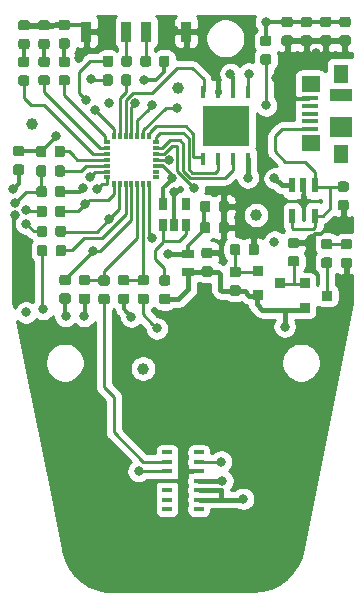
<source format=gbr>
G04 #@! TF.GenerationSoftware,KiCad,Pcbnew,(5.1.5)-3*
G04 #@! TF.CreationDate,2020-09-28T16:56:36+02:00*
G04 #@! TF.ProjectId,MAX30102_Pulse Ox,4d415833-3031-4303-925f-50756c736520,v1.4*
G04 #@! TF.SameCoordinates,Original*
G04 #@! TF.FileFunction,Copper,L1,Top*
G04 #@! TF.FilePolarity,Positive*
%FSLAX46Y46*%
G04 Gerber Fmt 4.6, Leading zero omitted, Abs format (unit mm)*
G04 Created by KiCad (PCBNEW (5.1.5)-3) date 2020-09-28 16:56:36*
%MOMM*%
%LPD*%
G04 APERTURE LIST*
%ADD10C,0.100000*%
%ADD11R,1.090000X0.760000*%
%ADD12C,1.000000*%
%ADD13R,0.599948X0.299974*%
%ADD14R,0.299974X0.599948*%
%ADD15R,1.380000X0.450000*%
%ADD16R,1.550000X1.425000*%
%ADD17R,1.300000X1.650000*%
%ADD18R,1.900000X1.800000*%
%ADD19R,1.900000X1.000000*%
%ADD20R,0.900000X1.700000*%
%ADD21R,0.508000X1.309599*%
%ADD22R,0.662000X1.020000*%
%ADD23R,0.807999X0.305600*%
%ADD24R,0.440000X1.040000*%
%ADD25R,4.000000X3.400000*%
%ADD26R,0.889000X0.812800*%
%ADD27C,0.800000*%
%ADD28C,0.304800*%
%ADD29C,0.254000*%
%ADD30C,0.381000*%
G04 APERTURE END LIST*
G04 #@! TA.AperFunction,SMDPad,CuDef*
D10*
G36*
X154102691Y-77301053D02*
G01*
X154123926Y-77304203D01*
X154144750Y-77309419D01*
X154164962Y-77316651D01*
X154184368Y-77325830D01*
X154202781Y-77336866D01*
X154220024Y-77349654D01*
X154235930Y-77364070D01*
X154250346Y-77379976D01*
X154263134Y-77397219D01*
X154274170Y-77415632D01*
X154283349Y-77435038D01*
X154290581Y-77455250D01*
X154295797Y-77476074D01*
X154298947Y-77497309D01*
X154300000Y-77518750D01*
X154300000Y-77956250D01*
X154298947Y-77977691D01*
X154295797Y-77998926D01*
X154290581Y-78019750D01*
X154283349Y-78039962D01*
X154274170Y-78059368D01*
X154263134Y-78077781D01*
X154250346Y-78095024D01*
X154235930Y-78110930D01*
X154220024Y-78125346D01*
X154202781Y-78138134D01*
X154184368Y-78149170D01*
X154164962Y-78158349D01*
X154144750Y-78165581D01*
X154123926Y-78170797D01*
X154102691Y-78173947D01*
X154081250Y-78175000D01*
X153568750Y-78175000D01*
X153547309Y-78173947D01*
X153526074Y-78170797D01*
X153505250Y-78165581D01*
X153485038Y-78158349D01*
X153465632Y-78149170D01*
X153447219Y-78138134D01*
X153429976Y-78125346D01*
X153414070Y-78110930D01*
X153399654Y-78095024D01*
X153386866Y-78077781D01*
X153375830Y-78059368D01*
X153366651Y-78039962D01*
X153359419Y-78019750D01*
X153354203Y-77998926D01*
X153351053Y-77977691D01*
X153350000Y-77956250D01*
X153350000Y-77518750D01*
X153351053Y-77497309D01*
X153354203Y-77476074D01*
X153359419Y-77455250D01*
X153366651Y-77435038D01*
X153375830Y-77415632D01*
X153386866Y-77397219D01*
X153399654Y-77379976D01*
X153414070Y-77364070D01*
X153429976Y-77349654D01*
X153447219Y-77336866D01*
X153465632Y-77325830D01*
X153485038Y-77316651D01*
X153505250Y-77309419D01*
X153526074Y-77304203D01*
X153547309Y-77301053D01*
X153568750Y-77300000D01*
X154081250Y-77300000D01*
X154102691Y-77301053D01*
G37*
G04 #@! TD.AperFunction*
G04 #@! TA.AperFunction,SMDPad,CuDef*
G36*
X154102691Y-75726053D02*
G01*
X154123926Y-75729203D01*
X154144750Y-75734419D01*
X154164962Y-75741651D01*
X154184368Y-75750830D01*
X154202781Y-75761866D01*
X154220024Y-75774654D01*
X154235930Y-75789070D01*
X154250346Y-75804976D01*
X154263134Y-75822219D01*
X154274170Y-75840632D01*
X154283349Y-75860038D01*
X154290581Y-75880250D01*
X154295797Y-75901074D01*
X154298947Y-75922309D01*
X154300000Y-75943750D01*
X154300000Y-76381250D01*
X154298947Y-76402691D01*
X154295797Y-76423926D01*
X154290581Y-76444750D01*
X154283349Y-76464962D01*
X154274170Y-76484368D01*
X154263134Y-76502781D01*
X154250346Y-76520024D01*
X154235930Y-76535930D01*
X154220024Y-76550346D01*
X154202781Y-76563134D01*
X154184368Y-76574170D01*
X154164962Y-76583349D01*
X154144750Y-76590581D01*
X154123926Y-76595797D01*
X154102691Y-76598947D01*
X154081250Y-76600000D01*
X153568750Y-76600000D01*
X153547309Y-76598947D01*
X153526074Y-76595797D01*
X153505250Y-76590581D01*
X153485038Y-76583349D01*
X153465632Y-76574170D01*
X153447219Y-76563134D01*
X153429976Y-76550346D01*
X153414070Y-76535930D01*
X153399654Y-76520024D01*
X153386866Y-76502781D01*
X153375830Y-76484368D01*
X153366651Y-76464962D01*
X153359419Y-76444750D01*
X153354203Y-76423926D01*
X153351053Y-76402691D01*
X153350000Y-76381250D01*
X153350000Y-75943750D01*
X153351053Y-75922309D01*
X153354203Y-75901074D01*
X153359419Y-75880250D01*
X153366651Y-75860038D01*
X153375830Y-75840632D01*
X153386866Y-75822219D01*
X153399654Y-75804976D01*
X153414070Y-75789070D01*
X153429976Y-75774654D01*
X153447219Y-75761866D01*
X153465632Y-75750830D01*
X153485038Y-75741651D01*
X153505250Y-75734419D01*
X153526074Y-75729203D01*
X153547309Y-75726053D01*
X153568750Y-75725000D01*
X154081250Y-75725000D01*
X154102691Y-75726053D01*
G37*
G04 #@! TD.AperFunction*
G04 #@! TA.AperFunction,SMDPad,CuDef*
G36*
X158852691Y-91238553D02*
G01*
X158873926Y-91241703D01*
X158894750Y-91246919D01*
X158914962Y-91254151D01*
X158934368Y-91263330D01*
X158952781Y-91274366D01*
X158970024Y-91287154D01*
X158985930Y-91301570D01*
X159000346Y-91317476D01*
X159013134Y-91334719D01*
X159024170Y-91353132D01*
X159033349Y-91372538D01*
X159040581Y-91392750D01*
X159045797Y-91413574D01*
X159048947Y-91434809D01*
X159050000Y-91456250D01*
X159050000Y-91893750D01*
X159048947Y-91915191D01*
X159045797Y-91936426D01*
X159040581Y-91957250D01*
X159033349Y-91977462D01*
X159024170Y-91996868D01*
X159013134Y-92015281D01*
X159000346Y-92032524D01*
X158985930Y-92048430D01*
X158970024Y-92062846D01*
X158952781Y-92075634D01*
X158934368Y-92086670D01*
X158914962Y-92095849D01*
X158894750Y-92103081D01*
X158873926Y-92108297D01*
X158852691Y-92111447D01*
X158831250Y-92112500D01*
X158318750Y-92112500D01*
X158297309Y-92111447D01*
X158276074Y-92108297D01*
X158255250Y-92103081D01*
X158235038Y-92095849D01*
X158215632Y-92086670D01*
X158197219Y-92075634D01*
X158179976Y-92062846D01*
X158164070Y-92048430D01*
X158149654Y-92032524D01*
X158136866Y-92015281D01*
X158125830Y-91996868D01*
X158116651Y-91977462D01*
X158109419Y-91957250D01*
X158104203Y-91936426D01*
X158101053Y-91915191D01*
X158100000Y-91893750D01*
X158100000Y-91456250D01*
X158101053Y-91434809D01*
X158104203Y-91413574D01*
X158109419Y-91392750D01*
X158116651Y-91372538D01*
X158125830Y-91353132D01*
X158136866Y-91334719D01*
X158149654Y-91317476D01*
X158164070Y-91301570D01*
X158179976Y-91287154D01*
X158197219Y-91274366D01*
X158215632Y-91263330D01*
X158235038Y-91254151D01*
X158255250Y-91246919D01*
X158276074Y-91241703D01*
X158297309Y-91238553D01*
X158318750Y-91237500D01*
X158831250Y-91237500D01*
X158852691Y-91238553D01*
G37*
G04 #@! TD.AperFunction*
G04 #@! TA.AperFunction,SMDPad,CuDef*
G36*
X158852691Y-89663553D02*
G01*
X158873926Y-89666703D01*
X158894750Y-89671919D01*
X158914962Y-89679151D01*
X158934368Y-89688330D01*
X158952781Y-89699366D01*
X158970024Y-89712154D01*
X158985930Y-89726570D01*
X159000346Y-89742476D01*
X159013134Y-89759719D01*
X159024170Y-89778132D01*
X159033349Y-89797538D01*
X159040581Y-89817750D01*
X159045797Y-89838574D01*
X159048947Y-89859809D01*
X159050000Y-89881250D01*
X159050000Y-90318750D01*
X159048947Y-90340191D01*
X159045797Y-90361426D01*
X159040581Y-90382250D01*
X159033349Y-90402462D01*
X159024170Y-90421868D01*
X159013134Y-90440281D01*
X159000346Y-90457524D01*
X158985930Y-90473430D01*
X158970024Y-90487846D01*
X158952781Y-90500634D01*
X158934368Y-90511670D01*
X158914962Y-90520849D01*
X158894750Y-90528081D01*
X158873926Y-90533297D01*
X158852691Y-90536447D01*
X158831250Y-90537500D01*
X158318750Y-90537500D01*
X158297309Y-90536447D01*
X158276074Y-90533297D01*
X158255250Y-90528081D01*
X158235038Y-90520849D01*
X158215632Y-90511670D01*
X158197219Y-90500634D01*
X158179976Y-90487846D01*
X158164070Y-90473430D01*
X158149654Y-90457524D01*
X158136866Y-90440281D01*
X158125830Y-90421868D01*
X158116651Y-90402462D01*
X158109419Y-90382250D01*
X158104203Y-90361426D01*
X158101053Y-90340191D01*
X158100000Y-90318750D01*
X158100000Y-89881250D01*
X158101053Y-89859809D01*
X158104203Y-89838574D01*
X158109419Y-89817750D01*
X158116651Y-89797538D01*
X158125830Y-89778132D01*
X158136866Y-89759719D01*
X158149654Y-89742476D01*
X158164070Y-89726570D01*
X158179976Y-89712154D01*
X158197219Y-89699366D01*
X158215632Y-89688330D01*
X158235038Y-89679151D01*
X158255250Y-89671919D01*
X158276074Y-89666703D01*
X158297309Y-89663553D01*
X158318750Y-89662500D01*
X158831250Y-89662500D01*
X158852691Y-89663553D01*
G37*
G04 #@! TD.AperFunction*
G04 #@! TA.AperFunction,SMDPad,CuDef*
G36*
X147327691Y-96851053D02*
G01*
X147348926Y-96854203D01*
X147369750Y-96859419D01*
X147389962Y-96866651D01*
X147409368Y-96875830D01*
X147427781Y-96886866D01*
X147445024Y-96899654D01*
X147460930Y-96914070D01*
X147475346Y-96929976D01*
X147488134Y-96947219D01*
X147499170Y-96965632D01*
X147508349Y-96985038D01*
X147515581Y-97005250D01*
X147520797Y-97026074D01*
X147523947Y-97047309D01*
X147525000Y-97068750D01*
X147525000Y-97506250D01*
X147523947Y-97527691D01*
X147520797Y-97548926D01*
X147515581Y-97569750D01*
X147508349Y-97589962D01*
X147499170Y-97609368D01*
X147488134Y-97627781D01*
X147475346Y-97645024D01*
X147460930Y-97660930D01*
X147445024Y-97675346D01*
X147427781Y-97688134D01*
X147409368Y-97699170D01*
X147389962Y-97708349D01*
X147369750Y-97715581D01*
X147348926Y-97720797D01*
X147327691Y-97723947D01*
X147306250Y-97725000D01*
X146793750Y-97725000D01*
X146772309Y-97723947D01*
X146751074Y-97720797D01*
X146730250Y-97715581D01*
X146710038Y-97708349D01*
X146690632Y-97699170D01*
X146672219Y-97688134D01*
X146654976Y-97675346D01*
X146639070Y-97660930D01*
X146624654Y-97645024D01*
X146611866Y-97627781D01*
X146600830Y-97609368D01*
X146591651Y-97589962D01*
X146584419Y-97569750D01*
X146579203Y-97548926D01*
X146576053Y-97527691D01*
X146575000Y-97506250D01*
X146575000Y-97068750D01*
X146576053Y-97047309D01*
X146579203Y-97026074D01*
X146584419Y-97005250D01*
X146591651Y-96985038D01*
X146600830Y-96965632D01*
X146611866Y-96947219D01*
X146624654Y-96929976D01*
X146639070Y-96914070D01*
X146654976Y-96899654D01*
X146672219Y-96886866D01*
X146690632Y-96875830D01*
X146710038Y-96866651D01*
X146730250Y-96859419D01*
X146751074Y-96854203D01*
X146772309Y-96851053D01*
X146793750Y-96850000D01*
X147306250Y-96850000D01*
X147327691Y-96851053D01*
G37*
G04 #@! TD.AperFunction*
G04 #@! TA.AperFunction,SMDPad,CuDef*
G36*
X147327691Y-95276053D02*
G01*
X147348926Y-95279203D01*
X147369750Y-95284419D01*
X147389962Y-95291651D01*
X147409368Y-95300830D01*
X147427781Y-95311866D01*
X147445024Y-95324654D01*
X147460930Y-95339070D01*
X147475346Y-95354976D01*
X147488134Y-95372219D01*
X147499170Y-95390632D01*
X147508349Y-95410038D01*
X147515581Y-95430250D01*
X147520797Y-95451074D01*
X147523947Y-95472309D01*
X147525000Y-95493750D01*
X147525000Y-95931250D01*
X147523947Y-95952691D01*
X147520797Y-95973926D01*
X147515581Y-95994750D01*
X147508349Y-96014962D01*
X147499170Y-96034368D01*
X147488134Y-96052781D01*
X147475346Y-96070024D01*
X147460930Y-96085930D01*
X147445024Y-96100346D01*
X147427781Y-96113134D01*
X147409368Y-96124170D01*
X147389962Y-96133349D01*
X147369750Y-96140581D01*
X147348926Y-96145797D01*
X147327691Y-96148947D01*
X147306250Y-96150000D01*
X146793750Y-96150000D01*
X146772309Y-96148947D01*
X146751074Y-96145797D01*
X146730250Y-96140581D01*
X146710038Y-96133349D01*
X146690632Y-96124170D01*
X146672219Y-96113134D01*
X146654976Y-96100346D01*
X146639070Y-96085930D01*
X146624654Y-96070024D01*
X146611866Y-96052781D01*
X146600830Y-96034368D01*
X146591651Y-96014962D01*
X146584419Y-95994750D01*
X146579203Y-95973926D01*
X146576053Y-95952691D01*
X146575000Y-95931250D01*
X146575000Y-95493750D01*
X146576053Y-95472309D01*
X146579203Y-95451074D01*
X146584419Y-95430250D01*
X146591651Y-95410038D01*
X146600830Y-95390632D01*
X146611866Y-95372219D01*
X146624654Y-95354976D01*
X146639070Y-95339070D01*
X146654976Y-95324654D01*
X146672219Y-95311866D01*
X146690632Y-95300830D01*
X146710038Y-95291651D01*
X146730250Y-95284419D01*
X146751074Y-95279203D01*
X146772309Y-95276053D01*
X146793750Y-95275000D01*
X147306250Y-95275000D01*
X147327691Y-95276053D01*
G37*
G04 #@! TD.AperFunction*
G04 #@! TA.AperFunction,SMDPad,CuDef*
G36*
X155727691Y-75726053D02*
G01*
X155748926Y-75729203D01*
X155769750Y-75734419D01*
X155789962Y-75741651D01*
X155809368Y-75750830D01*
X155827781Y-75761866D01*
X155845024Y-75774654D01*
X155860930Y-75789070D01*
X155875346Y-75804976D01*
X155888134Y-75822219D01*
X155899170Y-75840632D01*
X155908349Y-75860038D01*
X155915581Y-75880250D01*
X155920797Y-75901074D01*
X155923947Y-75922309D01*
X155925000Y-75943750D01*
X155925000Y-76381250D01*
X155923947Y-76402691D01*
X155920797Y-76423926D01*
X155915581Y-76444750D01*
X155908349Y-76464962D01*
X155899170Y-76484368D01*
X155888134Y-76502781D01*
X155875346Y-76520024D01*
X155860930Y-76535930D01*
X155845024Y-76550346D01*
X155827781Y-76563134D01*
X155809368Y-76574170D01*
X155789962Y-76583349D01*
X155769750Y-76590581D01*
X155748926Y-76595797D01*
X155727691Y-76598947D01*
X155706250Y-76600000D01*
X155193750Y-76600000D01*
X155172309Y-76598947D01*
X155151074Y-76595797D01*
X155130250Y-76590581D01*
X155110038Y-76583349D01*
X155090632Y-76574170D01*
X155072219Y-76563134D01*
X155054976Y-76550346D01*
X155039070Y-76535930D01*
X155024654Y-76520024D01*
X155011866Y-76502781D01*
X155000830Y-76484368D01*
X154991651Y-76464962D01*
X154984419Y-76444750D01*
X154979203Y-76423926D01*
X154976053Y-76402691D01*
X154975000Y-76381250D01*
X154975000Y-75943750D01*
X154976053Y-75922309D01*
X154979203Y-75901074D01*
X154984419Y-75880250D01*
X154991651Y-75860038D01*
X155000830Y-75840632D01*
X155011866Y-75822219D01*
X155024654Y-75804976D01*
X155039070Y-75789070D01*
X155054976Y-75774654D01*
X155072219Y-75761866D01*
X155090632Y-75750830D01*
X155110038Y-75741651D01*
X155130250Y-75734419D01*
X155151074Y-75729203D01*
X155172309Y-75726053D01*
X155193750Y-75725000D01*
X155706250Y-75725000D01*
X155727691Y-75726053D01*
G37*
G04 #@! TD.AperFunction*
G04 #@! TA.AperFunction,SMDPad,CuDef*
G36*
X155727691Y-77301053D02*
G01*
X155748926Y-77304203D01*
X155769750Y-77309419D01*
X155789962Y-77316651D01*
X155809368Y-77325830D01*
X155827781Y-77336866D01*
X155845024Y-77349654D01*
X155860930Y-77364070D01*
X155875346Y-77379976D01*
X155888134Y-77397219D01*
X155899170Y-77415632D01*
X155908349Y-77435038D01*
X155915581Y-77455250D01*
X155920797Y-77476074D01*
X155923947Y-77497309D01*
X155925000Y-77518750D01*
X155925000Y-77956250D01*
X155923947Y-77977691D01*
X155920797Y-77998926D01*
X155915581Y-78019750D01*
X155908349Y-78039962D01*
X155899170Y-78059368D01*
X155888134Y-78077781D01*
X155875346Y-78095024D01*
X155860930Y-78110930D01*
X155845024Y-78125346D01*
X155827781Y-78138134D01*
X155809368Y-78149170D01*
X155789962Y-78158349D01*
X155769750Y-78165581D01*
X155748926Y-78170797D01*
X155727691Y-78173947D01*
X155706250Y-78175000D01*
X155193750Y-78175000D01*
X155172309Y-78173947D01*
X155151074Y-78170797D01*
X155130250Y-78165581D01*
X155110038Y-78158349D01*
X155090632Y-78149170D01*
X155072219Y-78138134D01*
X155054976Y-78125346D01*
X155039070Y-78110930D01*
X155024654Y-78095024D01*
X155011866Y-78077781D01*
X155000830Y-78059368D01*
X154991651Y-78039962D01*
X154984419Y-78019750D01*
X154979203Y-77998926D01*
X154976053Y-77977691D01*
X154975000Y-77956250D01*
X154975000Y-77518750D01*
X154976053Y-77497309D01*
X154979203Y-77476074D01*
X154984419Y-77455250D01*
X154991651Y-77435038D01*
X155000830Y-77415632D01*
X155011866Y-77397219D01*
X155024654Y-77379976D01*
X155039070Y-77364070D01*
X155054976Y-77349654D01*
X155072219Y-77336866D01*
X155090632Y-77325830D01*
X155110038Y-77316651D01*
X155130250Y-77309419D01*
X155151074Y-77304203D01*
X155172309Y-77301053D01*
X155193750Y-77300000D01*
X155706250Y-77300000D01*
X155727691Y-77301053D01*
G37*
G04 #@! TD.AperFunction*
G04 #@! TA.AperFunction,SMDPad,CuDef*
G36*
X157377691Y-75713553D02*
G01*
X157398926Y-75716703D01*
X157419750Y-75721919D01*
X157439962Y-75729151D01*
X157459368Y-75738330D01*
X157477781Y-75749366D01*
X157495024Y-75762154D01*
X157510930Y-75776570D01*
X157525346Y-75792476D01*
X157538134Y-75809719D01*
X157549170Y-75828132D01*
X157558349Y-75847538D01*
X157565581Y-75867750D01*
X157570797Y-75888574D01*
X157573947Y-75909809D01*
X157575000Y-75931250D01*
X157575000Y-76368750D01*
X157573947Y-76390191D01*
X157570797Y-76411426D01*
X157565581Y-76432250D01*
X157558349Y-76452462D01*
X157549170Y-76471868D01*
X157538134Y-76490281D01*
X157525346Y-76507524D01*
X157510930Y-76523430D01*
X157495024Y-76537846D01*
X157477781Y-76550634D01*
X157459368Y-76561670D01*
X157439962Y-76570849D01*
X157419750Y-76578081D01*
X157398926Y-76583297D01*
X157377691Y-76586447D01*
X157356250Y-76587500D01*
X156843750Y-76587500D01*
X156822309Y-76586447D01*
X156801074Y-76583297D01*
X156780250Y-76578081D01*
X156760038Y-76570849D01*
X156740632Y-76561670D01*
X156722219Y-76550634D01*
X156704976Y-76537846D01*
X156689070Y-76523430D01*
X156674654Y-76507524D01*
X156661866Y-76490281D01*
X156650830Y-76471868D01*
X156641651Y-76452462D01*
X156634419Y-76432250D01*
X156629203Y-76411426D01*
X156626053Y-76390191D01*
X156625000Y-76368750D01*
X156625000Y-75931250D01*
X156626053Y-75909809D01*
X156629203Y-75888574D01*
X156634419Y-75867750D01*
X156641651Y-75847538D01*
X156650830Y-75828132D01*
X156661866Y-75809719D01*
X156674654Y-75792476D01*
X156689070Y-75776570D01*
X156704976Y-75762154D01*
X156722219Y-75749366D01*
X156740632Y-75738330D01*
X156760038Y-75729151D01*
X156780250Y-75721919D01*
X156801074Y-75716703D01*
X156822309Y-75713553D01*
X156843750Y-75712500D01*
X157356250Y-75712500D01*
X157377691Y-75713553D01*
G37*
G04 #@! TD.AperFunction*
G04 #@! TA.AperFunction,SMDPad,CuDef*
G36*
X157377691Y-77288553D02*
G01*
X157398926Y-77291703D01*
X157419750Y-77296919D01*
X157439962Y-77304151D01*
X157459368Y-77313330D01*
X157477781Y-77324366D01*
X157495024Y-77337154D01*
X157510930Y-77351570D01*
X157525346Y-77367476D01*
X157538134Y-77384719D01*
X157549170Y-77403132D01*
X157558349Y-77422538D01*
X157565581Y-77442750D01*
X157570797Y-77463574D01*
X157573947Y-77484809D01*
X157575000Y-77506250D01*
X157575000Y-77943750D01*
X157573947Y-77965191D01*
X157570797Y-77986426D01*
X157565581Y-78007250D01*
X157558349Y-78027462D01*
X157549170Y-78046868D01*
X157538134Y-78065281D01*
X157525346Y-78082524D01*
X157510930Y-78098430D01*
X157495024Y-78112846D01*
X157477781Y-78125634D01*
X157459368Y-78136670D01*
X157439962Y-78145849D01*
X157419750Y-78153081D01*
X157398926Y-78158297D01*
X157377691Y-78161447D01*
X157356250Y-78162500D01*
X156843750Y-78162500D01*
X156822309Y-78161447D01*
X156801074Y-78158297D01*
X156780250Y-78153081D01*
X156760038Y-78145849D01*
X156740632Y-78136670D01*
X156722219Y-78125634D01*
X156704976Y-78112846D01*
X156689070Y-78098430D01*
X156674654Y-78082524D01*
X156661866Y-78065281D01*
X156650830Y-78046868D01*
X156641651Y-78027462D01*
X156634419Y-78007250D01*
X156629203Y-77986426D01*
X156626053Y-77965191D01*
X156625000Y-77943750D01*
X156625000Y-77506250D01*
X156626053Y-77484809D01*
X156629203Y-77463574D01*
X156634419Y-77442750D01*
X156641651Y-77422538D01*
X156650830Y-77403132D01*
X156661866Y-77384719D01*
X156674654Y-77367476D01*
X156689070Y-77351570D01*
X156704976Y-77337154D01*
X156722219Y-77324366D01*
X156740632Y-77313330D01*
X156760038Y-77304151D01*
X156780250Y-77296919D01*
X156801074Y-77291703D01*
X156822309Y-77288553D01*
X156843750Y-77287500D01*
X157356250Y-77287500D01*
X157377691Y-77288553D01*
G37*
G04 #@! TD.AperFunction*
G04 #@! TA.AperFunction,SMDPad,CuDef*
G36*
X147140191Y-91301053D02*
G01*
X147161426Y-91304203D01*
X147182250Y-91309419D01*
X147202462Y-91316651D01*
X147221868Y-91325830D01*
X147240281Y-91336866D01*
X147257524Y-91349654D01*
X147273430Y-91364070D01*
X147287846Y-91379976D01*
X147300634Y-91397219D01*
X147311670Y-91415632D01*
X147320849Y-91435038D01*
X147328081Y-91455250D01*
X147333297Y-91476074D01*
X147336447Y-91497309D01*
X147337500Y-91518750D01*
X147337500Y-92031250D01*
X147336447Y-92052691D01*
X147333297Y-92073926D01*
X147328081Y-92094750D01*
X147320849Y-92114962D01*
X147311670Y-92134368D01*
X147300634Y-92152781D01*
X147287846Y-92170024D01*
X147273430Y-92185930D01*
X147257524Y-92200346D01*
X147240281Y-92213134D01*
X147221868Y-92224170D01*
X147202462Y-92233349D01*
X147182250Y-92240581D01*
X147161426Y-92245797D01*
X147140191Y-92248947D01*
X147118750Y-92250000D01*
X146681250Y-92250000D01*
X146659809Y-92248947D01*
X146638574Y-92245797D01*
X146617750Y-92240581D01*
X146597538Y-92233349D01*
X146578132Y-92224170D01*
X146559719Y-92213134D01*
X146542476Y-92200346D01*
X146526570Y-92185930D01*
X146512154Y-92170024D01*
X146499366Y-92152781D01*
X146488330Y-92134368D01*
X146479151Y-92114962D01*
X146471919Y-92094750D01*
X146466703Y-92073926D01*
X146463553Y-92052691D01*
X146462500Y-92031250D01*
X146462500Y-91518750D01*
X146463553Y-91497309D01*
X146466703Y-91476074D01*
X146471919Y-91455250D01*
X146479151Y-91435038D01*
X146488330Y-91415632D01*
X146499366Y-91397219D01*
X146512154Y-91379976D01*
X146526570Y-91364070D01*
X146542476Y-91349654D01*
X146559719Y-91336866D01*
X146578132Y-91325830D01*
X146597538Y-91316651D01*
X146617750Y-91309419D01*
X146638574Y-91304203D01*
X146659809Y-91301053D01*
X146681250Y-91300000D01*
X147118750Y-91300000D01*
X147140191Y-91301053D01*
G37*
G04 #@! TD.AperFunction*
G04 #@! TA.AperFunction,SMDPad,CuDef*
G36*
X148715191Y-91301053D02*
G01*
X148736426Y-91304203D01*
X148757250Y-91309419D01*
X148777462Y-91316651D01*
X148796868Y-91325830D01*
X148815281Y-91336866D01*
X148832524Y-91349654D01*
X148848430Y-91364070D01*
X148862846Y-91379976D01*
X148875634Y-91397219D01*
X148886670Y-91415632D01*
X148895849Y-91435038D01*
X148903081Y-91455250D01*
X148908297Y-91476074D01*
X148911447Y-91497309D01*
X148912500Y-91518750D01*
X148912500Y-92031250D01*
X148911447Y-92052691D01*
X148908297Y-92073926D01*
X148903081Y-92094750D01*
X148895849Y-92114962D01*
X148886670Y-92134368D01*
X148875634Y-92152781D01*
X148862846Y-92170024D01*
X148848430Y-92185930D01*
X148832524Y-92200346D01*
X148815281Y-92213134D01*
X148796868Y-92224170D01*
X148777462Y-92233349D01*
X148757250Y-92240581D01*
X148736426Y-92245797D01*
X148715191Y-92248947D01*
X148693750Y-92250000D01*
X148256250Y-92250000D01*
X148234809Y-92248947D01*
X148213574Y-92245797D01*
X148192750Y-92240581D01*
X148172538Y-92233349D01*
X148153132Y-92224170D01*
X148134719Y-92213134D01*
X148117476Y-92200346D01*
X148101570Y-92185930D01*
X148087154Y-92170024D01*
X148074366Y-92152781D01*
X148063330Y-92134368D01*
X148054151Y-92114962D01*
X148046919Y-92094750D01*
X148041703Y-92073926D01*
X148038553Y-92052691D01*
X148037500Y-92031250D01*
X148037500Y-91518750D01*
X148038553Y-91497309D01*
X148041703Y-91476074D01*
X148046919Y-91455250D01*
X148054151Y-91435038D01*
X148063330Y-91415632D01*
X148074366Y-91397219D01*
X148087154Y-91379976D01*
X148101570Y-91364070D01*
X148117476Y-91349654D01*
X148134719Y-91336866D01*
X148153132Y-91325830D01*
X148172538Y-91316651D01*
X148192750Y-91309419D01*
X148213574Y-91304203D01*
X148234809Y-91301053D01*
X148256250Y-91300000D01*
X148693750Y-91300000D01*
X148715191Y-91301053D01*
G37*
G04 #@! TD.AperFunction*
G04 #@! TA.AperFunction,SMDPad,CuDef*
G36*
X159002691Y-77288553D02*
G01*
X159023926Y-77291703D01*
X159044750Y-77296919D01*
X159064962Y-77304151D01*
X159084368Y-77313330D01*
X159102781Y-77324366D01*
X159120024Y-77337154D01*
X159135930Y-77351570D01*
X159150346Y-77367476D01*
X159163134Y-77384719D01*
X159174170Y-77403132D01*
X159183349Y-77422538D01*
X159190581Y-77442750D01*
X159195797Y-77463574D01*
X159198947Y-77484809D01*
X159200000Y-77506250D01*
X159200000Y-77943750D01*
X159198947Y-77965191D01*
X159195797Y-77986426D01*
X159190581Y-78007250D01*
X159183349Y-78027462D01*
X159174170Y-78046868D01*
X159163134Y-78065281D01*
X159150346Y-78082524D01*
X159135930Y-78098430D01*
X159120024Y-78112846D01*
X159102781Y-78125634D01*
X159084368Y-78136670D01*
X159064962Y-78145849D01*
X159044750Y-78153081D01*
X159023926Y-78158297D01*
X159002691Y-78161447D01*
X158981250Y-78162500D01*
X158468750Y-78162500D01*
X158447309Y-78161447D01*
X158426074Y-78158297D01*
X158405250Y-78153081D01*
X158385038Y-78145849D01*
X158365632Y-78136670D01*
X158347219Y-78125634D01*
X158329976Y-78112846D01*
X158314070Y-78098430D01*
X158299654Y-78082524D01*
X158286866Y-78065281D01*
X158275830Y-78046868D01*
X158266651Y-78027462D01*
X158259419Y-78007250D01*
X158254203Y-77986426D01*
X158251053Y-77965191D01*
X158250000Y-77943750D01*
X158250000Y-77506250D01*
X158251053Y-77484809D01*
X158254203Y-77463574D01*
X158259419Y-77442750D01*
X158266651Y-77422538D01*
X158275830Y-77403132D01*
X158286866Y-77384719D01*
X158299654Y-77367476D01*
X158314070Y-77351570D01*
X158329976Y-77337154D01*
X158347219Y-77324366D01*
X158365632Y-77313330D01*
X158385038Y-77304151D01*
X158405250Y-77296919D01*
X158426074Y-77291703D01*
X158447309Y-77288553D01*
X158468750Y-77287500D01*
X158981250Y-77287500D01*
X159002691Y-77288553D01*
G37*
G04 #@! TD.AperFunction*
G04 #@! TA.AperFunction,SMDPad,CuDef*
G36*
X159002691Y-75713553D02*
G01*
X159023926Y-75716703D01*
X159044750Y-75721919D01*
X159064962Y-75729151D01*
X159084368Y-75738330D01*
X159102781Y-75749366D01*
X159120024Y-75762154D01*
X159135930Y-75776570D01*
X159150346Y-75792476D01*
X159163134Y-75809719D01*
X159174170Y-75828132D01*
X159183349Y-75847538D01*
X159190581Y-75867750D01*
X159195797Y-75888574D01*
X159198947Y-75909809D01*
X159200000Y-75931250D01*
X159200000Y-76368750D01*
X159198947Y-76390191D01*
X159195797Y-76411426D01*
X159190581Y-76432250D01*
X159183349Y-76452462D01*
X159174170Y-76471868D01*
X159163134Y-76490281D01*
X159150346Y-76507524D01*
X159135930Y-76523430D01*
X159120024Y-76537846D01*
X159102781Y-76550634D01*
X159084368Y-76561670D01*
X159064962Y-76570849D01*
X159044750Y-76578081D01*
X159023926Y-76583297D01*
X159002691Y-76586447D01*
X158981250Y-76587500D01*
X158468750Y-76587500D01*
X158447309Y-76586447D01*
X158426074Y-76583297D01*
X158405250Y-76578081D01*
X158385038Y-76570849D01*
X158365632Y-76561670D01*
X158347219Y-76550634D01*
X158329976Y-76537846D01*
X158314070Y-76523430D01*
X158299654Y-76507524D01*
X158286866Y-76490281D01*
X158275830Y-76471868D01*
X158266651Y-76452462D01*
X158259419Y-76432250D01*
X158254203Y-76411426D01*
X158251053Y-76390191D01*
X158250000Y-76368750D01*
X158250000Y-75931250D01*
X158251053Y-75909809D01*
X158254203Y-75888574D01*
X158259419Y-75867750D01*
X158266651Y-75847538D01*
X158275830Y-75828132D01*
X158286866Y-75809719D01*
X158299654Y-75792476D01*
X158314070Y-75776570D01*
X158329976Y-75762154D01*
X158347219Y-75749366D01*
X158365632Y-75738330D01*
X158385038Y-75729151D01*
X158405250Y-75721919D01*
X158426074Y-75716703D01*
X158447309Y-75713553D01*
X158468750Y-75712500D01*
X158981250Y-75712500D01*
X159002691Y-75713553D01*
G37*
G04 #@! TD.AperFunction*
G04 #@! TA.AperFunction,SMDPad,CuDef*
G36*
X148702691Y-93101053D02*
G01*
X148723926Y-93104203D01*
X148744750Y-93109419D01*
X148764962Y-93116651D01*
X148784368Y-93125830D01*
X148802781Y-93136866D01*
X148820024Y-93149654D01*
X148835930Y-93164070D01*
X148850346Y-93179976D01*
X148863134Y-93197219D01*
X148874170Y-93215632D01*
X148883349Y-93235038D01*
X148890581Y-93255250D01*
X148895797Y-93276074D01*
X148898947Y-93297309D01*
X148900000Y-93318750D01*
X148900000Y-93831250D01*
X148898947Y-93852691D01*
X148895797Y-93873926D01*
X148890581Y-93894750D01*
X148883349Y-93914962D01*
X148874170Y-93934368D01*
X148863134Y-93952781D01*
X148850346Y-93970024D01*
X148835930Y-93985930D01*
X148820024Y-94000346D01*
X148802781Y-94013134D01*
X148784368Y-94024170D01*
X148764962Y-94033349D01*
X148744750Y-94040581D01*
X148723926Y-94045797D01*
X148702691Y-94048947D01*
X148681250Y-94050000D01*
X148243750Y-94050000D01*
X148222309Y-94048947D01*
X148201074Y-94045797D01*
X148180250Y-94040581D01*
X148160038Y-94033349D01*
X148140632Y-94024170D01*
X148122219Y-94013134D01*
X148104976Y-94000346D01*
X148089070Y-93985930D01*
X148074654Y-93970024D01*
X148061866Y-93952781D01*
X148050830Y-93934368D01*
X148041651Y-93914962D01*
X148034419Y-93894750D01*
X148029203Y-93873926D01*
X148026053Y-93852691D01*
X148025000Y-93831250D01*
X148025000Y-93318750D01*
X148026053Y-93297309D01*
X148029203Y-93276074D01*
X148034419Y-93255250D01*
X148041651Y-93235038D01*
X148050830Y-93215632D01*
X148061866Y-93197219D01*
X148074654Y-93179976D01*
X148089070Y-93164070D01*
X148104976Y-93149654D01*
X148122219Y-93136866D01*
X148140632Y-93125830D01*
X148160038Y-93116651D01*
X148180250Y-93109419D01*
X148201074Y-93104203D01*
X148222309Y-93101053D01*
X148243750Y-93100000D01*
X148681250Y-93100000D01*
X148702691Y-93101053D01*
G37*
G04 #@! TD.AperFunction*
G04 #@! TA.AperFunction,SMDPad,CuDef*
G36*
X147127691Y-93101053D02*
G01*
X147148926Y-93104203D01*
X147169750Y-93109419D01*
X147189962Y-93116651D01*
X147209368Y-93125830D01*
X147227781Y-93136866D01*
X147245024Y-93149654D01*
X147260930Y-93164070D01*
X147275346Y-93179976D01*
X147288134Y-93197219D01*
X147299170Y-93215632D01*
X147308349Y-93235038D01*
X147315581Y-93255250D01*
X147320797Y-93276074D01*
X147323947Y-93297309D01*
X147325000Y-93318750D01*
X147325000Y-93831250D01*
X147323947Y-93852691D01*
X147320797Y-93873926D01*
X147315581Y-93894750D01*
X147308349Y-93914962D01*
X147299170Y-93934368D01*
X147288134Y-93952781D01*
X147275346Y-93970024D01*
X147260930Y-93985930D01*
X147245024Y-94000346D01*
X147227781Y-94013134D01*
X147209368Y-94024170D01*
X147189962Y-94033349D01*
X147169750Y-94040581D01*
X147148926Y-94045797D01*
X147127691Y-94048947D01*
X147106250Y-94050000D01*
X146668750Y-94050000D01*
X146647309Y-94048947D01*
X146626074Y-94045797D01*
X146605250Y-94040581D01*
X146585038Y-94033349D01*
X146565632Y-94024170D01*
X146547219Y-94013134D01*
X146529976Y-94000346D01*
X146514070Y-93985930D01*
X146499654Y-93970024D01*
X146486866Y-93952781D01*
X146475830Y-93934368D01*
X146466651Y-93914962D01*
X146459419Y-93894750D01*
X146454203Y-93873926D01*
X146451053Y-93852691D01*
X146450000Y-93831250D01*
X146450000Y-93318750D01*
X146451053Y-93297309D01*
X146454203Y-93276074D01*
X146459419Y-93255250D01*
X146466651Y-93235038D01*
X146475830Y-93215632D01*
X146486866Y-93197219D01*
X146499654Y-93179976D01*
X146514070Y-93164070D01*
X146529976Y-93149654D01*
X146547219Y-93136866D01*
X146565632Y-93125830D01*
X146585038Y-93116651D01*
X146605250Y-93109419D01*
X146626074Y-93104203D01*
X146647309Y-93101053D01*
X146668750Y-93100000D01*
X147106250Y-93100000D01*
X147127691Y-93101053D01*
G37*
G04 #@! TD.AperFunction*
G04 #@! TA.AperFunction,SMDPad,CuDef*
G36*
X159127691Y-94538553D02*
G01*
X159148926Y-94541703D01*
X159169750Y-94546919D01*
X159189962Y-94554151D01*
X159209368Y-94563330D01*
X159227781Y-94574366D01*
X159245024Y-94587154D01*
X159260930Y-94601570D01*
X159275346Y-94617476D01*
X159288134Y-94634719D01*
X159299170Y-94653132D01*
X159308349Y-94672538D01*
X159315581Y-94692750D01*
X159320797Y-94713574D01*
X159323947Y-94734809D01*
X159325000Y-94756250D01*
X159325000Y-95193750D01*
X159323947Y-95215191D01*
X159320797Y-95236426D01*
X159315581Y-95257250D01*
X159308349Y-95277462D01*
X159299170Y-95296868D01*
X159288134Y-95315281D01*
X159275346Y-95332524D01*
X159260930Y-95348430D01*
X159245024Y-95362846D01*
X159227781Y-95375634D01*
X159209368Y-95386670D01*
X159189962Y-95395849D01*
X159169750Y-95403081D01*
X159148926Y-95408297D01*
X159127691Y-95411447D01*
X159106250Y-95412500D01*
X158593750Y-95412500D01*
X158572309Y-95411447D01*
X158551074Y-95408297D01*
X158530250Y-95403081D01*
X158510038Y-95395849D01*
X158490632Y-95386670D01*
X158472219Y-95375634D01*
X158454976Y-95362846D01*
X158439070Y-95348430D01*
X158424654Y-95332524D01*
X158411866Y-95315281D01*
X158400830Y-95296868D01*
X158391651Y-95277462D01*
X158384419Y-95257250D01*
X158379203Y-95236426D01*
X158376053Y-95215191D01*
X158375000Y-95193750D01*
X158375000Y-94756250D01*
X158376053Y-94734809D01*
X158379203Y-94713574D01*
X158384419Y-94692750D01*
X158391651Y-94672538D01*
X158400830Y-94653132D01*
X158411866Y-94634719D01*
X158424654Y-94617476D01*
X158439070Y-94601570D01*
X158454976Y-94587154D01*
X158472219Y-94574366D01*
X158490632Y-94563330D01*
X158510038Y-94554151D01*
X158530250Y-94546919D01*
X158551074Y-94541703D01*
X158572309Y-94538553D01*
X158593750Y-94537500D01*
X159106250Y-94537500D01*
X159127691Y-94538553D01*
G37*
G04 #@! TD.AperFunction*
G04 #@! TA.AperFunction,SMDPad,CuDef*
G36*
X159127691Y-96113553D02*
G01*
X159148926Y-96116703D01*
X159169750Y-96121919D01*
X159189962Y-96129151D01*
X159209368Y-96138330D01*
X159227781Y-96149366D01*
X159245024Y-96162154D01*
X159260930Y-96176570D01*
X159275346Y-96192476D01*
X159288134Y-96209719D01*
X159299170Y-96228132D01*
X159308349Y-96247538D01*
X159315581Y-96267750D01*
X159320797Y-96288574D01*
X159323947Y-96309809D01*
X159325000Y-96331250D01*
X159325000Y-96768750D01*
X159323947Y-96790191D01*
X159320797Y-96811426D01*
X159315581Y-96832250D01*
X159308349Y-96852462D01*
X159299170Y-96871868D01*
X159288134Y-96890281D01*
X159275346Y-96907524D01*
X159260930Y-96923430D01*
X159245024Y-96937846D01*
X159227781Y-96950634D01*
X159209368Y-96961670D01*
X159189962Y-96970849D01*
X159169750Y-96978081D01*
X159148926Y-96983297D01*
X159127691Y-96986447D01*
X159106250Y-96987500D01*
X158593750Y-96987500D01*
X158572309Y-96986447D01*
X158551074Y-96983297D01*
X158530250Y-96978081D01*
X158510038Y-96970849D01*
X158490632Y-96961670D01*
X158472219Y-96950634D01*
X158454976Y-96937846D01*
X158439070Y-96923430D01*
X158424654Y-96907524D01*
X158411866Y-96890281D01*
X158400830Y-96871868D01*
X158391651Y-96852462D01*
X158384419Y-96832250D01*
X158379203Y-96811426D01*
X158376053Y-96790191D01*
X158375000Y-96768750D01*
X158375000Y-96331250D01*
X158376053Y-96309809D01*
X158379203Y-96288574D01*
X158384419Y-96267750D01*
X158391651Y-96247538D01*
X158400830Y-96228132D01*
X158411866Y-96209719D01*
X158424654Y-96192476D01*
X158439070Y-96176570D01*
X158454976Y-96162154D01*
X158472219Y-96149366D01*
X158490632Y-96138330D01*
X158510038Y-96129151D01*
X158530250Y-96121919D01*
X158551074Y-96116703D01*
X158572309Y-96113553D01*
X158593750Y-96112500D01*
X159106250Y-96112500D01*
X159127691Y-96113553D01*
G37*
G04 #@! TD.AperFunction*
G04 #@! TA.AperFunction,SMDPad,CuDef*
G36*
X131827691Y-76001053D02*
G01*
X131848926Y-76004203D01*
X131869750Y-76009419D01*
X131889962Y-76016651D01*
X131909368Y-76025830D01*
X131927781Y-76036866D01*
X131945024Y-76049654D01*
X131960930Y-76064070D01*
X131975346Y-76079976D01*
X131988134Y-76097219D01*
X131999170Y-76115632D01*
X132008349Y-76135038D01*
X132015581Y-76155250D01*
X132020797Y-76176074D01*
X132023947Y-76197309D01*
X132025000Y-76218750D01*
X132025000Y-76656250D01*
X132023947Y-76677691D01*
X132020797Y-76698926D01*
X132015581Y-76719750D01*
X132008349Y-76739962D01*
X131999170Y-76759368D01*
X131988134Y-76777781D01*
X131975346Y-76795024D01*
X131960930Y-76810930D01*
X131945024Y-76825346D01*
X131927781Y-76838134D01*
X131909368Y-76849170D01*
X131889962Y-76858349D01*
X131869750Y-76865581D01*
X131848926Y-76870797D01*
X131827691Y-76873947D01*
X131806250Y-76875000D01*
X131293750Y-76875000D01*
X131272309Y-76873947D01*
X131251074Y-76870797D01*
X131230250Y-76865581D01*
X131210038Y-76858349D01*
X131190632Y-76849170D01*
X131172219Y-76838134D01*
X131154976Y-76825346D01*
X131139070Y-76810930D01*
X131124654Y-76795024D01*
X131111866Y-76777781D01*
X131100830Y-76759368D01*
X131091651Y-76739962D01*
X131084419Y-76719750D01*
X131079203Y-76698926D01*
X131076053Y-76677691D01*
X131075000Y-76656250D01*
X131075000Y-76218750D01*
X131076053Y-76197309D01*
X131079203Y-76176074D01*
X131084419Y-76155250D01*
X131091651Y-76135038D01*
X131100830Y-76115632D01*
X131111866Y-76097219D01*
X131124654Y-76079976D01*
X131139070Y-76064070D01*
X131154976Y-76049654D01*
X131172219Y-76036866D01*
X131190632Y-76025830D01*
X131210038Y-76016651D01*
X131230250Y-76009419D01*
X131251074Y-76004203D01*
X131272309Y-76001053D01*
X131293750Y-76000000D01*
X131806250Y-76000000D01*
X131827691Y-76001053D01*
G37*
G04 #@! TD.AperFunction*
G04 #@! TA.AperFunction,SMDPad,CuDef*
G36*
X131827691Y-77576053D02*
G01*
X131848926Y-77579203D01*
X131869750Y-77584419D01*
X131889962Y-77591651D01*
X131909368Y-77600830D01*
X131927781Y-77611866D01*
X131945024Y-77624654D01*
X131960930Y-77639070D01*
X131975346Y-77654976D01*
X131988134Y-77672219D01*
X131999170Y-77690632D01*
X132008349Y-77710038D01*
X132015581Y-77730250D01*
X132020797Y-77751074D01*
X132023947Y-77772309D01*
X132025000Y-77793750D01*
X132025000Y-78231250D01*
X132023947Y-78252691D01*
X132020797Y-78273926D01*
X132015581Y-78294750D01*
X132008349Y-78314962D01*
X131999170Y-78334368D01*
X131988134Y-78352781D01*
X131975346Y-78370024D01*
X131960930Y-78385930D01*
X131945024Y-78400346D01*
X131927781Y-78413134D01*
X131909368Y-78424170D01*
X131889962Y-78433349D01*
X131869750Y-78440581D01*
X131848926Y-78445797D01*
X131827691Y-78448947D01*
X131806250Y-78450000D01*
X131293750Y-78450000D01*
X131272309Y-78448947D01*
X131251074Y-78445797D01*
X131230250Y-78440581D01*
X131210038Y-78433349D01*
X131190632Y-78424170D01*
X131172219Y-78413134D01*
X131154976Y-78400346D01*
X131139070Y-78385930D01*
X131124654Y-78370024D01*
X131111866Y-78352781D01*
X131100830Y-78334368D01*
X131091651Y-78314962D01*
X131084419Y-78294750D01*
X131079203Y-78273926D01*
X131076053Y-78252691D01*
X131075000Y-78231250D01*
X131075000Y-77793750D01*
X131076053Y-77772309D01*
X131079203Y-77751074D01*
X131084419Y-77730250D01*
X131091651Y-77710038D01*
X131100830Y-77690632D01*
X131111866Y-77672219D01*
X131124654Y-77654976D01*
X131139070Y-77639070D01*
X131154976Y-77624654D01*
X131172219Y-77611866D01*
X131190632Y-77600830D01*
X131210038Y-77591651D01*
X131230250Y-77584419D01*
X131251074Y-77579203D01*
X131272309Y-77576053D01*
X131293750Y-77575000D01*
X131806250Y-77575000D01*
X131827691Y-77576053D01*
G37*
G04 #@! TD.AperFunction*
G04 #@! TA.AperFunction,SMDPad,CuDef*
G36*
X133527691Y-77576053D02*
G01*
X133548926Y-77579203D01*
X133569750Y-77584419D01*
X133589962Y-77591651D01*
X133609368Y-77600830D01*
X133627781Y-77611866D01*
X133645024Y-77624654D01*
X133660930Y-77639070D01*
X133675346Y-77654976D01*
X133688134Y-77672219D01*
X133699170Y-77690632D01*
X133708349Y-77710038D01*
X133715581Y-77730250D01*
X133720797Y-77751074D01*
X133723947Y-77772309D01*
X133725000Y-77793750D01*
X133725000Y-78231250D01*
X133723947Y-78252691D01*
X133720797Y-78273926D01*
X133715581Y-78294750D01*
X133708349Y-78314962D01*
X133699170Y-78334368D01*
X133688134Y-78352781D01*
X133675346Y-78370024D01*
X133660930Y-78385930D01*
X133645024Y-78400346D01*
X133627781Y-78413134D01*
X133609368Y-78424170D01*
X133589962Y-78433349D01*
X133569750Y-78440581D01*
X133548926Y-78445797D01*
X133527691Y-78448947D01*
X133506250Y-78450000D01*
X132993750Y-78450000D01*
X132972309Y-78448947D01*
X132951074Y-78445797D01*
X132930250Y-78440581D01*
X132910038Y-78433349D01*
X132890632Y-78424170D01*
X132872219Y-78413134D01*
X132854976Y-78400346D01*
X132839070Y-78385930D01*
X132824654Y-78370024D01*
X132811866Y-78352781D01*
X132800830Y-78334368D01*
X132791651Y-78314962D01*
X132784419Y-78294750D01*
X132779203Y-78273926D01*
X132776053Y-78252691D01*
X132775000Y-78231250D01*
X132775000Y-77793750D01*
X132776053Y-77772309D01*
X132779203Y-77751074D01*
X132784419Y-77730250D01*
X132791651Y-77710038D01*
X132800830Y-77690632D01*
X132811866Y-77672219D01*
X132824654Y-77654976D01*
X132839070Y-77639070D01*
X132854976Y-77624654D01*
X132872219Y-77611866D01*
X132890632Y-77600830D01*
X132910038Y-77591651D01*
X132930250Y-77584419D01*
X132951074Y-77579203D01*
X132972309Y-77576053D01*
X132993750Y-77575000D01*
X133506250Y-77575000D01*
X133527691Y-77576053D01*
G37*
G04 #@! TD.AperFunction*
G04 #@! TA.AperFunction,SMDPad,CuDef*
G36*
X133527691Y-76001053D02*
G01*
X133548926Y-76004203D01*
X133569750Y-76009419D01*
X133589962Y-76016651D01*
X133609368Y-76025830D01*
X133627781Y-76036866D01*
X133645024Y-76049654D01*
X133660930Y-76064070D01*
X133675346Y-76079976D01*
X133688134Y-76097219D01*
X133699170Y-76115632D01*
X133708349Y-76135038D01*
X133715581Y-76155250D01*
X133720797Y-76176074D01*
X133723947Y-76197309D01*
X133725000Y-76218750D01*
X133725000Y-76656250D01*
X133723947Y-76677691D01*
X133720797Y-76698926D01*
X133715581Y-76719750D01*
X133708349Y-76739962D01*
X133699170Y-76759368D01*
X133688134Y-76777781D01*
X133675346Y-76795024D01*
X133660930Y-76810930D01*
X133645024Y-76825346D01*
X133627781Y-76838134D01*
X133609368Y-76849170D01*
X133589962Y-76858349D01*
X133569750Y-76865581D01*
X133548926Y-76870797D01*
X133527691Y-76873947D01*
X133506250Y-76875000D01*
X132993750Y-76875000D01*
X132972309Y-76873947D01*
X132951074Y-76870797D01*
X132930250Y-76865581D01*
X132910038Y-76858349D01*
X132890632Y-76849170D01*
X132872219Y-76838134D01*
X132854976Y-76825346D01*
X132839070Y-76810930D01*
X132824654Y-76795024D01*
X132811866Y-76777781D01*
X132800830Y-76759368D01*
X132791651Y-76739962D01*
X132784419Y-76719750D01*
X132779203Y-76698926D01*
X132776053Y-76677691D01*
X132775000Y-76656250D01*
X132775000Y-76218750D01*
X132776053Y-76197309D01*
X132779203Y-76176074D01*
X132784419Y-76155250D01*
X132791651Y-76135038D01*
X132800830Y-76115632D01*
X132811866Y-76097219D01*
X132824654Y-76079976D01*
X132839070Y-76064070D01*
X132854976Y-76049654D01*
X132872219Y-76036866D01*
X132890632Y-76025830D01*
X132910038Y-76016651D01*
X132930250Y-76009419D01*
X132951074Y-76004203D01*
X132972309Y-76001053D01*
X132993750Y-76000000D01*
X133506250Y-76000000D01*
X133527691Y-76001053D01*
G37*
G04 #@! TD.AperFunction*
G04 #@! TA.AperFunction,SMDPad,CuDef*
G36*
X135227691Y-75976053D02*
G01*
X135248926Y-75979203D01*
X135269750Y-75984419D01*
X135289962Y-75991651D01*
X135309368Y-76000830D01*
X135327781Y-76011866D01*
X135345024Y-76024654D01*
X135360930Y-76039070D01*
X135375346Y-76054976D01*
X135388134Y-76072219D01*
X135399170Y-76090632D01*
X135408349Y-76110038D01*
X135415581Y-76130250D01*
X135420797Y-76151074D01*
X135423947Y-76172309D01*
X135425000Y-76193750D01*
X135425000Y-76631250D01*
X135423947Y-76652691D01*
X135420797Y-76673926D01*
X135415581Y-76694750D01*
X135408349Y-76714962D01*
X135399170Y-76734368D01*
X135388134Y-76752781D01*
X135375346Y-76770024D01*
X135360930Y-76785930D01*
X135345024Y-76800346D01*
X135327781Y-76813134D01*
X135309368Y-76824170D01*
X135289962Y-76833349D01*
X135269750Y-76840581D01*
X135248926Y-76845797D01*
X135227691Y-76848947D01*
X135206250Y-76850000D01*
X134693750Y-76850000D01*
X134672309Y-76848947D01*
X134651074Y-76845797D01*
X134630250Y-76840581D01*
X134610038Y-76833349D01*
X134590632Y-76824170D01*
X134572219Y-76813134D01*
X134554976Y-76800346D01*
X134539070Y-76785930D01*
X134524654Y-76770024D01*
X134511866Y-76752781D01*
X134500830Y-76734368D01*
X134491651Y-76714962D01*
X134484419Y-76694750D01*
X134479203Y-76673926D01*
X134476053Y-76652691D01*
X134475000Y-76631250D01*
X134475000Y-76193750D01*
X134476053Y-76172309D01*
X134479203Y-76151074D01*
X134484419Y-76130250D01*
X134491651Y-76110038D01*
X134500830Y-76090632D01*
X134511866Y-76072219D01*
X134524654Y-76054976D01*
X134539070Y-76039070D01*
X134554976Y-76024654D01*
X134572219Y-76011866D01*
X134590632Y-76000830D01*
X134610038Y-75991651D01*
X134630250Y-75984419D01*
X134651074Y-75979203D01*
X134672309Y-75976053D01*
X134693750Y-75975000D01*
X135206250Y-75975000D01*
X135227691Y-75976053D01*
G37*
G04 #@! TD.AperFunction*
G04 #@! TA.AperFunction,SMDPad,CuDef*
G36*
X135227691Y-77551053D02*
G01*
X135248926Y-77554203D01*
X135269750Y-77559419D01*
X135289962Y-77566651D01*
X135309368Y-77575830D01*
X135327781Y-77586866D01*
X135345024Y-77599654D01*
X135360930Y-77614070D01*
X135375346Y-77629976D01*
X135388134Y-77647219D01*
X135399170Y-77665632D01*
X135408349Y-77685038D01*
X135415581Y-77705250D01*
X135420797Y-77726074D01*
X135423947Y-77747309D01*
X135425000Y-77768750D01*
X135425000Y-78206250D01*
X135423947Y-78227691D01*
X135420797Y-78248926D01*
X135415581Y-78269750D01*
X135408349Y-78289962D01*
X135399170Y-78309368D01*
X135388134Y-78327781D01*
X135375346Y-78345024D01*
X135360930Y-78360930D01*
X135345024Y-78375346D01*
X135327781Y-78388134D01*
X135309368Y-78399170D01*
X135289962Y-78408349D01*
X135269750Y-78415581D01*
X135248926Y-78420797D01*
X135227691Y-78423947D01*
X135206250Y-78425000D01*
X134693750Y-78425000D01*
X134672309Y-78423947D01*
X134651074Y-78420797D01*
X134630250Y-78415581D01*
X134610038Y-78408349D01*
X134590632Y-78399170D01*
X134572219Y-78388134D01*
X134554976Y-78375346D01*
X134539070Y-78360930D01*
X134524654Y-78345024D01*
X134511866Y-78327781D01*
X134500830Y-78309368D01*
X134491651Y-78289962D01*
X134484419Y-78269750D01*
X134479203Y-78248926D01*
X134476053Y-78227691D01*
X134475000Y-78206250D01*
X134475000Y-77768750D01*
X134476053Y-77747309D01*
X134479203Y-77726074D01*
X134484419Y-77705250D01*
X134491651Y-77685038D01*
X134500830Y-77665632D01*
X134511866Y-77647219D01*
X134524654Y-77629976D01*
X134539070Y-77614070D01*
X134554976Y-77599654D01*
X134572219Y-77586866D01*
X134590632Y-77575830D01*
X134610038Y-77566651D01*
X134630250Y-77559419D01*
X134651074Y-77554203D01*
X134672309Y-77551053D01*
X134693750Y-77550000D01*
X135206250Y-77550000D01*
X135227691Y-77551053D01*
G37*
G04 #@! TD.AperFunction*
D11*
X145450000Y-95800000D03*
X145450000Y-97320000D03*
D12*
X141625000Y-105500000D03*
X151200000Y-92500000D03*
X144550000Y-81750000D03*
X132225000Y-84825000D03*
D13*
X142694700Y-89326140D03*
X142694700Y-88825760D03*
X142694700Y-88325380D03*
X142694700Y-87825000D03*
X142694700Y-87324620D03*
X142694700Y-86824240D03*
X142694700Y-86323860D03*
D14*
X142151140Y-85780300D03*
X141650760Y-85780300D03*
X141150380Y-85780300D03*
X140650000Y-85780300D03*
X140149620Y-85780300D03*
X139649240Y-85780300D03*
X139148860Y-85780300D03*
D13*
X138605300Y-86323860D03*
X138605300Y-86824240D03*
X138605300Y-87324620D03*
X138605300Y-87825000D03*
X138605300Y-88325380D03*
X138605300Y-88825760D03*
X138605300Y-89326140D03*
D14*
X139148860Y-89869700D03*
X139649240Y-89869700D03*
X140149620Y-89869700D03*
X140650000Y-89869700D03*
X141150380Y-89869700D03*
X141650760Y-89869700D03*
X142151140Y-89869700D03*
D15*
X155740000Y-85225000D03*
X155740000Y-84575000D03*
X155740000Y-83925000D03*
X155740000Y-83275000D03*
X155740000Y-82625000D03*
D16*
X155825000Y-86412500D03*
X155825000Y-81437500D03*
D17*
X158400000Y-87300000D03*
X158400000Y-80550000D03*
D18*
X158400000Y-85075000D03*
D19*
X158400000Y-82375000D03*
G04 #@! TA.AperFunction,SMDPad,CuDef*
D10*
G36*
X140277691Y-97576053D02*
G01*
X140298926Y-97579203D01*
X140319750Y-97584419D01*
X140339962Y-97591651D01*
X140359368Y-97600830D01*
X140377781Y-97611866D01*
X140395024Y-97624654D01*
X140410930Y-97639070D01*
X140425346Y-97654976D01*
X140438134Y-97672219D01*
X140449170Y-97690632D01*
X140458349Y-97710038D01*
X140465581Y-97730250D01*
X140470797Y-97751074D01*
X140473947Y-97772309D01*
X140475000Y-97793750D01*
X140475000Y-98231250D01*
X140473947Y-98252691D01*
X140470797Y-98273926D01*
X140465581Y-98294750D01*
X140458349Y-98314962D01*
X140449170Y-98334368D01*
X140438134Y-98352781D01*
X140425346Y-98370024D01*
X140410930Y-98385930D01*
X140395024Y-98400346D01*
X140377781Y-98413134D01*
X140359368Y-98424170D01*
X140339962Y-98433349D01*
X140319750Y-98440581D01*
X140298926Y-98445797D01*
X140277691Y-98448947D01*
X140256250Y-98450000D01*
X139743750Y-98450000D01*
X139722309Y-98448947D01*
X139701074Y-98445797D01*
X139680250Y-98440581D01*
X139660038Y-98433349D01*
X139640632Y-98424170D01*
X139622219Y-98413134D01*
X139604976Y-98400346D01*
X139589070Y-98385930D01*
X139574654Y-98370024D01*
X139561866Y-98352781D01*
X139550830Y-98334368D01*
X139541651Y-98314962D01*
X139534419Y-98294750D01*
X139529203Y-98273926D01*
X139526053Y-98252691D01*
X139525000Y-98231250D01*
X139525000Y-97793750D01*
X139526053Y-97772309D01*
X139529203Y-97751074D01*
X139534419Y-97730250D01*
X139541651Y-97710038D01*
X139550830Y-97690632D01*
X139561866Y-97672219D01*
X139574654Y-97654976D01*
X139589070Y-97639070D01*
X139604976Y-97624654D01*
X139622219Y-97611866D01*
X139640632Y-97600830D01*
X139660038Y-97591651D01*
X139680250Y-97584419D01*
X139701074Y-97579203D01*
X139722309Y-97576053D01*
X139743750Y-97575000D01*
X140256250Y-97575000D01*
X140277691Y-97576053D01*
G37*
G04 #@! TD.AperFunction*
G04 #@! TA.AperFunction,SMDPad,CuDef*
G36*
X140277691Y-99151053D02*
G01*
X140298926Y-99154203D01*
X140319750Y-99159419D01*
X140339962Y-99166651D01*
X140359368Y-99175830D01*
X140377781Y-99186866D01*
X140395024Y-99199654D01*
X140410930Y-99214070D01*
X140425346Y-99229976D01*
X140438134Y-99247219D01*
X140449170Y-99265632D01*
X140458349Y-99285038D01*
X140465581Y-99305250D01*
X140470797Y-99326074D01*
X140473947Y-99347309D01*
X140475000Y-99368750D01*
X140475000Y-99806250D01*
X140473947Y-99827691D01*
X140470797Y-99848926D01*
X140465581Y-99869750D01*
X140458349Y-99889962D01*
X140449170Y-99909368D01*
X140438134Y-99927781D01*
X140425346Y-99945024D01*
X140410930Y-99960930D01*
X140395024Y-99975346D01*
X140377781Y-99988134D01*
X140359368Y-99999170D01*
X140339962Y-100008349D01*
X140319750Y-100015581D01*
X140298926Y-100020797D01*
X140277691Y-100023947D01*
X140256250Y-100025000D01*
X139743750Y-100025000D01*
X139722309Y-100023947D01*
X139701074Y-100020797D01*
X139680250Y-100015581D01*
X139660038Y-100008349D01*
X139640632Y-99999170D01*
X139622219Y-99988134D01*
X139604976Y-99975346D01*
X139589070Y-99960930D01*
X139574654Y-99945024D01*
X139561866Y-99927781D01*
X139550830Y-99909368D01*
X139541651Y-99889962D01*
X139534419Y-99869750D01*
X139529203Y-99848926D01*
X139526053Y-99827691D01*
X139525000Y-99806250D01*
X139525000Y-99368750D01*
X139526053Y-99347309D01*
X139529203Y-99326074D01*
X139534419Y-99305250D01*
X139541651Y-99285038D01*
X139550830Y-99265632D01*
X139561866Y-99247219D01*
X139574654Y-99229976D01*
X139589070Y-99214070D01*
X139604976Y-99199654D01*
X139622219Y-99186866D01*
X139640632Y-99175830D01*
X139660038Y-99166651D01*
X139680250Y-99159419D01*
X139701074Y-99154203D01*
X139722309Y-99151053D01*
X139743750Y-99150000D01*
X140256250Y-99150000D01*
X140277691Y-99151053D01*
G37*
G04 #@! TD.AperFunction*
G04 #@! TA.AperFunction,SMDPad,CuDef*
G36*
X136952691Y-99151053D02*
G01*
X136973926Y-99154203D01*
X136994750Y-99159419D01*
X137014962Y-99166651D01*
X137034368Y-99175830D01*
X137052781Y-99186866D01*
X137070024Y-99199654D01*
X137085930Y-99214070D01*
X137100346Y-99229976D01*
X137113134Y-99247219D01*
X137124170Y-99265632D01*
X137133349Y-99285038D01*
X137140581Y-99305250D01*
X137145797Y-99326074D01*
X137148947Y-99347309D01*
X137150000Y-99368750D01*
X137150000Y-99806250D01*
X137148947Y-99827691D01*
X137145797Y-99848926D01*
X137140581Y-99869750D01*
X137133349Y-99889962D01*
X137124170Y-99909368D01*
X137113134Y-99927781D01*
X137100346Y-99945024D01*
X137085930Y-99960930D01*
X137070024Y-99975346D01*
X137052781Y-99988134D01*
X137034368Y-99999170D01*
X137014962Y-100008349D01*
X136994750Y-100015581D01*
X136973926Y-100020797D01*
X136952691Y-100023947D01*
X136931250Y-100025000D01*
X136418750Y-100025000D01*
X136397309Y-100023947D01*
X136376074Y-100020797D01*
X136355250Y-100015581D01*
X136335038Y-100008349D01*
X136315632Y-99999170D01*
X136297219Y-99988134D01*
X136279976Y-99975346D01*
X136264070Y-99960930D01*
X136249654Y-99945024D01*
X136236866Y-99927781D01*
X136225830Y-99909368D01*
X136216651Y-99889962D01*
X136209419Y-99869750D01*
X136204203Y-99848926D01*
X136201053Y-99827691D01*
X136200000Y-99806250D01*
X136200000Y-99368750D01*
X136201053Y-99347309D01*
X136204203Y-99326074D01*
X136209419Y-99305250D01*
X136216651Y-99285038D01*
X136225830Y-99265632D01*
X136236866Y-99247219D01*
X136249654Y-99229976D01*
X136264070Y-99214070D01*
X136279976Y-99199654D01*
X136297219Y-99186866D01*
X136315632Y-99175830D01*
X136335038Y-99166651D01*
X136355250Y-99159419D01*
X136376074Y-99154203D01*
X136397309Y-99151053D01*
X136418750Y-99150000D01*
X136931250Y-99150000D01*
X136952691Y-99151053D01*
G37*
G04 #@! TD.AperFunction*
G04 #@! TA.AperFunction,SMDPad,CuDef*
G36*
X136952691Y-97576053D02*
G01*
X136973926Y-97579203D01*
X136994750Y-97584419D01*
X137014962Y-97591651D01*
X137034368Y-97600830D01*
X137052781Y-97611866D01*
X137070024Y-97624654D01*
X137085930Y-97639070D01*
X137100346Y-97654976D01*
X137113134Y-97672219D01*
X137124170Y-97690632D01*
X137133349Y-97710038D01*
X137140581Y-97730250D01*
X137145797Y-97751074D01*
X137148947Y-97772309D01*
X137150000Y-97793750D01*
X137150000Y-98231250D01*
X137148947Y-98252691D01*
X137145797Y-98273926D01*
X137140581Y-98294750D01*
X137133349Y-98314962D01*
X137124170Y-98334368D01*
X137113134Y-98352781D01*
X137100346Y-98370024D01*
X137085930Y-98385930D01*
X137070024Y-98400346D01*
X137052781Y-98413134D01*
X137034368Y-98424170D01*
X137014962Y-98433349D01*
X136994750Y-98440581D01*
X136973926Y-98445797D01*
X136952691Y-98448947D01*
X136931250Y-98450000D01*
X136418750Y-98450000D01*
X136397309Y-98448947D01*
X136376074Y-98445797D01*
X136355250Y-98440581D01*
X136335038Y-98433349D01*
X136315632Y-98424170D01*
X136297219Y-98413134D01*
X136279976Y-98400346D01*
X136264070Y-98385930D01*
X136249654Y-98370024D01*
X136236866Y-98352781D01*
X136225830Y-98334368D01*
X136216651Y-98314962D01*
X136209419Y-98294750D01*
X136204203Y-98273926D01*
X136201053Y-98252691D01*
X136200000Y-98231250D01*
X136200000Y-97793750D01*
X136201053Y-97772309D01*
X136204203Y-97751074D01*
X136209419Y-97730250D01*
X136216651Y-97710038D01*
X136225830Y-97690632D01*
X136236866Y-97672219D01*
X136249654Y-97654976D01*
X136264070Y-97639070D01*
X136279976Y-97624654D01*
X136297219Y-97611866D01*
X136315632Y-97600830D01*
X136335038Y-97591651D01*
X136355250Y-97584419D01*
X136376074Y-97579203D01*
X136397309Y-97576053D01*
X136418750Y-97575000D01*
X136931250Y-97575000D01*
X136952691Y-97576053D01*
G37*
G04 #@! TD.AperFunction*
G04 #@! TA.AperFunction,SMDPad,CuDef*
G36*
X157452691Y-94526053D02*
G01*
X157473926Y-94529203D01*
X157494750Y-94534419D01*
X157514962Y-94541651D01*
X157534368Y-94550830D01*
X157552781Y-94561866D01*
X157570024Y-94574654D01*
X157585930Y-94589070D01*
X157600346Y-94604976D01*
X157613134Y-94622219D01*
X157624170Y-94640632D01*
X157633349Y-94660038D01*
X157640581Y-94680250D01*
X157645797Y-94701074D01*
X157648947Y-94722309D01*
X157650000Y-94743750D01*
X157650000Y-95181250D01*
X157648947Y-95202691D01*
X157645797Y-95223926D01*
X157640581Y-95244750D01*
X157633349Y-95264962D01*
X157624170Y-95284368D01*
X157613134Y-95302781D01*
X157600346Y-95320024D01*
X157585930Y-95335930D01*
X157570024Y-95350346D01*
X157552781Y-95363134D01*
X157534368Y-95374170D01*
X157514962Y-95383349D01*
X157494750Y-95390581D01*
X157473926Y-95395797D01*
X157452691Y-95398947D01*
X157431250Y-95400000D01*
X156918750Y-95400000D01*
X156897309Y-95398947D01*
X156876074Y-95395797D01*
X156855250Y-95390581D01*
X156835038Y-95383349D01*
X156815632Y-95374170D01*
X156797219Y-95363134D01*
X156779976Y-95350346D01*
X156764070Y-95335930D01*
X156749654Y-95320024D01*
X156736866Y-95302781D01*
X156725830Y-95284368D01*
X156716651Y-95264962D01*
X156709419Y-95244750D01*
X156704203Y-95223926D01*
X156701053Y-95202691D01*
X156700000Y-95181250D01*
X156700000Y-94743750D01*
X156701053Y-94722309D01*
X156704203Y-94701074D01*
X156709419Y-94680250D01*
X156716651Y-94660038D01*
X156725830Y-94640632D01*
X156736866Y-94622219D01*
X156749654Y-94604976D01*
X156764070Y-94589070D01*
X156779976Y-94574654D01*
X156797219Y-94561866D01*
X156815632Y-94550830D01*
X156835038Y-94541651D01*
X156855250Y-94534419D01*
X156876074Y-94529203D01*
X156897309Y-94526053D01*
X156918750Y-94525000D01*
X157431250Y-94525000D01*
X157452691Y-94526053D01*
G37*
G04 #@! TD.AperFunction*
G04 #@! TA.AperFunction,SMDPad,CuDef*
G36*
X157452691Y-96101053D02*
G01*
X157473926Y-96104203D01*
X157494750Y-96109419D01*
X157514962Y-96116651D01*
X157534368Y-96125830D01*
X157552781Y-96136866D01*
X157570024Y-96149654D01*
X157585930Y-96164070D01*
X157600346Y-96179976D01*
X157613134Y-96197219D01*
X157624170Y-96215632D01*
X157633349Y-96235038D01*
X157640581Y-96255250D01*
X157645797Y-96276074D01*
X157648947Y-96297309D01*
X157650000Y-96318750D01*
X157650000Y-96756250D01*
X157648947Y-96777691D01*
X157645797Y-96798926D01*
X157640581Y-96819750D01*
X157633349Y-96839962D01*
X157624170Y-96859368D01*
X157613134Y-96877781D01*
X157600346Y-96895024D01*
X157585930Y-96910930D01*
X157570024Y-96925346D01*
X157552781Y-96938134D01*
X157534368Y-96949170D01*
X157514962Y-96958349D01*
X157494750Y-96965581D01*
X157473926Y-96970797D01*
X157452691Y-96973947D01*
X157431250Y-96975000D01*
X156918750Y-96975000D01*
X156897309Y-96973947D01*
X156876074Y-96970797D01*
X156855250Y-96965581D01*
X156835038Y-96958349D01*
X156815632Y-96949170D01*
X156797219Y-96938134D01*
X156779976Y-96925346D01*
X156764070Y-96910930D01*
X156749654Y-96895024D01*
X156736866Y-96877781D01*
X156725830Y-96859368D01*
X156716651Y-96839962D01*
X156709419Y-96819750D01*
X156704203Y-96798926D01*
X156701053Y-96777691D01*
X156700000Y-96756250D01*
X156700000Y-96318750D01*
X156701053Y-96297309D01*
X156704203Y-96276074D01*
X156709419Y-96255250D01*
X156716651Y-96235038D01*
X156725830Y-96215632D01*
X156736866Y-96197219D01*
X156749654Y-96179976D01*
X156764070Y-96164070D01*
X156779976Y-96149654D01*
X156797219Y-96136866D01*
X156815632Y-96125830D01*
X156835038Y-96116651D01*
X156855250Y-96109419D01*
X156876074Y-96104203D01*
X156897309Y-96101053D01*
X156918750Y-96100000D01*
X157431250Y-96100000D01*
X157452691Y-96101053D01*
G37*
G04 #@! TD.AperFunction*
G04 #@! TA.AperFunction,SMDPad,CuDef*
G36*
X135302691Y-97563553D02*
G01*
X135323926Y-97566703D01*
X135344750Y-97571919D01*
X135364962Y-97579151D01*
X135384368Y-97588330D01*
X135402781Y-97599366D01*
X135420024Y-97612154D01*
X135435930Y-97626570D01*
X135450346Y-97642476D01*
X135463134Y-97659719D01*
X135474170Y-97678132D01*
X135483349Y-97697538D01*
X135490581Y-97717750D01*
X135495797Y-97738574D01*
X135498947Y-97759809D01*
X135500000Y-97781250D01*
X135500000Y-98218750D01*
X135498947Y-98240191D01*
X135495797Y-98261426D01*
X135490581Y-98282250D01*
X135483349Y-98302462D01*
X135474170Y-98321868D01*
X135463134Y-98340281D01*
X135450346Y-98357524D01*
X135435930Y-98373430D01*
X135420024Y-98387846D01*
X135402781Y-98400634D01*
X135384368Y-98411670D01*
X135364962Y-98420849D01*
X135344750Y-98428081D01*
X135323926Y-98433297D01*
X135302691Y-98436447D01*
X135281250Y-98437500D01*
X134768750Y-98437500D01*
X134747309Y-98436447D01*
X134726074Y-98433297D01*
X134705250Y-98428081D01*
X134685038Y-98420849D01*
X134665632Y-98411670D01*
X134647219Y-98400634D01*
X134629976Y-98387846D01*
X134614070Y-98373430D01*
X134599654Y-98357524D01*
X134586866Y-98340281D01*
X134575830Y-98321868D01*
X134566651Y-98302462D01*
X134559419Y-98282250D01*
X134554203Y-98261426D01*
X134551053Y-98240191D01*
X134550000Y-98218750D01*
X134550000Y-97781250D01*
X134551053Y-97759809D01*
X134554203Y-97738574D01*
X134559419Y-97717750D01*
X134566651Y-97697538D01*
X134575830Y-97678132D01*
X134586866Y-97659719D01*
X134599654Y-97642476D01*
X134614070Y-97626570D01*
X134629976Y-97612154D01*
X134647219Y-97599366D01*
X134665632Y-97588330D01*
X134685038Y-97579151D01*
X134705250Y-97571919D01*
X134726074Y-97566703D01*
X134747309Y-97563553D01*
X134768750Y-97562500D01*
X135281250Y-97562500D01*
X135302691Y-97563553D01*
G37*
G04 #@! TD.AperFunction*
G04 #@! TA.AperFunction,SMDPad,CuDef*
G36*
X135302691Y-99138553D02*
G01*
X135323926Y-99141703D01*
X135344750Y-99146919D01*
X135364962Y-99154151D01*
X135384368Y-99163330D01*
X135402781Y-99174366D01*
X135420024Y-99187154D01*
X135435930Y-99201570D01*
X135450346Y-99217476D01*
X135463134Y-99234719D01*
X135474170Y-99253132D01*
X135483349Y-99272538D01*
X135490581Y-99292750D01*
X135495797Y-99313574D01*
X135498947Y-99334809D01*
X135500000Y-99356250D01*
X135500000Y-99793750D01*
X135498947Y-99815191D01*
X135495797Y-99836426D01*
X135490581Y-99857250D01*
X135483349Y-99877462D01*
X135474170Y-99896868D01*
X135463134Y-99915281D01*
X135450346Y-99932524D01*
X135435930Y-99948430D01*
X135420024Y-99962846D01*
X135402781Y-99975634D01*
X135384368Y-99986670D01*
X135364962Y-99995849D01*
X135344750Y-100003081D01*
X135323926Y-100008297D01*
X135302691Y-100011447D01*
X135281250Y-100012500D01*
X134768750Y-100012500D01*
X134747309Y-100011447D01*
X134726074Y-100008297D01*
X134705250Y-100003081D01*
X134685038Y-99995849D01*
X134665632Y-99986670D01*
X134647219Y-99975634D01*
X134629976Y-99962846D01*
X134614070Y-99948430D01*
X134599654Y-99932524D01*
X134586866Y-99915281D01*
X134575830Y-99896868D01*
X134566651Y-99877462D01*
X134559419Y-99857250D01*
X134554203Y-99836426D01*
X134551053Y-99815191D01*
X134550000Y-99793750D01*
X134550000Y-99356250D01*
X134551053Y-99334809D01*
X134554203Y-99313574D01*
X134559419Y-99292750D01*
X134566651Y-99272538D01*
X134575830Y-99253132D01*
X134586866Y-99234719D01*
X134599654Y-99217476D01*
X134614070Y-99201570D01*
X134629976Y-99187154D01*
X134647219Y-99174366D01*
X134665632Y-99163330D01*
X134685038Y-99154151D01*
X134705250Y-99146919D01*
X134726074Y-99141703D01*
X134747309Y-99138553D01*
X134768750Y-99137500D01*
X135281250Y-99137500D01*
X135302691Y-99138553D01*
G37*
G04 #@! TD.AperFunction*
G04 #@! TA.AperFunction,SMDPad,CuDef*
G36*
X154652691Y-95988553D02*
G01*
X154673926Y-95991703D01*
X154694750Y-95996919D01*
X154714962Y-96004151D01*
X154734368Y-96013330D01*
X154752781Y-96024366D01*
X154770024Y-96037154D01*
X154785930Y-96051570D01*
X154800346Y-96067476D01*
X154813134Y-96084719D01*
X154824170Y-96103132D01*
X154833349Y-96122538D01*
X154840581Y-96142750D01*
X154845797Y-96163574D01*
X154848947Y-96184809D01*
X154850000Y-96206250D01*
X154850000Y-96643750D01*
X154848947Y-96665191D01*
X154845797Y-96686426D01*
X154840581Y-96707250D01*
X154833349Y-96727462D01*
X154824170Y-96746868D01*
X154813134Y-96765281D01*
X154800346Y-96782524D01*
X154785930Y-96798430D01*
X154770024Y-96812846D01*
X154752781Y-96825634D01*
X154734368Y-96836670D01*
X154714962Y-96845849D01*
X154694750Y-96853081D01*
X154673926Y-96858297D01*
X154652691Y-96861447D01*
X154631250Y-96862500D01*
X154118750Y-96862500D01*
X154097309Y-96861447D01*
X154076074Y-96858297D01*
X154055250Y-96853081D01*
X154035038Y-96845849D01*
X154015632Y-96836670D01*
X153997219Y-96825634D01*
X153979976Y-96812846D01*
X153964070Y-96798430D01*
X153949654Y-96782524D01*
X153936866Y-96765281D01*
X153925830Y-96746868D01*
X153916651Y-96727462D01*
X153909419Y-96707250D01*
X153904203Y-96686426D01*
X153901053Y-96665191D01*
X153900000Y-96643750D01*
X153900000Y-96206250D01*
X153901053Y-96184809D01*
X153904203Y-96163574D01*
X153909419Y-96142750D01*
X153916651Y-96122538D01*
X153925830Y-96103132D01*
X153936866Y-96084719D01*
X153949654Y-96067476D01*
X153964070Y-96051570D01*
X153979976Y-96037154D01*
X153997219Y-96024366D01*
X154015632Y-96013330D01*
X154035038Y-96004151D01*
X154055250Y-95996919D01*
X154076074Y-95991703D01*
X154097309Y-95988553D01*
X154118750Y-95987500D01*
X154631250Y-95987500D01*
X154652691Y-95988553D01*
G37*
G04 #@! TD.AperFunction*
G04 #@! TA.AperFunction,SMDPad,CuDef*
G36*
X154652691Y-94413553D02*
G01*
X154673926Y-94416703D01*
X154694750Y-94421919D01*
X154714962Y-94429151D01*
X154734368Y-94438330D01*
X154752781Y-94449366D01*
X154770024Y-94462154D01*
X154785930Y-94476570D01*
X154800346Y-94492476D01*
X154813134Y-94509719D01*
X154824170Y-94528132D01*
X154833349Y-94547538D01*
X154840581Y-94567750D01*
X154845797Y-94588574D01*
X154848947Y-94609809D01*
X154850000Y-94631250D01*
X154850000Y-95068750D01*
X154848947Y-95090191D01*
X154845797Y-95111426D01*
X154840581Y-95132250D01*
X154833349Y-95152462D01*
X154824170Y-95171868D01*
X154813134Y-95190281D01*
X154800346Y-95207524D01*
X154785930Y-95223430D01*
X154770024Y-95237846D01*
X154752781Y-95250634D01*
X154734368Y-95261670D01*
X154714962Y-95270849D01*
X154694750Y-95278081D01*
X154673926Y-95283297D01*
X154652691Y-95286447D01*
X154631250Y-95287500D01*
X154118750Y-95287500D01*
X154097309Y-95286447D01*
X154076074Y-95283297D01*
X154055250Y-95278081D01*
X154035038Y-95270849D01*
X154015632Y-95261670D01*
X153997219Y-95250634D01*
X153979976Y-95237846D01*
X153964070Y-95223430D01*
X153949654Y-95207524D01*
X153936866Y-95190281D01*
X153925830Y-95171868D01*
X153916651Y-95152462D01*
X153909419Y-95132250D01*
X153904203Y-95111426D01*
X153901053Y-95090191D01*
X153900000Y-95068750D01*
X153900000Y-94631250D01*
X153901053Y-94609809D01*
X153904203Y-94588574D01*
X153909419Y-94567750D01*
X153916651Y-94547538D01*
X153925830Y-94528132D01*
X153936866Y-94509719D01*
X153949654Y-94492476D01*
X153964070Y-94476570D01*
X153979976Y-94462154D01*
X153997219Y-94449366D01*
X154015632Y-94438330D01*
X154035038Y-94429151D01*
X154055250Y-94421919D01*
X154076074Y-94416703D01*
X154097309Y-94413553D01*
X154118750Y-94412500D01*
X154631250Y-94412500D01*
X154652691Y-94413553D01*
G37*
G04 #@! TD.AperFunction*
G04 #@! TA.AperFunction,SMDPad,CuDef*
G36*
X151240191Y-94951053D02*
G01*
X151261426Y-94954203D01*
X151282250Y-94959419D01*
X151302462Y-94966651D01*
X151321868Y-94975830D01*
X151340281Y-94986866D01*
X151357524Y-94999654D01*
X151373430Y-95014070D01*
X151387846Y-95029976D01*
X151400634Y-95047219D01*
X151411670Y-95065632D01*
X151420849Y-95085038D01*
X151428081Y-95105250D01*
X151433297Y-95126074D01*
X151436447Y-95147309D01*
X151437500Y-95168750D01*
X151437500Y-95681250D01*
X151436447Y-95702691D01*
X151433297Y-95723926D01*
X151428081Y-95744750D01*
X151420849Y-95764962D01*
X151411670Y-95784368D01*
X151400634Y-95802781D01*
X151387846Y-95820024D01*
X151373430Y-95835930D01*
X151357524Y-95850346D01*
X151340281Y-95863134D01*
X151321868Y-95874170D01*
X151302462Y-95883349D01*
X151282250Y-95890581D01*
X151261426Y-95895797D01*
X151240191Y-95898947D01*
X151218750Y-95900000D01*
X150781250Y-95900000D01*
X150759809Y-95898947D01*
X150738574Y-95895797D01*
X150717750Y-95890581D01*
X150697538Y-95883349D01*
X150678132Y-95874170D01*
X150659719Y-95863134D01*
X150642476Y-95850346D01*
X150626570Y-95835930D01*
X150612154Y-95820024D01*
X150599366Y-95802781D01*
X150588330Y-95784368D01*
X150579151Y-95764962D01*
X150571919Y-95744750D01*
X150566703Y-95723926D01*
X150563553Y-95702691D01*
X150562500Y-95681250D01*
X150562500Y-95168750D01*
X150563553Y-95147309D01*
X150566703Y-95126074D01*
X150571919Y-95105250D01*
X150579151Y-95085038D01*
X150588330Y-95065632D01*
X150599366Y-95047219D01*
X150612154Y-95029976D01*
X150626570Y-95014070D01*
X150642476Y-94999654D01*
X150659719Y-94986866D01*
X150678132Y-94975830D01*
X150697538Y-94966651D01*
X150717750Y-94959419D01*
X150738574Y-94954203D01*
X150759809Y-94951053D01*
X150781250Y-94950000D01*
X151218750Y-94950000D01*
X151240191Y-94951053D01*
G37*
G04 #@! TD.AperFunction*
G04 #@! TA.AperFunction,SMDPad,CuDef*
G36*
X149665191Y-94951053D02*
G01*
X149686426Y-94954203D01*
X149707250Y-94959419D01*
X149727462Y-94966651D01*
X149746868Y-94975830D01*
X149765281Y-94986866D01*
X149782524Y-94999654D01*
X149798430Y-95014070D01*
X149812846Y-95029976D01*
X149825634Y-95047219D01*
X149836670Y-95065632D01*
X149845849Y-95085038D01*
X149853081Y-95105250D01*
X149858297Y-95126074D01*
X149861447Y-95147309D01*
X149862500Y-95168750D01*
X149862500Y-95681250D01*
X149861447Y-95702691D01*
X149858297Y-95723926D01*
X149853081Y-95744750D01*
X149845849Y-95764962D01*
X149836670Y-95784368D01*
X149825634Y-95802781D01*
X149812846Y-95820024D01*
X149798430Y-95835930D01*
X149782524Y-95850346D01*
X149765281Y-95863134D01*
X149746868Y-95874170D01*
X149727462Y-95883349D01*
X149707250Y-95890581D01*
X149686426Y-95895797D01*
X149665191Y-95898947D01*
X149643750Y-95900000D01*
X149206250Y-95900000D01*
X149184809Y-95898947D01*
X149163574Y-95895797D01*
X149142750Y-95890581D01*
X149122538Y-95883349D01*
X149103132Y-95874170D01*
X149084719Y-95863134D01*
X149067476Y-95850346D01*
X149051570Y-95835930D01*
X149037154Y-95820024D01*
X149024366Y-95802781D01*
X149013330Y-95784368D01*
X149004151Y-95764962D01*
X148996919Y-95744750D01*
X148991703Y-95723926D01*
X148988553Y-95702691D01*
X148987500Y-95681250D01*
X148987500Y-95168750D01*
X148988553Y-95147309D01*
X148991703Y-95126074D01*
X148996919Y-95105250D01*
X149004151Y-95085038D01*
X149013330Y-95065632D01*
X149024366Y-95047219D01*
X149037154Y-95029976D01*
X149051570Y-95014070D01*
X149067476Y-94999654D01*
X149084719Y-94986866D01*
X149103132Y-94975830D01*
X149122538Y-94966651D01*
X149142750Y-94959419D01*
X149163574Y-94954203D01*
X149184809Y-94951053D01*
X149206250Y-94950000D01*
X149643750Y-94950000D01*
X149665191Y-94951053D01*
G37*
G04 #@! TD.AperFunction*
G04 #@! TA.AperFunction,SMDPad,CuDef*
G36*
X138877691Y-80601053D02*
G01*
X138898926Y-80604203D01*
X138919750Y-80609419D01*
X138939962Y-80616651D01*
X138959368Y-80625830D01*
X138977781Y-80636866D01*
X138995024Y-80649654D01*
X139010930Y-80664070D01*
X139025346Y-80679976D01*
X139038134Y-80697219D01*
X139049170Y-80715632D01*
X139058349Y-80735038D01*
X139065581Y-80755250D01*
X139070797Y-80776074D01*
X139073947Y-80797309D01*
X139075000Y-80818750D01*
X139075000Y-81331250D01*
X139073947Y-81352691D01*
X139070797Y-81373926D01*
X139065581Y-81394750D01*
X139058349Y-81414962D01*
X139049170Y-81434368D01*
X139038134Y-81452781D01*
X139025346Y-81470024D01*
X139010930Y-81485930D01*
X138995024Y-81500346D01*
X138977781Y-81513134D01*
X138959368Y-81524170D01*
X138939962Y-81533349D01*
X138919750Y-81540581D01*
X138898926Y-81545797D01*
X138877691Y-81548947D01*
X138856250Y-81550000D01*
X138418750Y-81550000D01*
X138397309Y-81548947D01*
X138376074Y-81545797D01*
X138355250Y-81540581D01*
X138335038Y-81533349D01*
X138315632Y-81524170D01*
X138297219Y-81513134D01*
X138279976Y-81500346D01*
X138264070Y-81485930D01*
X138249654Y-81470024D01*
X138236866Y-81452781D01*
X138225830Y-81434368D01*
X138216651Y-81414962D01*
X138209419Y-81394750D01*
X138204203Y-81373926D01*
X138201053Y-81352691D01*
X138200000Y-81331250D01*
X138200000Y-80818750D01*
X138201053Y-80797309D01*
X138204203Y-80776074D01*
X138209419Y-80755250D01*
X138216651Y-80735038D01*
X138225830Y-80715632D01*
X138236866Y-80697219D01*
X138249654Y-80679976D01*
X138264070Y-80664070D01*
X138279976Y-80649654D01*
X138297219Y-80636866D01*
X138315632Y-80625830D01*
X138335038Y-80616651D01*
X138355250Y-80609419D01*
X138376074Y-80604203D01*
X138397309Y-80601053D01*
X138418750Y-80600000D01*
X138856250Y-80600000D01*
X138877691Y-80601053D01*
G37*
G04 #@! TD.AperFunction*
G04 #@! TA.AperFunction,SMDPad,CuDef*
G36*
X140452691Y-80601053D02*
G01*
X140473926Y-80604203D01*
X140494750Y-80609419D01*
X140514962Y-80616651D01*
X140534368Y-80625830D01*
X140552781Y-80636866D01*
X140570024Y-80649654D01*
X140585930Y-80664070D01*
X140600346Y-80679976D01*
X140613134Y-80697219D01*
X140624170Y-80715632D01*
X140633349Y-80735038D01*
X140640581Y-80755250D01*
X140645797Y-80776074D01*
X140648947Y-80797309D01*
X140650000Y-80818750D01*
X140650000Y-81331250D01*
X140648947Y-81352691D01*
X140645797Y-81373926D01*
X140640581Y-81394750D01*
X140633349Y-81414962D01*
X140624170Y-81434368D01*
X140613134Y-81452781D01*
X140600346Y-81470024D01*
X140585930Y-81485930D01*
X140570024Y-81500346D01*
X140552781Y-81513134D01*
X140534368Y-81524170D01*
X140514962Y-81533349D01*
X140494750Y-81540581D01*
X140473926Y-81545797D01*
X140452691Y-81548947D01*
X140431250Y-81550000D01*
X139993750Y-81550000D01*
X139972309Y-81548947D01*
X139951074Y-81545797D01*
X139930250Y-81540581D01*
X139910038Y-81533349D01*
X139890632Y-81524170D01*
X139872219Y-81513134D01*
X139854976Y-81500346D01*
X139839070Y-81485930D01*
X139824654Y-81470024D01*
X139811866Y-81452781D01*
X139800830Y-81434368D01*
X139791651Y-81414962D01*
X139784419Y-81394750D01*
X139779203Y-81373926D01*
X139776053Y-81352691D01*
X139775000Y-81331250D01*
X139775000Y-80818750D01*
X139776053Y-80797309D01*
X139779203Y-80776074D01*
X139784419Y-80755250D01*
X139791651Y-80735038D01*
X139800830Y-80715632D01*
X139811866Y-80697219D01*
X139824654Y-80679976D01*
X139839070Y-80664070D01*
X139854976Y-80649654D01*
X139872219Y-80636866D01*
X139890632Y-80625830D01*
X139910038Y-80616651D01*
X139930250Y-80609419D01*
X139951074Y-80604203D01*
X139972309Y-80601053D01*
X139993750Y-80600000D01*
X140431250Y-80600000D01*
X140452691Y-80601053D01*
G37*
G04 #@! TD.AperFunction*
G04 #@! TA.AperFunction,SMDPad,CuDef*
G36*
X133340191Y-95051053D02*
G01*
X133361426Y-95054203D01*
X133382250Y-95059419D01*
X133402462Y-95066651D01*
X133421868Y-95075830D01*
X133440281Y-95086866D01*
X133457524Y-95099654D01*
X133473430Y-95114070D01*
X133487846Y-95129976D01*
X133500634Y-95147219D01*
X133511670Y-95165632D01*
X133520849Y-95185038D01*
X133528081Y-95205250D01*
X133533297Y-95226074D01*
X133536447Y-95247309D01*
X133537500Y-95268750D01*
X133537500Y-95781250D01*
X133536447Y-95802691D01*
X133533297Y-95823926D01*
X133528081Y-95844750D01*
X133520849Y-95864962D01*
X133511670Y-95884368D01*
X133500634Y-95902781D01*
X133487846Y-95920024D01*
X133473430Y-95935930D01*
X133457524Y-95950346D01*
X133440281Y-95963134D01*
X133421868Y-95974170D01*
X133402462Y-95983349D01*
X133382250Y-95990581D01*
X133361426Y-95995797D01*
X133340191Y-95998947D01*
X133318750Y-96000000D01*
X132881250Y-96000000D01*
X132859809Y-95998947D01*
X132838574Y-95995797D01*
X132817750Y-95990581D01*
X132797538Y-95983349D01*
X132778132Y-95974170D01*
X132759719Y-95963134D01*
X132742476Y-95950346D01*
X132726570Y-95935930D01*
X132712154Y-95920024D01*
X132699366Y-95902781D01*
X132688330Y-95884368D01*
X132679151Y-95864962D01*
X132671919Y-95844750D01*
X132666703Y-95823926D01*
X132663553Y-95802691D01*
X132662500Y-95781250D01*
X132662500Y-95268750D01*
X132663553Y-95247309D01*
X132666703Y-95226074D01*
X132671919Y-95205250D01*
X132679151Y-95185038D01*
X132688330Y-95165632D01*
X132699366Y-95147219D01*
X132712154Y-95129976D01*
X132726570Y-95114070D01*
X132742476Y-95099654D01*
X132759719Y-95086866D01*
X132778132Y-95075830D01*
X132797538Y-95066651D01*
X132817750Y-95059419D01*
X132838574Y-95054203D01*
X132859809Y-95051053D01*
X132881250Y-95050000D01*
X133318750Y-95050000D01*
X133340191Y-95051053D01*
G37*
G04 #@! TD.AperFunction*
G04 #@! TA.AperFunction,SMDPad,CuDef*
G36*
X134915191Y-95051053D02*
G01*
X134936426Y-95054203D01*
X134957250Y-95059419D01*
X134977462Y-95066651D01*
X134996868Y-95075830D01*
X135015281Y-95086866D01*
X135032524Y-95099654D01*
X135048430Y-95114070D01*
X135062846Y-95129976D01*
X135075634Y-95147219D01*
X135086670Y-95165632D01*
X135095849Y-95185038D01*
X135103081Y-95205250D01*
X135108297Y-95226074D01*
X135111447Y-95247309D01*
X135112500Y-95268750D01*
X135112500Y-95781250D01*
X135111447Y-95802691D01*
X135108297Y-95823926D01*
X135103081Y-95844750D01*
X135095849Y-95864962D01*
X135086670Y-95884368D01*
X135075634Y-95902781D01*
X135062846Y-95920024D01*
X135048430Y-95935930D01*
X135032524Y-95950346D01*
X135015281Y-95963134D01*
X134996868Y-95974170D01*
X134977462Y-95983349D01*
X134957250Y-95990581D01*
X134936426Y-95995797D01*
X134915191Y-95998947D01*
X134893750Y-96000000D01*
X134456250Y-96000000D01*
X134434809Y-95998947D01*
X134413574Y-95995797D01*
X134392750Y-95990581D01*
X134372538Y-95983349D01*
X134353132Y-95974170D01*
X134334719Y-95963134D01*
X134317476Y-95950346D01*
X134301570Y-95935930D01*
X134287154Y-95920024D01*
X134274366Y-95902781D01*
X134263330Y-95884368D01*
X134254151Y-95864962D01*
X134246919Y-95844750D01*
X134241703Y-95823926D01*
X134238553Y-95802691D01*
X134237500Y-95781250D01*
X134237500Y-95268750D01*
X134238553Y-95247309D01*
X134241703Y-95226074D01*
X134246919Y-95205250D01*
X134254151Y-95185038D01*
X134263330Y-95165632D01*
X134274366Y-95147219D01*
X134287154Y-95129976D01*
X134301570Y-95114070D01*
X134317476Y-95099654D01*
X134334719Y-95086866D01*
X134353132Y-95075830D01*
X134372538Y-95066651D01*
X134392750Y-95059419D01*
X134413574Y-95054203D01*
X134434809Y-95051053D01*
X134456250Y-95050000D01*
X134893750Y-95050000D01*
X134915191Y-95051053D01*
G37*
G04 #@! TD.AperFunction*
G04 #@! TA.AperFunction,SMDPad,CuDef*
G36*
X134890191Y-93401053D02*
G01*
X134911426Y-93404203D01*
X134932250Y-93409419D01*
X134952462Y-93416651D01*
X134971868Y-93425830D01*
X134990281Y-93436866D01*
X135007524Y-93449654D01*
X135023430Y-93464070D01*
X135037846Y-93479976D01*
X135050634Y-93497219D01*
X135061670Y-93515632D01*
X135070849Y-93535038D01*
X135078081Y-93555250D01*
X135083297Y-93576074D01*
X135086447Y-93597309D01*
X135087500Y-93618750D01*
X135087500Y-94131250D01*
X135086447Y-94152691D01*
X135083297Y-94173926D01*
X135078081Y-94194750D01*
X135070849Y-94214962D01*
X135061670Y-94234368D01*
X135050634Y-94252781D01*
X135037846Y-94270024D01*
X135023430Y-94285930D01*
X135007524Y-94300346D01*
X134990281Y-94313134D01*
X134971868Y-94324170D01*
X134952462Y-94333349D01*
X134932250Y-94340581D01*
X134911426Y-94345797D01*
X134890191Y-94348947D01*
X134868750Y-94350000D01*
X134431250Y-94350000D01*
X134409809Y-94348947D01*
X134388574Y-94345797D01*
X134367750Y-94340581D01*
X134347538Y-94333349D01*
X134328132Y-94324170D01*
X134309719Y-94313134D01*
X134292476Y-94300346D01*
X134276570Y-94285930D01*
X134262154Y-94270024D01*
X134249366Y-94252781D01*
X134238330Y-94234368D01*
X134229151Y-94214962D01*
X134221919Y-94194750D01*
X134216703Y-94173926D01*
X134213553Y-94152691D01*
X134212500Y-94131250D01*
X134212500Y-93618750D01*
X134213553Y-93597309D01*
X134216703Y-93576074D01*
X134221919Y-93555250D01*
X134229151Y-93535038D01*
X134238330Y-93515632D01*
X134249366Y-93497219D01*
X134262154Y-93479976D01*
X134276570Y-93464070D01*
X134292476Y-93449654D01*
X134309719Y-93436866D01*
X134328132Y-93425830D01*
X134347538Y-93416651D01*
X134367750Y-93409419D01*
X134388574Y-93404203D01*
X134409809Y-93401053D01*
X134431250Y-93400000D01*
X134868750Y-93400000D01*
X134890191Y-93401053D01*
G37*
G04 #@! TD.AperFunction*
G04 #@! TA.AperFunction,SMDPad,CuDef*
G36*
X133315191Y-93401053D02*
G01*
X133336426Y-93404203D01*
X133357250Y-93409419D01*
X133377462Y-93416651D01*
X133396868Y-93425830D01*
X133415281Y-93436866D01*
X133432524Y-93449654D01*
X133448430Y-93464070D01*
X133462846Y-93479976D01*
X133475634Y-93497219D01*
X133486670Y-93515632D01*
X133495849Y-93535038D01*
X133503081Y-93555250D01*
X133508297Y-93576074D01*
X133511447Y-93597309D01*
X133512500Y-93618750D01*
X133512500Y-94131250D01*
X133511447Y-94152691D01*
X133508297Y-94173926D01*
X133503081Y-94194750D01*
X133495849Y-94214962D01*
X133486670Y-94234368D01*
X133475634Y-94252781D01*
X133462846Y-94270024D01*
X133448430Y-94285930D01*
X133432524Y-94300346D01*
X133415281Y-94313134D01*
X133396868Y-94324170D01*
X133377462Y-94333349D01*
X133357250Y-94340581D01*
X133336426Y-94345797D01*
X133315191Y-94348947D01*
X133293750Y-94350000D01*
X132856250Y-94350000D01*
X132834809Y-94348947D01*
X132813574Y-94345797D01*
X132792750Y-94340581D01*
X132772538Y-94333349D01*
X132753132Y-94324170D01*
X132734719Y-94313134D01*
X132717476Y-94300346D01*
X132701570Y-94285930D01*
X132687154Y-94270024D01*
X132674366Y-94252781D01*
X132663330Y-94234368D01*
X132654151Y-94214962D01*
X132646919Y-94194750D01*
X132641703Y-94173926D01*
X132638553Y-94152691D01*
X132637500Y-94131250D01*
X132637500Y-93618750D01*
X132638553Y-93597309D01*
X132641703Y-93576074D01*
X132646919Y-93555250D01*
X132654151Y-93535038D01*
X132663330Y-93515632D01*
X132674366Y-93497219D01*
X132687154Y-93479976D01*
X132701570Y-93464070D01*
X132717476Y-93449654D01*
X132734719Y-93436866D01*
X132753132Y-93425830D01*
X132772538Y-93416651D01*
X132792750Y-93409419D01*
X132813574Y-93404203D01*
X132834809Y-93401053D01*
X132856250Y-93400000D01*
X133293750Y-93400000D01*
X133315191Y-93401053D01*
G37*
G04 #@! TD.AperFunction*
G04 #@! TA.AperFunction,SMDPad,CuDef*
G36*
X133290191Y-91726053D02*
G01*
X133311426Y-91729203D01*
X133332250Y-91734419D01*
X133352462Y-91741651D01*
X133371868Y-91750830D01*
X133390281Y-91761866D01*
X133407524Y-91774654D01*
X133423430Y-91789070D01*
X133437846Y-91804976D01*
X133450634Y-91822219D01*
X133461670Y-91840632D01*
X133470849Y-91860038D01*
X133478081Y-91880250D01*
X133483297Y-91901074D01*
X133486447Y-91922309D01*
X133487500Y-91943750D01*
X133487500Y-92456250D01*
X133486447Y-92477691D01*
X133483297Y-92498926D01*
X133478081Y-92519750D01*
X133470849Y-92539962D01*
X133461670Y-92559368D01*
X133450634Y-92577781D01*
X133437846Y-92595024D01*
X133423430Y-92610930D01*
X133407524Y-92625346D01*
X133390281Y-92638134D01*
X133371868Y-92649170D01*
X133352462Y-92658349D01*
X133332250Y-92665581D01*
X133311426Y-92670797D01*
X133290191Y-92673947D01*
X133268750Y-92675000D01*
X132831250Y-92675000D01*
X132809809Y-92673947D01*
X132788574Y-92670797D01*
X132767750Y-92665581D01*
X132747538Y-92658349D01*
X132728132Y-92649170D01*
X132709719Y-92638134D01*
X132692476Y-92625346D01*
X132676570Y-92610930D01*
X132662154Y-92595024D01*
X132649366Y-92577781D01*
X132638330Y-92559368D01*
X132629151Y-92539962D01*
X132621919Y-92519750D01*
X132616703Y-92498926D01*
X132613553Y-92477691D01*
X132612500Y-92456250D01*
X132612500Y-91943750D01*
X132613553Y-91922309D01*
X132616703Y-91901074D01*
X132621919Y-91880250D01*
X132629151Y-91860038D01*
X132638330Y-91840632D01*
X132649366Y-91822219D01*
X132662154Y-91804976D01*
X132676570Y-91789070D01*
X132692476Y-91774654D01*
X132709719Y-91761866D01*
X132728132Y-91750830D01*
X132747538Y-91741651D01*
X132767750Y-91734419D01*
X132788574Y-91729203D01*
X132809809Y-91726053D01*
X132831250Y-91725000D01*
X133268750Y-91725000D01*
X133290191Y-91726053D01*
G37*
G04 #@! TD.AperFunction*
G04 #@! TA.AperFunction,SMDPad,CuDef*
G36*
X134865191Y-91726053D02*
G01*
X134886426Y-91729203D01*
X134907250Y-91734419D01*
X134927462Y-91741651D01*
X134946868Y-91750830D01*
X134965281Y-91761866D01*
X134982524Y-91774654D01*
X134998430Y-91789070D01*
X135012846Y-91804976D01*
X135025634Y-91822219D01*
X135036670Y-91840632D01*
X135045849Y-91860038D01*
X135053081Y-91880250D01*
X135058297Y-91901074D01*
X135061447Y-91922309D01*
X135062500Y-91943750D01*
X135062500Y-92456250D01*
X135061447Y-92477691D01*
X135058297Y-92498926D01*
X135053081Y-92519750D01*
X135045849Y-92539962D01*
X135036670Y-92559368D01*
X135025634Y-92577781D01*
X135012846Y-92595024D01*
X134998430Y-92610930D01*
X134982524Y-92625346D01*
X134965281Y-92638134D01*
X134946868Y-92649170D01*
X134927462Y-92658349D01*
X134907250Y-92665581D01*
X134886426Y-92670797D01*
X134865191Y-92673947D01*
X134843750Y-92675000D01*
X134406250Y-92675000D01*
X134384809Y-92673947D01*
X134363574Y-92670797D01*
X134342750Y-92665581D01*
X134322538Y-92658349D01*
X134303132Y-92649170D01*
X134284719Y-92638134D01*
X134267476Y-92625346D01*
X134251570Y-92610930D01*
X134237154Y-92595024D01*
X134224366Y-92577781D01*
X134213330Y-92559368D01*
X134204151Y-92539962D01*
X134196919Y-92519750D01*
X134191703Y-92498926D01*
X134188553Y-92477691D01*
X134187500Y-92456250D01*
X134187500Y-91943750D01*
X134188553Y-91922309D01*
X134191703Y-91901074D01*
X134196919Y-91880250D01*
X134204151Y-91860038D01*
X134213330Y-91840632D01*
X134224366Y-91822219D01*
X134237154Y-91804976D01*
X134251570Y-91789070D01*
X134267476Y-91774654D01*
X134284719Y-91761866D01*
X134303132Y-91750830D01*
X134322538Y-91741651D01*
X134342750Y-91734419D01*
X134363574Y-91729203D01*
X134384809Y-91726053D01*
X134406250Y-91725000D01*
X134843750Y-91725000D01*
X134865191Y-91726053D01*
G37*
G04 #@! TD.AperFunction*
G04 #@! TA.AperFunction,SMDPad,CuDef*
G36*
X140477691Y-79001053D02*
G01*
X140498926Y-79004203D01*
X140519750Y-79009419D01*
X140539962Y-79016651D01*
X140559368Y-79025830D01*
X140577781Y-79036866D01*
X140595024Y-79049654D01*
X140610930Y-79064070D01*
X140625346Y-79079976D01*
X140638134Y-79097219D01*
X140649170Y-79115632D01*
X140658349Y-79135038D01*
X140665581Y-79155250D01*
X140670797Y-79176074D01*
X140673947Y-79197309D01*
X140675000Y-79218750D01*
X140675000Y-79731250D01*
X140673947Y-79752691D01*
X140670797Y-79773926D01*
X140665581Y-79794750D01*
X140658349Y-79814962D01*
X140649170Y-79834368D01*
X140638134Y-79852781D01*
X140625346Y-79870024D01*
X140610930Y-79885930D01*
X140595024Y-79900346D01*
X140577781Y-79913134D01*
X140559368Y-79924170D01*
X140539962Y-79933349D01*
X140519750Y-79940581D01*
X140498926Y-79945797D01*
X140477691Y-79948947D01*
X140456250Y-79950000D01*
X140018750Y-79950000D01*
X139997309Y-79948947D01*
X139976074Y-79945797D01*
X139955250Y-79940581D01*
X139935038Y-79933349D01*
X139915632Y-79924170D01*
X139897219Y-79913134D01*
X139879976Y-79900346D01*
X139864070Y-79885930D01*
X139849654Y-79870024D01*
X139836866Y-79852781D01*
X139825830Y-79834368D01*
X139816651Y-79814962D01*
X139809419Y-79794750D01*
X139804203Y-79773926D01*
X139801053Y-79752691D01*
X139800000Y-79731250D01*
X139800000Y-79218750D01*
X139801053Y-79197309D01*
X139804203Y-79176074D01*
X139809419Y-79155250D01*
X139816651Y-79135038D01*
X139825830Y-79115632D01*
X139836866Y-79097219D01*
X139849654Y-79079976D01*
X139864070Y-79064070D01*
X139879976Y-79049654D01*
X139897219Y-79036866D01*
X139915632Y-79025830D01*
X139935038Y-79016651D01*
X139955250Y-79009419D01*
X139976074Y-79004203D01*
X139997309Y-79001053D01*
X140018750Y-79000000D01*
X140456250Y-79000000D01*
X140477691Y-79001053D01*
G37*
G04 #@! TD.AperFunction*
G04 #@! TA.AperFunction,SMDPad,CuDef*
G36*
X138902691Y-79001053D02*
G01*
X138923926Y-79004203D01*
X138944750Y-79009419D01*
X138964962Y-79016651D01*
X138984368Y-79025830D01*
X139002781Y-79036866D01*
X139020024Y-79049654D01*
X139035930Y-79064070D01*
X139050346Y-79079976D01*
X139063134Y-79097219D01*
X139074170Y-79115632D01*
X139083349Y-79135038D01*
X139090581Y-79155250D01*
X139095797Y-79176074D01*
X139098947Y-79197309D01*
X139100000Y-79218750D01*
X139100000Y-79731250D01*
X139098947Y-79752691D01*
X139095797Y-79773926D01*
X139090581Y-79794750D01*
X139083349Y-79814962D01*
X139074170Y-79834368D01*
X139063134Y-79852781D01*
X139050346Y-79870024D01*
X139035930Y-79885930D01*
X139020024Y-79900346D01*
X139002781Y-79913134D01*
X138984368Y-79924170D01*
X138964962Y-79933349D01*
X138944750Y-79940581D01*
X138923926Y-79945797D01*
X138902691Y-79948947D01*
X138881250Y-79950000D01*
X138443750Y-79950000D01*
X138422309Y-79948947D01*
X138401074Y-79945797D01*
X138380250Y-79940581D01*
X138360038Y-79933349D01*
X138340632Y-79924170D01*
X138322219Y-79913134D01*
X138304976Y-79900346D01*
X138289070Y-79885930D01*
X138274654Y-79870024D01*
X138261866Y-79852781D01*
X138250830Y-79834368D01*
X138241651Y-79814962D01*
X138234419Y-79794750D01*
X138229203Y-79773926D01*
X138226053Y-79752691D01*
X138225000Y-79731250D01*
X138225000Y-79218750D01*
X138226053Y-79197309D01*
X138229203Y-79176074D01*
X138234419Y-79155250D01*
X138241651Y-79135038D01*
X138250830Y-79115632D01*
X138261866Y-79097219D01*
X138274654Y-79079976D01*
X138289070Y-79064070D01*
X138304976Y-79049654D01*
X138322219Y-79036866D01*
X138340632Y-79025830D01*
X138360038Y-79016651D01*
X138380250Y-79009419D01*
X138401074Y-79004203D01*
X138422309Y-79001053D01*
X138443750Y-79000000D01*
X138881250Y-79000000D01*
X138902691Y-79001053D01*
G37*
G04 #@! TD.AperFunction*
G04 #@! TA.AperFunction,SMDPad,CuDef*
G36*
X143665191Y-79001053D02*
G01*
X143686426Y-79004203D01*
X143707250Y-79009419D01*
X143727462Y-79016651D01*
X143746868Y-79025830D01*
X143765281Y-79036866D01*
X143782524Y-79049654D01*
X143798430Y-79064070D01*
X143812846Y-79079976D01*
X143825634Y-79097219D01*
X143836670Y-79115632D01*
X143845849Y-79135038D01*
X143853081Y-79155250D01*
X143858297Y-79176074D01*
X143861447Y-79197309D01*
X143862500Y-79218750D01*
X143862500Y-79731250D01*
X143861447Y-79752691D01*
X143858297Y-79773926D01*
X143853081Y-79794750D01*
X143845849Y-79814962D01*
X143836670Y-79834368D01*
X143825634Y-79852781D01*
X143812846Y-79870024D01*
X143798430Y-79885930D01*
X143782524Y-79900346D01*
X143765281Y-79913134D01*
X143746868Y-79924170D01*
X143727462Y-79933349D01*
X143707250Y-79940581D01*
X143686426Y-79945797D01*
X143665191Y-79948947D01*
X143643750Y-79950000D01*
X143206250Y-79950000D01*
X143184809Y-79948947D01*
X143163574Y-79945797D01*
X143142750Y-79940581D01*
X143122538Y-79933349D01*
X143103132Y-79924170D01*
X143084719Y-79913134D01*
X143067476Y-79900346D01*
X143051570Y-79885930D01*
X143037154Y-79870024D01*
X143024366Y-79852781D01*
X143013330Y-79834368D01*
X143004151Y-79814962D01*
X142996919Y-79794750D01*
X142991703Y-79773926D01*
X142988553Y-79752691D01*
X142987500Y-79731250D01*
X142987500Y-79218750D01*
X142988553Y-79197309D01*
X142991703Y-79176074D01*
X142996919Y-79155250D01*
X143004151Y-79135038D01*
X143013330Y-79115632D01*
X143024366Y-79097219D01*
X143037154Y-79079976D01*
X143051570Y-79064070D01*
X143067476Y-79049654D01*
X143084719Y-79036866D01*
X143103132Y-79025830D01*
X143122538Y-79016651D01*
X143142750Y-79009419D01*
X143163574Y-79004203D01*
X143184809Y-79001053D01*
X143206250Y-79000000D01*
X143643750Y-79000000D01*
X143665191Y-79001053D01*
G37*
G04 #@! TD.AperFunction*
G04 #@! TA.AperFunction,SMDPad,CuDef*
G36*
X142090191Y-79001053D02*
G01*
X142111426Y-79004203D01*
X142132250Y-79009419D01*
X142152462Y-79016651D01*
X142171868Y-79025830D01*
X142190281Y-79036866D01*
X142207524Y-79049654D01*
X142223430Y-79064070D01*
X142237846Y-79079976D01*
X142250634Y-79097219D01*
X142261670Y-79115632D01*
X142270849Y-79135038D01*
X142278081Y-79155250D01*
X142283297Y-79176074D01*
X142286447Y-79197309D01*
X142287500Y-79218750D01*
X142287500Y-79731250D01*
X142286447Y-79752691D01*
X142283297Y-79773926D01*
X142278081Y-79794750D01*
X142270849Y-79814962D01*
X142261670Y-79834368D01*
X142250634Y-79852781D01*
X142237846Y-79870024D01*
X142223430Y-79885930D01*
X142207524Y-79900346D01*
X142190281Y-79913134D01*
X142171868Y-79924170D01*
X142152462Y-79933349D01*
X142132250Y-79940581D01*
X142111426Y-79945797D01*
X142090191Y-79948947D01*
X142068750Y-79950000D01*
X141631250Y-79950000D01*
X141609809Y-79948947D01*
X141588574Y-79945797D01*
X141567750Y-79940581D01*
X141547538Y-79933349D01*
X141528132Y-79924170D01*
X141509719Y-79913134D01*
X141492476Y-79900346D01*
X141476570Y-79885930D01*
X141462154Y-79870024D01*
X141449366Y-79852781D01*
X141438330Y-79834368D01*
X141429151Y-79814962D01*
X141421919Y-79794750D01*
X141416703Y-79773926D01*
X141413553Y-79752691D01*
X141412500Y-79731250D01*
X141412500Y-79218750D01*
X141413553Y-79197309D01*
X141416703Y-79176074D01*
X141421919Y-79155250D01*
X141429151Y-79135038D01*
X141438330Y-79115632D01*
X141449366Y-79097219D01*
X141462154Y-79079976D01*
X141476570Y-79064070D01*
X141492476Y-79049654D01*
X141509719Y-79036866D01*
X141528132Y-79025830D01*
X141547538Y-79016651D01*
X141567750Y-79009419D01*
X141588574Y-79004203D01*
X141609809Y-79001053D01*
X141631250Y-79000000D01*
X142068750Y-79000000D01*
X142090191Y-79001053D01*
G37*
G04 #@! TD.AperFunction*
G04 #@! TA.AperFunction,SMDPad,CuDef*
G36*
X133252691Y-88301053D02*
G01*
X133273926Y-88304203D01*
X133294750Y-88309419D01*
X133314962Y-88316651D01*
X133334368Y-88325830D01*
X133352781Y-88336866D01*
X133370024Y-88349654D01*
X133385930Y-88364070D01*
X133400346Y-88379976D01*
X133413134Y-88397219D01*
X133424170Y-88415632D01*
X133433349Y-88435038D01*
X133440581Y-88455250D01*
X133445797Y-88476074D01*
X133448947Y-88497309D01*
X133450000Y-88518750D01*
X133450000Y-89031250D01*
X133448947Y-89052691D01*
X133445797Y-89073926D01*
X133440581Y-89094750D01*
X133433349Y-89114962D01*
X133424170Y-89134368D01*
X133413134Y-89152781D01*
X133400346Y-89170024D01*
X133385930Y-89185930D01*
X133370024Y-89200346D01*
X133352781Y-89213134D01*
X133334368Y-89224170D01*
X133314962Y-89233349D01*
X133294750Y-89240581D01*
X133273926Y-89245797D01*
X133252691Y-89248947D01*
X133231250Y-89250000D01*
X132793750Y-89250000D01*
X132772309Y-89248947D01*
X132751074Y-89245797D01*
X132730250Y-89240581D01*
X132710038Y-89233349D01*
X132690632Y-89224170D01*
X132672219Y-89213134D01*
X132654976Y-89200346D01*
X132639070Y-89185930D01*
X132624654Y-89170024D01*
X132611866Y-89152781D01*
X132600830Y-89134368D01*
X132591651Y-89114962D01*
X132584419Y-89094750D01*
X132579203Y-89073926D01*
X132576053Y-89052691D01*
X132575000Y-89031250D01*
X132575000Y-88518750D01*
X132576053Y-88497309D01*
X132579203Y-88476074D01*
X132584419Y-88455250D01*
X132591651Y-88435038D01*
X132600830Y-88415632D01*
X132611866Y-88397219D01*
X132624654Y-88379976D01*
X132639070Y-88364070D01*
X132654976Y-88349654D01*
X132672219Y-88336866D01*
X132690632Y-88325830D01*
X132710038Y-88316651D01*
X132730250Y-88309419D01*
X132751074Y-88304203D01*
X132772309Y-88301053D01*
X132793750Y-88300000D01*
X133231250Y-88300000D01*
X133252691Y-88301053D01*
G37*
G04 #@! TD.AperFunction*
G04 #@! TA.AperFunction,SMDPad,CuDef*
G36*
X134827691Y-88301053D02*
G01*
X134848926Y-88304203D01*
X134869750Y-88309419D01*
X134889962Y-88316651D01*
X134909368Y-88325830D01*
X134927781Y-88336866D01*
X134945024Y-88349654D01*
X134960930Y-88364070D01*
X134975346Y-88379976D01*
X134988134Y-88397219D01*
X134999170Y-88415632D01*
X135008349Y-88435038D01*
X135015581Y-88455250D01*
X135020797Y-88476074D01*
X135023947Y-88497309D01*
X135025000Y-88518750D01*
X135025000Y-89031250D01*
X135023947Y-89052691D01*
X135020797Y-89073926D01*
X135015581Y-89094750D01*
X135008349Y-89114962D01*
X134999170Y-89134368D01*
X134988134Y-89152781D01*
X134975346Y-89170024D01*
X134960930Y-89185930D01*
X134945024Y-89200346D01*
X134927781Y-89213134D01*
X134909368Y-89224170D01*
X134889962Y-89233349D01*
X134869750Y-89240581D01*
X134848926Y-89245797D01*
X134827691Y-89248947D01*
X134806250Y-89250000D01*
X134368750Y-89250000D01*
X134347309Y-89248947D01*
X134326074Y-89245797D01*
X134305250Y-89240581D01*
X134285038Y-89233349D01*
X134265632Y-89224170D01*
X134247219Y-89213134D01*
X134229976Y-89200346D01*
X134214070Y-89185930D01*
X134199654Y-89170024D01*
X134186866Y-89152781D01*
X134175830Y-89134368D01*
X134166651Y-89114962D01*
X134159419Y-89094750D01*
X134154203Y-89073926D01*
X134151053Y-89052691D01*
X134150000Y-89031250D01*
X134150000Y-88518750D01*
X134151053Y-88497309D01*
X134154203Y-88476074D01*
X134159419Y-88455250D01*
X134166651Y-88435038D01*
X134175830Y-88415632D01*
X134186866Y-88397219D01*
X134199654Y-88379976D01*
X134214070Y-88364070D01*
X134229976Y-88349654D01*
X134247219Y-88336866D01*
X134265632Y-88325830D01*
X134285038Y-88316651D01*
X134305250Y-88309419D01*
X134326074Y-88304203D01*
X134347309Y-88301053D01*
X134368750Y-88300000D01*
X134806250Y-88300000D01*
X134827691Y-88301053D01*
G37*
G04 #@! TD.AperFunction*
G04 #@! TA.AperFunction,SMDPad,CuDef*
G36*
X134815191Y-86651053D02*
G01*
X134836426Y-86654203D01*
X134857250Y-86659419D01*
X134877462Y-86666651D01*
X134896868Y-86675830D01*
X134915281Y-86686866D01*
X134932524Y-86699654D01*
X134948430Y-86714070D01*
X134962846Y-86729976D01*
X134975634Y-86747219D01*
X134986670Y-86765632D01*
X134995849Y-86785038D01*
X135003081Y-86805250D01*
X135008297Y-86826074D01*
X135011447Y-86847309D01*
X135012500Y-86868750D01*
X135012500Y-87381250D01*
X135011447Y-87402691D01*
X135008297Y-87423926D01*
X135003081Y-87444750D01*
X134995849Y-87464962D01*
X134986670Y-87484368D01*
X134975634Y-87502781D01*
X134962846Y-87520024D01*
X134948430Y-87535930D01*
X134932524Y-87550346D01*
X134915281Y-87563134D01*
X134896868Y-87574170D01*
X134877462Y-87583349D01*
X134857250Y-87590581D01*
X134836426Y-87595797D01*
X134815191Y-87598947D01*
X134793750Y-87600000D01*
X134356250Y-87600000D01*
X134334809Y-87598947D01*
X134313574Y-87595797D01*
X134292750Y-87590581D01*
X134272538Y-87583349D01*
X134253132Y-87574170D01*
X134234719Y-87563134D01*
X134217476Y-87550346D01*
X134201570Y-87535930D01*
X134187154Y-87520024D01*
X134174366Y-87502781D01*
X134163330Y-87484368D01*
X134154151Y-87464962D01*
X134146919Y-87444750D01*
X134141703Y-87423926D01*
X134138553Y-87402691D01*
X134137500Y-87381250D01*
X134137500Y-86868750D01*
X134138553Y-86847309D01*
X134141703Y-86826074D01*
X134146919Y-86805250D01*
X134154151Y-86785038D01*
X134163330Y-86765632D01*
X134174366Y-86747219D01*
X134187154Y-86729976D01*
X134201570Y-86714070D01*
X134217476Y-86699654D01*
X134234719Y-86686866D01*
X134253132Y-86675830D01*
X134272538Y-86666651D01*
X134292750Y-86659419D01*
X134313574Y-86654203D01*
X134334809Y-86651053D01*
X134356250Y-86650000D01*
X134793750Y-86650000D01*
X134815191Y-86651053D01*
G37*
G04 #@! TD.AperFunction*
G04 #@! TA.AperFunction,SMDPad,CuDef*
G36*
X133240191Y-86651053D02*
G01*
X133261426Y-86654203D01*
X133282250Y-86659419D01*
X133302462Y-86666651D01*
X133321868Y-86675830D01*
X133340281Y-86686866D01*
X133357524Y-86699654D01*
X133373430Y-86714070D01*
X133387846Y-86729976D01*
X133400634Y-86747219D01*
X133411670Y-86765632D01*
X133420849Y-86785038D01*
X133428081Y-86805250D01*
X133433297Y-86826074D01*
X133436447Y-86847309D01*
X133437500Y-86868750D01*
X133437500Y-87381250D01*
X133436447Y-87402691D01*
X133433297Y-87423926D01*
X133428081Y-87444750D01*
X133420849Y-87464962D01*
X133411670Y-87484368D01*
X133400634Y-87502781D01*
X133387846Y-87520024D01*
X133373430Y-87535930D01*
X133357524Y-87550346D01*
X133340281Y-87563134D01*
X133321868Y-87574170D01*
X133302462Y-87583349D01*
X133282250Y-87590581D01*
X133261426Y-87595797D01*
X133240191Y-87598947D01*
X133218750Y-87600000D01*
X132781250Y-87600000D01*
X132759809Y-87598947D01*
X132738574Y-87595797D01*
X132717750Y-87590581D01*
X132697538Y-87583349D01*
X132678132Y-87574170D01*
X132659719Y-87563134D01*
X132642476Y-87550346D01*
X132626570Y-87535930D01*
X132612154Y-87520024D01*
X132599366Y-87502781D01*
X132588330Y-87484368D01*
X132579151Y-87464962D01*
X132571919Y-87444750D01*
X132566703Y-87423926D01*
X132563553Y-87402691D01*
X132562500Y-87381250D01*
X132562500Y-86868750D01*
X132563553Y-86847309D01*
X132566703Y-86826074D01*
X132571919Y-86805250D01*
X132579151Y-86785038D01*
X132588330Y-86765632D01*
X132599366Y-86747219D01*
X132612154Y-86729976D01*
X132626570Y-86714070D01*
X132642476Y-86699654D01*
X132659719Y-86686866D01*
X132678132Y-86675830D01*
X132697538Y-86666651D01*
X132717750Y-86659419D01*
X132738574Y-86654203D01*
X132759809Y-86651053D01*
X132781250Y-86650000D01*
X133218750Y-86650000D01*
X133240191Y-86651053D01*
G37*
G04 #@! TD.AperFunction*
G04 #@! TA.AperFunction,SMDPad,CuDef*
G36*
X133277691Y-90051053D02*
G01*
X133298926Y-90054203D01*
X133319750Y-90059419D01*
X133339962Y-90066651D01*
X133359368Y-90075830D01*
X133377781Y-90086866D01*
X133395024Y-90099654D01*
X133410930Y-90114070D01*
X133425346Y-90129976D01*
X133438134Y-90147219D01*
X133449170Y-90165632D01*
X133458349Y-90185038D01*
X133465581Y-90205250D01*
X133470797Y-90226074D01*
X133473947Y-90247309D01*
X133475000Y-90268750D01*
X133475000Y-90781250D01*
X133473947Y-90802691D01*
X133470797Y-90823926D01*
X133465581Y-90844750D01*
X133458349Y-90864962D01*
X133449170Y-90884368D01*
X133438134Y-90902781D01*
X133425346Y-90920024D01*
X133410930Y-90935930D01*
X133395024Y-90950346D01*
X133377781Y-90963134D01*
X133359368Y-90974170D01*
X133339962Y-90983349D01*
X133319750Y-90990581D01*
X133298926Y-90995797D01*
X133277691Y-90998947D01*
X133256250Y-91000000D01*
X132818750Y-91000000D01*
X132797309Y-90998947D01*
X132776074Y-90995797D01*
X132755250Y-90990581D01*
X132735038Y-90983349D01*
X132715632Y-90974170D01*
X132697219Y-90963134D01*
X132679976Y-90950346D01*
X132664070Y-90935930D01*
X132649654Y-90920024D01*
X132636866Y-90902781D01*
X132625830Y-90884368D01*
X132616651Y-90864962D01*
X132609419Y-90844750D01*
X132604203Y-90823926D01*
X132601053Y-90802691D01*
X132600000Y-90781250D01*
X132600000Y-90268750D01*
X132601053Y-90247309D01*
X132604203Y-90226074D01*
X132609419Y-90205250D01*
X132616651Y-90185038D01*
X132625830Y-90165632D01*
X132636866Y-90147219D01*
X132649654Y-90129976D01*
X132664070Y-90114070D01*
X132679976Y-90099654D01*
X132697219Y-90086866D01*
X132715632Y-90075830D01*
X132735038Y-90066651D01*
X132755250Y-90059419D01*
X132776074Y-90054203D01*
X132797309Y-90051053D01*
X132818750Y-90050000D01*
X133256250Y-90050000D01*
X133277691Y-90051053D01*
G37*
G04 #@! TD.AperFunction*
G04 #@! TA.AperFunction,SMDPad,CuDef*
G36*
X134852691Y-90051053D02*
G01*
X134873926Y-90054203D01*
X134894750Y-90059419D01*
X134914962Y-90066651D01*
X134934368Y-90075830D01*
X134952781Y-90086866D01*
X134970024Y-90099654D01*
X134985930Y-90114070D01*
X135000346Y-90129976D01*
X135013134Y-90147219D01*
X135024170Y-90165632D01*
X135033349Y-90185038D01*
X135040581Y-90205250D01*
X135045797Y-90226074D01*
X135048947Y-90247309D01*
X135050000Y-90268750D01*
X135050000Y-90781250D01*
X135048947Y-90802691D01*
X135045797Y-90823926D01*
X135040581Y-90844750D01*
X135033349Y-90864962D01*
X135024170Y-90884368D01*
X135013134Y-90902781D01*
X135000346Y-90920024D01*
X134985930Y-90935930D01*
X134970024Y-90950346D01*
X134952781Y-90963134D01*
X134934368Y-90974170D01*
X134914962Y-90983349D01*
X134894750Y-90990581D01*
X134873926Y-90995797D01*
X134852691Y-90998947D01*
X134831250Y-91000000D01*
X134393750Y-91000000D01*
X134372309Y-90998947D01*
X134351074Y-90995797D01*
X134330250Y-90990581D01*
X134310038Y-90983349D01*
X134290632Y-90974170D01*
X134272219Y-90963134D01*
X134254976Y-90950346D01*
X134239070Y-90935930D01*
X134224654Y-90920024D01*
X134211866Y-90902781D01*
X134200830Y-90884368D01*
X134191651Y-90864962D01*
X134184419Y-90844750D01*
X134179203Y-90823926D01*
X134176053Y-90802691D01*
X134175000Y-90781250D01*
X134175000Y-90268750D01*
X134176053Y-90247309D01*
X134179203Y-90226074D01*
X134184419Y-90205250D01*
X134191651Y-90185038D01*
X134200830Y-90165632D01*
X134211866Y-90147219D01*
X134224654Y-90129976D01*
X134239070Y-90114070D01*
X134254976Y-90099654D01*
X134272219Y-90086866D01*
X134290632Y-90075830D01*
X134310038Y-90066651D01*
X134330250Y-90059419D01*
X134351074Y-90054203D01*
X134372309Y-90051053D01*
X134393750Y-90050000D01*
X134831250Y-90050000D01*
X134852691Y-90051053D01*
G37*
G04 #@! TD.AperFunction*
G04 #@! TA.AperFunction,SMDPad,CuDef*
G36*
X131802691Y-79101053D02*
G01*
X131823926Y-79104203D01*
X131844750Y-79109419D01*
X131864962Y-79116651D01*
X131884368Y-79125830D01*
X131902781Y-79136866D01*
X131920024Y-79149654D01*
X131935930Y-79164070D01*
X131950346Y-79179976D01*
X131963134Y-79197219D01*
X131974170Y-79215632D01*
X131983349Y-79235038D01*
X131990581Y-79255250D01*
X131995797Y-79276074D01*
X131998947Y-79297309D01*
X132000000Y-79318750D01*
X132000000Y-79756250D01*
X131998947Y-79777691D01*
X131995797Y-79798926D01*
X131990581Y-79819750D01*
X131983349Y-79839962D01*
X131974170Y-79859368D01*
X131963134Y-79877781D01*
X131950346Y-79895024D01*
X131935930Y-79910930D01*
X131920024Y-79925346D01*
X131902781Y-79938134D01*
X131884368Y-79949170D01*
X131864962Y-79958349D01*
X131844750Y-79965581D01*
X131823926Y-79970797D01*
X131802691Y-79973947D01*
X131781250Y-79975000D01*
X131268750Y-79975000D01*
X131247309Y-79973947D01*
X131226074Y-79970797D01*
X131205250Y-79965581D01*
X131185038Y-79958349D01*
X131165632Y-79949170D01*
X131147219Y-79938134D01*
X131129976Y-79925346D01*
X131114070Y-79910930D01*
X131099654Y-79895024D01*
X131086866Y-79877781D01*
X131075830Y-79859368D01*
X131066651Y-79839962D01*
X131059419Y-79819750D01*
X131054203Y-79798926D01*
X131051053Y-79777691D01*
X131050000Y-79756250D01*
X131050000Y-79318750D01*
X131051053Y-79297309D01*
X131054203Y-79276074D01*
X131059419Y-79255250D01*
X131066651Y-79235038D01*
X131075830Y-79215632D01*
X131086866Y-79197219D01*
X131099654Y-79179976D01*
X131114070Y-79164070D01*
X131129976Y-79149654D01*
X131147219Y-79136866D01*
X131165632Y-79125830D01*
X131185038Y-79116651D01*
X131205250Y-79109419D01*
X131226074Y-79104203D01*
X131247309Y-79101053D01*
X131268750Y-79100000D01*
X131781250Y-79100000D01*
X131802691Y-79101053D01*
G37*
G04 #@! TD.AperFunction*
G04 #@! TA.AperFunction,SMDPad,CuDef*
G36*
X131802691Y-80676053D02*
G01*
X131823926Y-80679203D01*
X131844750Y-80684419D01*
X131864962Y-80691651D01*
X131884368Y-80700830D01*
X131902781Y-80711866D01*
X131920024Y-80724654D01*
X131935930Y-80739070D01*
X131950346Y-80754976D01*
X131963134Y-80772219D01*
X131974170Y-80790632D01*
X131983349Y-80810038D01*
X131990581Y-80830250D01*
X131995797Y-80851074D01*
X131998947Y-80872309D01*
X132000000Y-80893750D01*
X132000000Y-81331250D01*
X131998947Y-81352691D01*
X131995797Y-81373926D01*
X131990581Y-81394750D01*
X131983349Y-81414962D01*
X131974170Y-81434368D01*
X131963134Y-81452781D01*
X131950346Y-81470024D01*
X131935930Y-81485930D01*
X131920024Y-81500346D01*
X131902781Y-81513134D01*
X131884368Y-81524170D01*
X131864962Y-81533349D01*
X131844750Y-81540581D01*
X131823926Y-81545797D01*
X131802691Y-81548947D01*
X131781250Y-81550000D01*
X131268750Y-81550000D01*
X131247309Y-81548947D01*
X131226074Y-81545797D01*
X131205250Y-81540581D01*
X131185038Y-81533349D01*
X131165632Y-81524170D01*
X131147219Y-81513134D01*
X131129976Y-81500346D01*
X131114070Y-81485930D01*
X131099654Y-81470024D01*
X131086866Y-81452781D01*
X131075830Y-81434368D01*
X131066651Y-81414962D01*
X131059419Y-81394750D01*
X131054203Y-81373926D01*
X131051053Y-81352691D01*
X131050000Y-81331250D01*
X131050000Y-80893750D01*
X131051053Y-80872309D01*
X131054203Y-80851074D01*
X131059419Y-80830250D01*
X131066651Y-80810038D01*
X131075830Y-80790632D01*
X131086866Y-80772219D01*
X131099654Y-80754976D01*
X131114070Y-80739070D01*
X131129976Y-80724654D01*
X131147219Y-80711866D01*
X131165632Y-80700830D01*
X131185038Y-80691651D01*
X131205250Y-80684419D01*
X131226074Y-80679203D01*
X131247309Y-80676053D01*
X131268750Y-80675000D01*
X131781250Y-80675000D01*
X131802691Y-80676053D01*
G37*
G04 #@! TD.AperFunction*
G04 #@! TA.AperFunction,SMDPad,CuDef*
G36*
X133527691Y-80663553D02*
G01*
X133548926Y-80666703D01*
X133569750Y-80671919D01*
X133589962Y-80679151D01*
X133609368Y-80688330D01*
X133627781Y-80699366D01*
X133645024Y-80712154D01*
X133660930Y-80726570D01*
X133675346Y-80742476D01*
X133688134Y-80759719D01*
X133699170Y-80778132D01*
X133708349Y-80797538D01*
X133715581Y-80817750D01*
X133720797Y-80838574D01*
X133723947Y-80859809D01*
X133725000Y-80881250D01*
X133725000Y-81318750D01*
X133723947Y-81340191D01*
X133720797Y-81361426D01*
X133715581Y-81382250D01*
X133708349Y-81402462D01*
X133699170Y-81421868D01*
X133688134Y-81440281D01*
X133675346Y-81457524D01*
X133660930Y-81473430D01*
X133645024Y-81487846D01*
X133627781Y-81500634D01*
X133609368Y-81511670D01*
X133589962Y-81520849D01*
X133569750Y-81528081D01*
X133548926Y-81533297D01*
X133527691Y-81536447D01*
X133506250Y-81537500D01*
X132993750Y-81537500D01*
X132972309Y-81536447D01*
X132951074Y-81533297D01*
X132930250Y-81528081D01*
X132910038Y-81520849D01*
X132890632Y-81511670D01*
X132872219Y-81500634D01*
X132854976Y-81487846D01*
X132839070Y-81473430D01*
X132824654Y-81457524D01*
X132811866Y-81440281D01*
X132800830Y-81421868D01*
X132791651Y-81402462D01*
X132784419Y-81382250D01*
X132779203Y-81361426D01*
X132776053Y-81340191D01*
X132775000Y-81318750D01*
X132775000Y-80881250D01*
X132776053Y-80859809D01*
X132779203Y-80838574D01*
X132784419Y-80817750D01*
X132791651Y-80797538D01*
X132800830Y-80778132D01*
X132811866Y-80759719D01*
X132824654Y-80742476D01*
X132839070Y-80726570D01*
X132854976Y-80712154D01*
X132872219Y-80699366D01*
X132890632Y-80688330D01*
X132910038Y-80679151D01*
X132930250Y-80671919D01*
X132951074Y-80666703D01*
X132972309Y-80663553D01*
X132993750Y-80662500D01*
X133506250Y-80662500D01*
X133527691Y-80663553D01*
G37*
G04 #@! TD.AperFunction*
G04 #@! TA.AperFunction,SMDPad,CuDef*
G36*
X133527691Y-79088553D02*
G01*
X133548926Y-79091703D01*
X133569750Y-79096919D01*
X133589962Y-79104151D01*
X133609368Y-79113330D01*
X133627781Y-79124366D01*
X133645024Y-79137154D01*
X133660930Y-79151570D01*
X133675346Y-79167476D01*
X133688134Y-79184719D01*
X133699170Y-79203132D01*
X133708349Y-79222538D01*
X133715581Y-79242750D01*
X133720797Y-79263574D01*
X133723947Y-79284809D01*
X133725000Y-79306250D01*
X133725000Y-79743750D01*
X133723947Y-79765191D01*
X133720797Y-79786426D01*
X133715581Y-79807250D01*
X133708349Y-79827462D01*
X133699170Y-79846868D01*
X133688134Y-79865281D01*
X133675346Y-79882524D01*
X133660930Y-79898430D01*
X133645024Y-79912846D01*
X133627781Y-79925634D01*
X133609368Y-79936670D01*
X133589962Y-79945849D01*
X133569750Y-79953081D01*
X133548926Y-79958297D01*
X133527691Y-79961447D01*
X133506250Y-79962500D01*
X132993750Y-79962500D01*
X132972309Y-79961447D01*
X132951074Y-79958297D01*
X132930250Y-79953081D01*
X132910038Y-79945849D01*
X132890632Y-79936670D01*
X132872219Y-79925634D01*
X132854976Y-79912846D01*
X132839070Y-79898430D01*
X132824654Y-79882524D01*
X132811866Y-79865281D01*
X132800830Y-79846868D01*
X132791651Y-79827462D01*
X132784419Y-79807250D01*
X132779203Y-79786426D01*
X132776053Y-79765191D01*
X132775000Y-79743750D01*
X132775000Y-79306250D01*
X132776053Y-79284809D01*
X132779203Y-79263574D01*
X132784419Y-79242750D01*
X132791651Y-79222538D01*
X132800830Y-79203132D01*
X132811866Y-79184719D01*
X132824654Y-79167476D01*
X132839070Y-79151570D01*
X132854976Y-79137154D01*
X132872219Y-79124366D01*
X132890632Y-79113330D01*
X132910038Y-79104151D01*
X132930250Y-79096919D01*
X132951074Y-79091703D01*
X132972309Y-79088553D01*
X132993750Y-79087500D01*
X133506250Y-79087500D01*
X133527691Y-79088553D01*
G37*
G04 #@! TD.AperFunction*
G04 #@! TA.AperFunction,SMDPad,CuDef*
G36*
X135227691Y-79088553D02*
G01*
X135248926Y-79091703D01*
X135269750Y-79096919D01*
X135289962Y-79104151D01*
X135309368Y-79113330D01*
X135327781Y-79124366D01*
X135345024Y-79137154D01*
X135360930Y-79151570D01*
X135375346Y-79167476D01*
X135388134Y-79184719D01*
X135399170Y-79203132D01*
X135408349Y-79222538D01*
X135415581Y-79242750D01*
X135420797Y-79263574D01*
X135423947Y-79284809D01*
X135425000Y-79306250D01*
X135425000Y-79743750D01*
X135423947Y-79765191D01*
X135420797Y-79786426D01*
X135415581Y-79807250D01*
X135408349Y-79827462D01*
X135399170Y-79846868D01*
X135388134Y-79865281D01*
X135375346Y-79882524D01*
X135360930Y-79898430D01*
X135345024Y-79912846D01*
X135327781Y-79925634D01*
X135309368Y-79936670D01*
X135289962Y-79945849D01*
X135269750Y-79953081D01*
X135248926Y-79958297D01*
X135227691Y-79961447D01*
X135206250Y-79962500D01*
X134693750Y-79962500D01*
X134672309Y-79961447D01*
X134651074Y-79958297D01*
X134630250Y-79953081D01*
X134610038Y-79945849D01*
X134590632Y-79936670D01*
X134572219Y-79925634D01*
X134554976Y-79912846D01*
X134539070Y-79898430D01*
X134524654Y-79882524D01*
X134511866Y-79865281D01*
X134500830Y-79846868D01*
X134491651Y-79827462D01*
X134484419Y-79807250D01*
X134479203Y-79786426D01*
X134476053Y-79765191D01*
X134475000Y-79743750D01*
X134475000Y-79306250D01*
X134476053Y-79284809D01*
X134479203Y-79263574D01*
X134484419Y-79242750D01*
X134491651Y-79222538D01*
X134500830Y-79203132D01*
X134511866Y-79184719D01*
X134524654Y-79167476D01*
X134539070Y-79151570D01*
X134554976Y-79137154D01*
X134572219Y-79124366D01*
X134590632Y-79113330D01*
X134610038Y-79104151D01*
X134630250Y-79096919D01*
X134651074Y-79091703D01*
X134672309Y-79088553D01*
X134693750Y-79087500D01*
X135206250Y-79087500D01*
X135227691Y-79088553D01*
G37*
G04 #@! TD.AperFunction*
G04 #@! TA.AperFunction,SMDPad,CuDef*
G36*
X135227691Y-80663553D02*
G01*
X135248926Y-80666703D01*
X135269750Y-80671919D01*
X135289962Y-80679151D01*
X135309368Y-80688330D01*
X135327781Y-80699366D01*
X135345024Y-80712154D01*
X135360930Y-80726570D01*
X135375346Y-80742476D01*
X135388134Y-80759719D01*
X135399170Y-80778132D01*
X135408349Y-80797538D01*
X135415581Y-80817750D01*
X135420797Y-80838574D01*
X135423947Y-80859809D01*
X135425000Y-80881250D01*
X135425000Y-81318750D01*
X135423947Y-81340191D01*
X135420797Y-81361426D01*
X135415581Y-81382250D01*
X135408349Y-81402462D01*
X135399170Y-81421868D01*
X135388134Y-81440281D01*
X135375346Y-81457524D01*
X135360930Y-81473430D01*
X135345024Y-81487846D01*
X135327781Y-81500634D01*
X135309368Y-81511670D01*
X135289962Y-81520849D01*
X135269750Y-81528081D01*
X135248926Y-81533297D01*
X135227691Y-81536447D01*
X135206250Y-81537500D01*
X134693750Y-81537500D01*
X134672309Y-81536447D01*
X134651074Y-81533297D01*
X134630250Y-81528081D01*
X134610038Y-81520849D01*
X134590632Y-81511670D01*
X134572219Y-81500634D01*
X134554976Y-81487846D01*
X134539070Y-81473430D01*
X134524654Y-81457524D01*
X134511866Y-81440281D01*
X134500830Y-81421868D01*
X134491651Y-81402462D01*
X134484419Y-81382250D01*
X134479203Y-81361426D01*
X134476053Y-81340191D01*
X134475000Y-81318750D01*
X134475000Y-80881250D01*
X134476053Y-80859809D01*
X134479203Y-80838574D01*
X134484419Y-80817750D01*
X134491651Y-80797538D01*
X134500830Y-80778132D01*
X134511866Y-80759719D01*
X134524654Y-80742476D01*
X134539070Y-80726570D01*
X134554976Y-80712154D01*
X134572219Y-80699366D01*
X134590632Y-80688330D01*
X134610038Y-80679151D01*
X134630250Y-80671919D01*
X134651074Y-80666703D01*
X134672309Y-80663553D01*
X134693750Y-80662500D01*
X135206250Y-80662500D01*
X135227691Y-80663553D01*
G37*
G04 #@! TD.AperFunction*
G04 #@! TA.AperFunction,SMDPad,CuDef*
G36*
X149702691Y-98451053D02*
G01*
X149723926Y-98454203D01*
X149744750Y-98459419D01*
X149764962Y-98466651D01*
X149784368Y-98475830D01*
X149802781Y-98486866D01*
X149820024Y-98499654D01*
X149835930Y-98514070D01*
X149850346Y-98529976D01*
X149863134Y-98547219D01*
X149874170Y-98565632D01*
X149883349Y-98585038D01*
X149890581Y-98605250D01*
X149895797Y-98626074D01*
X149898947Y-98647309D01*
X149900000Y-98668750D01*
X149900000Y-99106250D01*
X149898947Y-99127691D01*
X149895797Y-99148926D01*
X149890581Y-99169750D01*
X149883349Y-99189962D01*
X149874170Y-99209368D01*
X149863134Y-99227781D01*
X149850346Y-99245024D01*
X149835930Y-99260930D01*
X149820024Y-99275346D01*
X149802781Y-99288134D01*
X149784368Y-99299170D01*
X149764962Y-99308349D01*
X149744750Y-99315581D01*
X149723926Y-99320797D01*
X149702691Y-99323947D01*
X149681250Y-99325000D01*
X149168750Y-99325000D01*
X149147309Y-99323947D01*
X149126074Y-99320797D01*
X149105250Y-99315581D01*
X149085038Y-99308349D01*
X149065632Y-99299170D01*
X149047219Y-99288134D01*
X149029976Y-99275346D01*
X149014070Y-99260930D01*
X148999654Y-99245024D01*
X148986866Y-99227781D01*
X148975830Y-99209368D01*
X148966651Y-99189962D01*
X148959419Y-99169750D01*
X148954203Y-99148926D01*
X148951053Y-99127691D01*
X148950000Y-99106250D01*
X148950000Y-98668750D01*
X148951053Y-98647309D01*
X148954203Y-98626074D01*
X148959419Y-98605250D01*
X148966651Y-98585038D01*
X148975830Y-98565632D01*
X148986866Y-98547219D01*
X148999654Y-98529976D01*
X149014070Y-98514070D01*
X149029976Y-98499654D01*
X149047219Y-98486866D01*
X149065632Y-98475830D01*
X149085038Y-98466651D01*
X149105250Y-98459419D01*
X149126074Y-98454203D01*
X149147309Y-98451053D01*
X149168750Y-98450000D01*
X149681250Y-98450000D01*
X149702691Y-98451053D01*
G37*
G04 #@! TD.AperFunction*
G04 #@! TA.AperFunction,SMDPad,CuDef*
G36*
X149702691Y-96876053D02*
G01*
X149723926Y-96879203D01*
X149744750Y-96884419D01*
X149764962Y-96891651D01*
X149784368Y-96900830D01*
X149802781Y-96911866D01*
X149820024Y-96924654D01*
X149835930Y-96939070D01*
X149850346Y-96954976D01*
X149863134Y-96972219D01*
X149874170Y-96990632D01*
X149883349Y-97010038D01*
X149890581Y-97030250D01*
X149895797Y-97051074D01*
X149898947Y-97072309D01*
X149900000Y-97093750D01*
X149900000Y-97531250D01*
X149898947Y-97552691D01*
X149895797Y-97573926D01*
X149890581Y-97594750D01*
X149883349Y-97614962D01*
X149874170Y-97634368D01*
X149863134Y-97652781D01*
X149850346Y-97670024D01*
X149835930Y-97685930D01*
X149820024Y-97700346D01*
X149802781Y-97713134D01*
X149784368Y-97724170D01*
X149764962Y-97733349D01*
X149744750Y-97740581D01*
X149723926Y-97745797D01*
X149702691Y-97748947D01*
X149681250Y-97750000D01*
X149168750Y-97750000D01*
X149147309Y-97748947D01*
X149126074Y-97745797D01*
X149105250Y-97740581D01*
X149085038Y-97733349D01*
X149065632Y-97724170D01*
X149047219Y-97713134D01*
X149029976Y-97700346D01*
X149014070Y-97685930D01*
X148999654Y-97670024D01*
X148986866Y-97652781D01*
X148975830Y-97634368D01*
X148966651Y-97614962D01*
X148959419Y-97594750D01*
X148954203Y-97573926D01*
X148951053Y-97552691D01*
X148950000Y-97531250D01*
X148950000Y-97093750D01*
X148951053Y-97072309D01*
X148954203Y-97051074D01*
X148959419Y-97030250D01*
X148966651Y-97010038D01*
X148975830Y-96990632D01*
X148986866Y-96972219D01*
X148999654Y-96954976D01*
X149014070Y-96939070D01*
X149029976Y-96924654D01*
X149047219Y-96911866D01*
X149065632Y-96900830D01*
X149085038Y-96891651D01*
X149105250Y-96884419D01*
X149126074Y-96879203D01*
X149147309Y-96876053D01*
X149168750Y-96875000D01*
X149681250Y-96875000D01*
X149702691Y-96876053D01*
G37*
G04 #@! TD.AperFunction*
G04 #@! TA.AperFunction,SMDPad,CuDef*
G36*
X131377691Y-88226053D02*
G01*
X131398926Y-88229203D01*
X131419750Y-88234419D01*
X131439962Y-88241651D01*
X131459368Y-88250830D01*
X131477781Y-88261866D01*
X131495024Y-88274654D01*
X131510930Y-88289070D01*
X131525346Y-88304976D01*
X131538134Y-88322219D01*
X131549170Y-88340632D01*
X131558349Y-88360038D01*
X131565581Y-88380250D01*
X131570797Y-88401074D01*
X131573947Y-88422309D01*
X131575000Y-88443750D01*
X131575000Y-88881250D01*
X131573947Y-88902691D01*
X131570797Y-88923926D01*
X131565581Y-88944750D01*
X131558349Y-88964962D01*
X131549170Y-88984368D01*
X131538134Y-89002781D01*
X131525346Y-89020024D01*
X131510930Y-89035930D01*
X131495024Y-89050346D01*
X131477781Y-89063134D01*
X131459368Y-89074170D01*
X131439962Y-89083349D01*
X131419750Y-89090581D01*
X131398926Y-89095797D01*
X131377691Y-89098947D01*
X131356250Y-89100000D01*
X130843750Y-89100000D01*
X130822309Y-89098947D01*
X130801074Y-89095797D01*
X130780250Y-89090581D01*
X130760038Y-89083349D01*
X130740632Y-89074170D01*
X130722219Y-89063134D01*
X130704976Y-89050346D01*
X130689070Y-89035930D01*
X130674654Y-89020024D01*
X130661866Y-89002781D01*
X130650830Y-88984368D01*
X130641651Y-88964962D01*
X130634419Y-88944750D01*
X130629203Y-88923926D01*
X130626053Y-88902691D01*
X130625000Y-88881250D01*
X130625000Y-88443750D01*
X130626053Y-88422309D01*
X130629203Y-88401074D01*
X130634419Y-88380250D01*
X130641651Y-88360038D01*
X130650830Y-88340632D01*
X130661866Y-88322219D01*
X130674654Y-88304976D01*
X130689070Y-88289070D01*
X130704976Y-88274654D01*
X130722219Y-88261866D01*
X130740632Y-88250830D01*
X130760038Y-88241651D01*
X130780250Y-88234419D01*
X130801074Y-88229203D01*
X130822309Y-88226053D01*
X130843750Y-88225000D01*
X131356250Y-88225000D01*
X131377691Y-88226053D01*
G37*
G04 #@! TD.AperFunction*
G04 #@! TA.AperFunction,SMDPad,CuDef*
G36*
X131377691Y-86651053D02*
G01*
X131398926Y-86654203D01*
X131419750Y-86659419D01*
X131439962Y-86666651D01*
X131459368Y-86675830D01*
X131477781Y-86686866D01*
X131495024Y-86699654D01*
X131510930Y-86714070D01*
X131525346Y-86729976D01*
X131538134Y-86747219D01*
X131549170Y-86765632D01*
X131558349Y-86785038D01*
X131565581Y-86805250D01*
X131570797Y-86826074D01*
X131573947Y-86847309D01*
X131575000Y-86868750D01*
X131575000Y-87306250D01*
X131573947Y-87327691D01*
X131570797Y-87348926D01*
X131565581Y-87369750D01*
X131558349Y-87389962D01*
X131549170Y-87409368D01*
X131538134Y-87427781D01*
X131525346Y-87445024D01*
X131510930Y-87460930D01*
X131495024Y-87475346D01*
X131477781Y-87488134D01*
X131459368Y-87499170D01*
X131439962Y-87508349D01*
X131419750Y-87515581D01*
X131398926Y-87520797D01*
X131377691Y-87523947D01*
X131356250Y-87525000D01*
X130843750Y-87525000D01*
X130822309Y-87523947D01*
X130801074Y-87520797D01*
X130780250Y-87515581D01*
X130760038Y-87508349D01*
X130740632Y-87499170D01*
X130722219Y-87488134D01*
X130704976Y-87475346D01*
X130689070Y-87460930D01*
X130674654Y-87445024D01*
X130661866Y-87427781D01*
X130650830Y-87409368D01*
X130641651Y-87389962D01*
X130634419Y-87369750D01*
X130629203Y-87348926D01*
X130626053Y-87327691D01*
X130625000Y-87306250D01*
X130625000Y-86868750D01*
X130626053Y-86847309D01*
X130629203Y-86826074D01*
X130634419Y-86805250D01*
X130641651Y-86785038D01*
X130650830Y-86765632D01*
X130661866Y-86747219D01*
X130674654Y-86729976D01*
X130689070Y-86714070D01*
X130704976Y-86699654D01*
X130722219Y-86686866D01*
X130740632Y-86675830D01*
X130760038Y-86666651D01*
X130780250Y-86659419D01*
X130801074Y-86654203D01*
X130822309Y-86651053D01*
X130843750Y-86650000D01*
X131356250Y-86650000D01*
X131377691Y-86651053D01*
G37*
G04 #@! TD.AperFunction*
G04 #@! TA.AperFunction,SMDPad,CuDef*
G36*
X143752691Y-97601053D02*
G01*
X143773926Y-97604203D01*
X143794750Y-97609419D01*
X143814962Y-97616651D01*
X143834368Y-97625830D01*
X143852781Y-97636866D01*
X143870024Y-97649654D01*
X143885930Y-97664070D01*
X143900346Y-97679976D01*
X143913134Y-97697219D01*
X143924170Y-97715632D01*
X143933349Y-97735038D01*
X143940581Y-97755250D01*
X143945797Y-97776074D01*
X143948947Y-97797309D01*
X143950000Y-97818750D01*
X143950000Y-98256250D01*
X143948947Y-98277691D01*
X143945797Y-98298926D01*
X143940581Y-98319750D01*
X143933349Y-98339962D01*
X143924170Y-98359368D01*
X143913134Y-98377781D01*
X143900346Y-98395024D01*
X143885930Y-98410930D01*
X143870024Y-98425346D01*
X143852781Y-98438134D01*
X143834368Y-98449170D01*
X143814962Y-98458349D01*
X143794750Y-98465581D01*
X143773926Y-98470797D01*
X143752691Y-98473947D01*
X143731250Y-98475000D01*
X143218750Y-98475000D01*
X143197309Y-98473947D01*
X143176074Y-98470797D01*
X143155250Y-98465581D01*
X143135038Y-98458349D01*
X143115632Y-98449170D01*
X143097219Y-98438134D01*
X143079976Y-98425346D01*
X143064070Y-98410930D01*
X143049654Y-98395024D01*
X143036866Y-98377781D01*
X143025830Y-98359368D01*
X143016651Y-98339962D01*
X143009419Y-98319750D01*
X143004203Y-98298926D01*
X143001053Y-98277691D01*
X143000000Y-98256250D01*
X143000000Y-97818750D01*
X143001053Y-97797309D01*
X143004203Y-97776074D01*
X143009419Y-97755250D01*
X143016651Y-97735038D01*
X143025830Y-97715632D01*
X143036866Y-97697219D01*
X143049654Y-97679976D01*
X143064070Y-97664070D01*
X143079976Y-97649654D01*
X143097219Y-97636866D01*
X143115632Y-97625830D01*
X143135038Y-97616651D01*
X143155250Y-97609419D01*
X143176074Y-97604203D01*
X143197309Y-97601053D01*
X143218750Y-97600000D01*
X143731250Y-97600000D01*
X143752691Y-97601053D01*
G37*
G04 #@! TD.AperFunction*
G04 #@! TA.AperFunction,SMDPad,CuDef*
G36*
X143752691Y-99176053D02*
G01*
X143773926Y-99179203D01*
X143794750Y-99184419D01*
X143814962Y-99191651D01*
X143834368Y-99200830D01*
X143852781Y-99211866D01*
X143870024Y-99224654D01*
X143885930Y-99239070D01*
X143900346Y-99254976D01*
X143913134Y-99272219D01*
X143924170Y-99290632D01*
X143933349Y-99310038D01*
X143940581Y-99330250D01*
X143945797Y-99351074D01*
X143948947Y-99372309D01*
X143950000Y-99393750D01*
X143950000Y-99831250D01*
X143948947Y-99852691D01*
X143945797Y-99873926D01*
X143940581Y-99894750D01*
X143933349Y-99914962D01*
X143924170Y-99934368D01*
X143913134Y-99952781D01*
X143900346Y-99970024D01*
X143885930Y-99985930D01*
X143870024Y-100000346D01*
X143852781Y-100013134D01*
X143834368Y-100024170D01*
X143814962Y-100033349D01*
X143794750Y-100040581D01*
X143773926Y-100045797D01*
X143752691Y-100048947D01*
X143731250Y-100050000D01*
X143218750Y-100050000D01*
X143197309Y-100048947D01*
X143176074Y-100045797D01*
X143155250Y-100040581D01*
X143135038Y-100033349D01*
X143115632Y-100024170D01*
X143097219Y-100013134D01*
X143079976Y-100000346D01*
X143064070Y-99985930D01*
X143049654Y-99970024D01*
X143036866Y-99952781D01*
X143025830Y-99934368D01*
X143016651Y-99914962D01*
X143009419Y-99894750D01*
X143004203Y-99873926D01*
X143001053Y-99852691D01*
X143000000Y-99831250D01*
X143000000Y-99393750D01*
X143001053Y-99372309D01*
X143004203Y-99351074D01*
X143009419Y-99330250D01*
X143016651Y-99310038D01*
X143025830Y-99290632D01*
X143036866Y-99272219D01*
X143049654Y-99254976D01*
X143064070Y-99239070D01*
X143079976Y-99224654D01*
X143097219Y-99211866D01*
X143115632Y-99200830D01*
X143135038Y-99191651D01*
X143155250Y-99184419D01*
X143176074Y-99179203D01*
X143197309Y-99176053D01*
X143218750Y-99175000D01*
X143731250Y-99175000D01*
X143752691Y-99176053D01*
G37*
G04 #@! TD.AperFunction*
G04 #@! TA.AperFunction,SMDPad,CuDef*
G36*
X138602691Y-99176053D02*
G01*
X138623926Y-99179203D01*
X138644750Y-99184419D01*
X138664962Y-99191651D01*
X138684368Y-99200830D01*
X138702781Y-99211866D01*
X138720024Y-99224654D01*
X138735930Y-99239070D01*
X138750346Y-99254976D01*
X138763134Y-99272219D01*
X138774170Y-99290632D01*
X138783349Y-99310038D01*
X138790581Y-99330250D01*
X138795797Y-99351074D01*
X138798947Y-99372309D01*
X138800000Y-99393750D01*
X138800000Y-99831250D01*
X138798947Y-99852691D01*
X138795797Y-99873926D01*
X138790581Y-99894750D01*
X138783349Y-99914962D01*
X138774170Y-99934368D01*
X138763134Y-99952781D01*
X138750346Y-99970024D01*
X138735930Y-99985930D01*
X138720024Y-100000346D01*
X138702781Y-100013134D01*
X138684368Y-100024170D01*
X138664962Y-100033349D01*
X138644750Y-100040581D01*
X138623926Y-100045797D01*
X138602691Y-100048947D01*
X138581250Y-100050000D01*
X138068750Y-100050000D01*
X138047309Y-100048947D01*
X138026074Y-100045797D01*
X138005250Y-100040581D01*
X137985038Y-100033349D01*
X137965632Y-100024170D01*
X137947219Y-100013134D01*
X137929976Y-100000346D01*
X137914070Y-99985930D01*
X137899654Y-99970024D01*
X137886866Y-99952781D01*
X137875830Y-99934368D01*
X137866651Y-99914962D01*
X137859419Y-99894750D01*
X137854203Y-99873926D01*
X137851053Y-99852691D01*
X137850000Y-99831250D01*
X137850000Y-99393750D01*
X137851053Y-99372309D01*
X137854203Y-99351074D01*
X137859419Y-99330250D01*
X137866651Y-99310038D01*
X137875830Y-99290632D01*
X137886866Y-99272219D01*
X137899654Y-99254976D01*
X137914070Y-99239070D01*
X137929976Y-99224654D01*
X137947219Y-99211866D01*
X137965632Y-99200830D01*
X137985038Y-99191651D01*
X138005250Y-99184419D01*
X138026074Y-99179203D01*
X138047309Y-99176053D01*
X138068750Y-99175000D01*
X138581250Y-99175000D01*
X138602691Y-99176053D01*
G37*
G04 #@! TD.AperFunction*
G04 #@! TA.AperFunction,SMDPad,CuDef*
G36*
X138602691Y-97601053D02*
G01*
X138623926Y-97604203D01*
X138644750Y-97609419D01*
X138664962Y-97616651D01*
X138684368Y-97625830D01*
X138702781Y-97636866D01*
X138720024Y-97649654D01*
X138735930Y-97664070D01*
X138750346Y-97679976D01*
X138763134Y-97697219D01*
X138774170Y-97715632D01*
X138783349Y-97735038D01*
X138790581Y-97755250D01*
X138795797Y-97776074D01*
X138798947Y-97797309D01*
X138800000Y-97818750D01*
X138800000Y-98256250D01*
X138798947Y-98277691D01*
X138795797Y-98298926D01*
X138790581Y-98319750D01*
X138783349Y-98339962D01*
X138774170Y-98359368D01*
X138763134Y-98377781D01*
X138750346Y-98395024D01*
X138735930Y-98410930D01*
X138720024Y-98425346D01*
X138702781Y-98438134D01*
X138684368Y-98449170D01*
X138664962Y-98458349D01*
X138644750Y-98465581D01*
X138623926Y-98470797D01*
X138602691Y-98473947D01*
X138581250Y-98475000D01*
X138068750Y-98475000D01*
X138047309Y-98473947D01*
X138026074Y-98470797D01*
X138005250Y-98465581D01*
X137985038Y-98458349D01*
X137965632Y-98449170D01*
X137947219Y-98438134D01*
X137929976Y-98425346D01*
X137914070Y-98410930D01*
X137899654Y-98395024D01*
X137886866Y-98377781D01*
X137875830Y-98359368D01*
X137866651Y-98339962D01*
X137859419Y-98319750D01*
X137854203Y-98298926D01*
X137851053Y-98277691D01*
X137850000Y-98256250D01*
X137850000Y-97818750D01*
X137851053Y-97797309D01*
X137854203Y-97776074D01*
X137859419Y-97755250D01*
X137866651Y-97735038D01*
X137875830Y-97715632D01*
X137886866Y-97697219D01*
X137899654Y-97679976D01*
X137914070Y-97664070D01*
X137929976Y-97649654D01*
X137947219Y-97636866D01*
X137965632Y-97625830D01*
X137985038Y-97616651D01*
X138005250Y-97609419D01*
X138026074Y-97604203D01*
X138047309Y-97601053D01*
X138068750Y-97600000D01*
X138581250Y-97600000D01*
X138602691Y-97601053D01*
G37*
G04 #@! TD.AperFunction*
G04 #@! TA.AperFunction,SMDPad,CuDef*
G36*
X141927691Y-97576053D02*
G01*
X141948926Y-97579203D01*
X141969750Y-97584419D01*
X141989962Y-97591651D01*
X142009368Y-97600830D01*
X142027781Y-97611866D01*
X142045024Y-97624654D01*
X142060930Y-97639070D01*
X142075346Y-97654976D01*
X142088134Y-97672219D01*
X142099170Y-97690632D01*
X142108349Y-97710038D01*
X142115581Y-97730250D01*
X142120797Y-97751074D01*
X142123947Y-97772309D01*
X142125000Y-97793750D01*
X142125000Y-98231250D01*
X142123947Y-98252691D01*
X142120797Y-98273926D01*
X142115581Y-98294750D01*
X142108349Y-98314962D01*
X142099170Y-98334368D01*
X142088134Y-98352781D01*
X142075346Y-98370024D01*
X142060930Y-98385930D01*
X142045024Y-98400346D01*
X142027781Y-98413134D01*
X142009368Y-98424170D01*
X141989962Y-98433349D01*
X141969750Y-98440581D01*
X141948926Y-98445797D01*
X141927691Y-98448947D01*
X141906250Y-98450000D01*
X141393750Y-98450000D01*
X141372309Y-98448947D01*
X141351074Y-98445797D01*
X141330250Y-98440581D01*
X141310038Y-98433349D01*
X141290632Y-98424170D01*
X141272219Y-98413134D01*
X141254976Y-98400346D01*
X141239070Y-98385930D01*
X141224654Y-98370024D01*
X141211866Y-98352781D01*
X141200830Y-98334368D01*
X141191651Y-98314962D01*
X141184419Y-98294750D01*
X141179203Y-98273926D01*
X141176053Y-98252691D01*
X141175000Y-98231250D01*
X141175000Y-97793750D01*
X141176053Y-97772309D01*
X141179203Y-97751074D01*
X141184419Y-97730250D01*
X141191651Y-97710038D01*
X141200830Y-97690632D01*
X141211866Y-97672219D01*
X141224654Y-97654976D01*
X141239070Y-97639070D01*
X141254976Y-97624654D01*
X141272219Y-97611866D01*
X141290632Y-97600830D01*
X141310038Y-97591651D01*
X141330250Y-97584419D01*
X141351074Y-97579203D01*
X141372309Y-97576053D01*
X141393750Y-97575000D01*
X141906250Y-97575000D01*
X141927691Y-97576053D01*
G37*
G04 #@! TD.AperFunction*
G04 #@! TA.AperFunction,SMDPad,CuDef*
G36*
X141927691Y-99151053D02*
G01*
X141948926Y-99154203D01*
X141969750Y-99159419D01*
X141989962Y-99166651D01*
X142009368Y-99175830D01*
X142027781Y-99186866D01*
X142045024Y-99199654D01*
X142060930Y-99214070D01*
X142075346Y-99229976D01*
X142088134Y-99247219D01*
X142099170Y-99265632D01*
X142108349Y-99285038D01*
X142115581Y-99305250D01*
X142120797Y-99326074D01*
X142123947Y-99347309D01*
X142125000Y-99368750D01*
X142125000Y-99806250D01*
X142123947Y-99827691D01*
X142120797Y-99848926D01*
X142115581Y-99869750D01*
X142108349Y-99889962D01*
X142099170Y-99909368D01*
X142088134Y-99927781D01*
X142075346Y-99945024D01*
X142060930Y-99960930D01*
X142045024Y-99975346D01*
X142027781Y-99988134D01*
X142009368Y-99999170D01*
X141989962Y-100008349D01*
X141969750Y-100015581D01*
X141948926Y-100020797D01*
X141927691Y-100023947D01*
X141906250Y-100025000D01*
X141393750Y-100025000D01*
X141372309Y-100023947D01*
X141351074Y-100020797D01*
X141330250Y-100015581D01*
X141310038Y-100008349D01*
X141290632Y-99999170D01*
X141272219Y-99988134D01*
X141254976Y-99975346D01*
X141239070Y-99960930D01*
X141224654Y-99945024D01*
X141211866Y-99927781D01*
X141200830Y-99909368D01*
X141191651Y-99889962D01*
X141184419Y-99869750D01*
X141179203Y-99848926D01*
X141176053Y-99827691D01*
X141175000Y-99806250D01*
X141175000Y-99368750D01*
X141176053Y-99347309D01*
X141179203Y-99326074D01*
X141184419Y-99305250D01*
X141191651Y-99285038D01*
X141200830Y-99265632D01*
X141211866Y-99247219D01*
X141224654Y-99229976D01*
X141239070Y-99214070D01*
X141254976Y-99199654D01*
X141272219Y-99186866D01*
X141290632Y-99175830D01*
X141310038Y-99166651D01*
X141330250Y-99159419D01*
X141351074Y-99154203D01*
X141372309Y-99151053D01*
X141393750Y-99150000D01*
X141906250Y-99150000D01*
X141927691Y-99151053D01*
G37*
G04 #@! TD.AperFunction*
G04 #@! TA.AperFunction,SMDPad,CuDef*
G36*
X152302691Y-77313553D02*
G01*
X152323926Y-77316703D01*
X152344750Y-77321919D01*
X152364962Y-77329151D01*
X152384368Y-77338330D01*
X152402781Y-77349366D01*
X152420024Y-77362154D01*
X152435930Y-77376570D01*
X152450346Y-77392476D01*
X152463134Y-77409719D01*
X152474170Y-77428132D01*
X152483349Y-77447538D01*
X152490581Y-77467750D01*
X152495797Y-77488574D01*
X152498947Y-77509809D01*
X152500000Y-77531250D01*
X152500000Y-77968750D01*
X152498947Y-77990191D01*
X152495797Y-78011426D01*
X152490581Y-78032250D01*
X152483349Y-78052462D01*
X152474170Y-78071868D01*
X152463134Y-78090281D01*
X152450346Y-78107524D01*
X152435930Y-78123430D01*
X152420024Y-78137846D01*
X152402781Y-78150634D01*
X152384368Y-78161670D01*
X152364962Y-78170849D01*
X152344750Y-78178081D01*
X152323926Y-78183297D01*
X152302691Y-78186447D01*
X152281250Y-78187500D01*
X151768750Y-78187500D01*
X151747309Y-78186447D01*
X151726074Y-78183297D01*
X151705250Y-78178081D01*
X151685038Y-78170849D01*
X151665632Y-78161670D01*
X151647219Y-78150634D01*
X151629976Y-78137846D01*
X151614070Y-78123430D01*
X151599654Y-78107524D01*
X151586866Y-78090281D01*
X151575830Y-78071868D01*
X151566651Y-78052462D01*
X151559419Y-78032250D01*
X151554203Y-78011426D01*
X151551053Y-77990191D01*
X151550000Y-77968750D01*
X151550000Y-77531250D01*
X151551053Y-77509809D01*
X151554203Y-77488574D01*
X151559419Y-77467750D01*
X151566651Y-77447538D01*
X151575830Y-77428132D01*
X151586866Y-77409719D01*
X151599654Y-77392476D01*
X151614070Y-77376570D01*
X151629976Y-77362154D01*
X151647219Y-77349366D01*
X151665632Y-77338330D01*
X151685038Y-77329151D01*
X151705250Y-77321919D01*
X151726074Y-77316703D01*
X151747309Y-77313553D01*
X151768750Y-77312500D01*
X152281250Y-77312500D01*
X152302691Y-77313553D01*
G37*
G04 #@! TD.AperFunction*
G04 #@! TA.AperFunction,SMDPad,CuDef*
G36*
X152302691Y-78888553D02*
G01*
X152323926Y-78891703D01*
X152344750Y-78896919D01*
X152364962Y-78904151D01*
X152384368Y-78913330D01*
X152402781Y-78924366D01*
X152420024Y-78937154D01*
X152435930Y-78951570D01*
X152450346Y-78967476D01*
X152463134Y-78984719D01*
X152474170Y-79003132D01*
X152483349Y-79022538D01*
X152490581Y-79042750D01*
X152495797Y-79063574D01*
X152498947Y-79084809D01*
X152500000Y-79106250D01*
X152500000Y-79543750D01*
X152498947Y-79565191D01*
X152495797Y-79586426D01*
X152490581Y-79607250D01*
X152483349Y-79627462D01*
X152474170Y-79646868D01*
X152463134Y-79665281D01*
X152450346Y-79682524D01*
X152435930Y-79698430D01*
X152420024Y-79712846D01*
X152402781Y-79725634D01*
X152384368Y-79736670D01*
X152364962Y-79745849D01*
X152344750Y-79753081D01*
X152323926Y-79758297D01*
X152302691Y-79761447D01*
X152281250Y-79762500D01*
X151768750Y-79762500D01*
X151747309Y-79761447D01*
X151726074Y-79758297D01*
X151705250Y-79753081D01*
X151685038Y-79745849D01*
X151665632Y-79736670D01*
X151647219Y-79725634D01*
X151629976Y-79712846D01*
X151614070Y-79698430D01*
X151599654Y-79682524D01*
X151586866Y-79665281D01*
X151575830Y-79646868D01*
X151566651Y-79627462D01*
X151559419Y-79607250D01*
X151554203Y-79586426D01*
X151551053Y-79565191D01*
X151550000Y-79543750D01*
X151550000Y-79106250D01*
X151551053Y-79084809D01*
X151554203Y-79063574D01*
X151559419Y-79042750D01*
X151566651Y-79022538D01*
X151575830Y-79003132D01*
X151586866Y-78984719D01*
X151599654Y-78967476D01*
X151614070Y-78951570D01*
X151629976Y-78937154D01*
X151647219Y-78924366D01*
X151665632Y-78913330D01*
X151685038Y-78904151D01*
X151705250Y-78896919D01*
X151726074Y-78891703D01*
X151747309Y-78888553D01*
X151768750Y-78887500D01*
X152281250Y-78887500D01*
X152302691Y-78888553D01*
G37*
G04 #@! TD.AperFunction*
D20*
X136825000Y-76975000D03*
X140225000Y-76975000D03*
X141875000Y-76975000D03*
X145275000Y-76975000D03*
D21*
X156150001Y-90004600D03*
X155200000Y-90004600D03*
X154249999Y-90004600D03*
X154249999Y-92595400D03*
X156150001Y-92595400D03*
D22*
X143325000Y-93375000D03*
X144275000Y-93375000D03*
X145225000Y-93375000D03*
X145225000Y-91575000D03*
X143325000Y-91575000D03*
D23*
X143656200Y-112600000D03*
X143656200Y-113400001D03*
X143656200Y-114199999D03*
X143656200Y-115000000D03*
X143656200Y-115799998D03*
X143656200Y-116599999D03*
X143656200Y-117400000D03*
X146343800Y-117400000D03*
X146343800Y-116599999D03*
X146343800Y-115800001D03*
X146343800Y-115000000D03*
X146343800Y-114200002D03*
X146343800Y-113400001D03*
X146343800Y-112600000D03*
D24*
X146720000Y-87770000D03*
X147990000Y-87770000D03*
X149260000Y-87770000D03*
X150530000Y-87770000D03*
X150530000Y-82080000D03*
X149260000Y-82080000D03*
X147990000Y-82080000D03*
X146720000Y-82080000D03*
D25*
X148625000Y-84925000D03*
D26*
X155300000Y-98300000D03*
X155300000Y-100349998D03*
X157189999Y-99324999D03*
X153220000Y-98275000D03*
X151330001Y-99299999D03*
X151330001Y-97250001D03*
D27*
X144275000Y-76850000D03*
X136175000Y-79250000D03*
X149975000Y-91100000D03*
X144275000Y-90550000D03*
X130825000Y-92525000D03*
X158500000Y-100700000D03*
X156075000Y-112100000D03*
X134225000Y-112700000D03*
X144975000Y-109850000D03*
X146925000Y-100800000D03*
X156250000Y-78775000D03*
X152900000Y-80875000D03*
X143825493Y-87854661D03*
X155825000Y-94500000D03*
X147975000Y-121850000D03*
X151700000Y-121050000D03*
X138150000Y-121125000D03*
X152050000Y-76150000D03*
X149025000Y-80550000D03*
X148350000Y-114999990D03*
X130649799Y-90316780D03*
X136575000Y-90200000D03*
X144050000Y-89375000D03*
X140625000Y-101100000D03*
X136650000Y-101050000D03*
X135075000Y-101075000D03*
X152750000Y-89400000D03*
X153625000Y-101950000D03*
X152750000Y-94750000D03*
X143775000Y-95775000D03*
X150100000Y-116525000D03*
X145925000Y-90225000D03*
X150575000Y-80525000D03*
X144475000Y-83425000D03*
X142425000Y-83175000D03*
X150500000Y-89329410D03*
X140975000Y-83050000D03*
X137525000Y-83575000D03*
X137125000Y-89300000D03*
X137725000Y-90325000D03*
X136800000Y-82725000D03*
X136725000Y-91600000D03*
X138787500Y-92837500D03*
X141700000Y-81100000D03*
X137400000Y-95575002D03*
X148250000Y-113375000D03*
X142425000Y-94425000D03*
X138750000Y-83000000D03*
X152050000Y-83225000D03*
X131725000Y-100750000D03*
X130825000Y-91450000D03*
X134275000Y-85775000D03*
X131705443Y-93225000D03*
X133175000Y-100450000D03*
X131750000Y-92075000D03*
X137250000Y-81025000D03*
X141250000Y-114200000D03*
X142800000Y-102100000D03*
D28*
X131550000Y-76437500D02*
X134962500Y-76437500D01*
X134962500Y-76437500D02*
X134975000Y-76450000D01*
X154490000Y-82650000D02*
X153350000Y-82650000D01*
X134950000Y-76412500D02*
X136537500Y-76412500D01*
X136537500Y-76412500D02*
X136600000Y-76475000D01*
X144275000Y-93375000D02*
X144275000Y-90550000D01*
X145635001Y-114200002D02*
X145609999Y-114175000D01*
X146343800Y-114200002D02*
X145635001Y-114200002D01*
X145609999Y-114175000D02*
X145450000Y-114175000D01*
X158850000Y-96550000D02*
X158850000Y-96987500D01*
X158850000Y-96987500D02*
X158850000Y-97625000D01*
D29*
X142694700Y-87825000D02*
X143795832Y-87825000D01*
X143795832Y-87825000D02*
X143825493Y-87854661D01*
D28*
X156224999Y-94100001D02*
X156699999Y-94100001D01*
X155825000Y-94500000D02*
X156224999Y-94100001D01*
X156699999Y-94100001D02*
X157425000Y-93375000D01*
X157425000Y-93375000D02*
X158400000Y-93375000D01*
X154490000Y-82650000D02*
X155650000Y-82650000D01*
X152025000Y-77750000D02*
X152025000Y-76175000D01*
X158725000Y-76150000D02*
X152050000Y-76150000D01*
X152025000Y-76175000D02*
X152050000Y-76150000D01*
X149260000Y-82080000D02*
X149260000Y-80785000D01*
X149260000Y-80785000D02*
X149025000Y-80550000D01*
D30*
X147784315Y-114999990D02*
X148350000Y-114999990D01*
X146375000Y-115000000D02*
X146375010Y-114999990D01*
X146375010Y-114999990D02*
X147784315Y-114999990D01*
D28*
X131100000Y-88662500D02*
X131100000Y-89866579D01*
X131100000Y-89866579D02*
X130649799Y-90316780D01*
X134612500Y-90525000D02*
X136250000Y-90525000D01*
X136250000Y-90525000D02*
X136575000Y-90200000D01*
X143299474Y-88325380D02*
X144050000Y-89075906D01*
X142694700Y-88325380D02*
X143299474Y-88325380D01*
X144050000Y-89075906D02*
X144050000Y-89375000D01*
X144050000Y-89525000D02*
X144050000Y-89375000D01*
X143325000Y-91575000D02*
X143325000Y-90250000D01*
X143325000Y-90250000D02*
X144050000Y-89525000D01*
X140000000Y-99587500D02*
X140000000Y-100475000D01*
X140000000Y-100475000D02*
X140625000Y-101100000D01*
X136675000Y-99587500D02*
X136675000Y-101025000D01*
X136675000Y-101025000D02*
X136650000Y-101050000D01*
X135025000Y-99575000D02*
X135025000Y-101025000D01*
X135025000Y-101025000D02*
X135075000Y-101075000D01*
D29*
X158575000Y-90100000D02*
X157475000Y-90100000D01*
X157475000Y-90100000D02*
X156250000Y-90100000D01*
X156175000Y-88825000D02*
X156175000Y-89850000D01*
X153400000Y-85250000D02*
X152800000Y-85850000D01*
X155350000Y-88000000D02*
X156175000Y-88825000D01*
X152800000Y-87125000D02*
X153675000Y-88000000D01*
X154490000Y-85250000D02*
X153400000Y-85250000D01*
X152800000Y-85850000D02*
X152800000Y-87125000D01*
X153675000Y-88000000D02*
X155350000Y-88000000D01*
X157475000Y-91925000D02*
X157475000Y-90100000D01*
X156850000Y-92550000D02*
X157475000Y-91925000D01*
X156850000Y-92550000D02*
X156225000Y-92550000D01*
X154250000Y-93575000D02*
X154250000Y-92650000D01*
X154325000Y-93650000D02*
X154250000Y-93575000D01*
X156025000Y-93650000D02*
X154325000Y-93650000D01*
X156175001Y-92620400D02*
X156175001Y-93499999D01*
X156175001Y-93499999D02*
X156025000Y-93650000D01*
X154490000Y-85250000D02*
X155600000Y-85250000D01*
D30*
X154249999Y-90004600D02*
X153354600Y-90004600D01*
X153354600Y-90004600D02*
X152750000Y-89400000D01*
X153650000Y-101925000D02*
X153625000Y-101950000D01*
X153650000Y-100525000D02*
X153650000Y-101925000D01*
X153650000Y-100525000D02*
X155175000Y-100525000D01*
X143950000Y-99612500D02*
X143987500Y-99650000D01*
X143475000Y-99612500D02*
X143950000Y-99612500D01*
X143987500Y-99650000D02*
X144625000Y-99650000D01*
X144625000Y-99650000D02*
X145475000Y-98800000D01*
X145475000Y-98800000D02*
X145475000Y-97400000D01*
X151250000Y-100075000D02*
X151700000Y-100525000D01*
X152325000Y-100525000D02*
X153650000Y-100525000D01*
X150575000Y-99325000D02*
X151250000Y-99325000D01*
X150225000Y-98975000D02*
X150575000Y-99325000D01*
X148150000Y-98825000D02*
X148300000Y-98975000D01*
X151700000Y-100525000D02*
X152325000Y-100525000D01*
X145487500Y-97337500D02*
X147962500Y-97337500D01*
X151250000Y-99325000D02*
X151250000Y-100075000D01*
X148150000Y-97525000D02*
X148150000Y-98825000D01*
X147962500Y-97337500D02*
X148150000Y-97525000D01*
X148300000Y-98975000D02*
X150225000Y-98975000D01*
D28*
X145450000Y-95115200D02*
X146800000Y-93765200D01*
X145450000Y-95800000D02*
X145450000Y-95115200D01*
X146800000Y-93765200D02*
X146800000Y-91775000D01*
D30*
X145450000Y-95800000D02*
X143800000Y-95800000D01*
X143800000Y-95800000D02*
X143775000Y-95775000D01*
D29*
X146425000Y-116600000D02*
X146475000Y-116650000D01*
D30*
X148325000Y-116600000D02*
X146425000Y-116600000D01*
D29*
X146400000Y-115850000D02*
X146450000Y-115800000D01*
D30*
X150025000Y-116600000D02*
X150100000Y-116525000D01*
X148325000Y-116600000D02*
X150025000Y-116600000D01*
X148250000Y-116525000D02*
X148325000Y-116600000D01*
X148250000Y-115825000D02*
X148250000Y-116525000D01*
X146450000Y-115800000D02*
X148225000Y-115800000D01*
X148225000Y-115800000D02*
X148250000Y-115825000D01*
D29*
X158850000Y-94975000D02*
X157225000Y-94975000D01*
D28*
X131550000Y-78012500D02*
X131550000Y-79425000D01*
X133250000Y-78012500D02*
X133250000Y-78450000D01*
X133250000Y-78450000D02*
X133250000Y-79450000D01*
X134950000Y-77987500D02*
X134950000Y-79300000D01*
D29*
X143400000Y-87325000D02*
X142800000Y-87325000D01*
X145925000Y-90199500D02*
X144525000Y-88799500D01*
X145925000Y-90225000D02*
X145925000Y-90199500D01*
X144525000Y-88799500D02*
X144525000Y-86650000D01*
X144525000Y-86650000D02*
X144075000Y-86650000D01*
X144075000Y-86650000D02*
X143400000Y-87325000D01*
X149250000Y-88675000D02*
X149250000Y-87925000D01*
X148593590Y-89331410D02*
X149250000Y-88675000D01*
X145631660Y-89331410D02*
X148593590Y-89331410D01*
X145050000Y-88325000D02*
X145050000Y-88749750D01*
X145050000Y-88749750D02*
X145631660Y-89331410D01*
X145050000Y-88325000D02*
X145050000Y-88050000D01*
X143225000Y-86800000D02*
X143900000Y-86125000D01*
X142725000Y-86800000D02*
X143225000Y-86800000D01*
X143900000Y-86125000D02*
X144725000Y-86125000D01*
X144725000Y-86125000D02*
X145050000Y-86450000D01*
X145050000Y-86450000D02*
X145050000Y-88325000D01*
X147725000Y-88925000D02*
X147975000Y-88675000D01*
X145500000Y-88625000D02*
X145800000Y-88925000D01*
X145500000Y-87900000D02*
X145500000Y-88625000D01*
X147975000Y-88675000D02*
X147975000Y-87825000D01*
X145493590Y-87893590D02*
X145500000Y-87900000D01*
X142694700Y-86323860D02*
X142694700Y-85930300D01*
X145493590Y-85993590D02*
X145493590Y-87893590D01*
X145800000Y-88925000D02*
X147725000Y-88925000D01*
X142694700Y-85930300D02*
X143075000Y-85550000D01*
X143075000Y-85550000D02*
X145050000Y-85550000D01*
X145050000Y-85550000D02*
X145493590Y-85993590D01*
X142750000Y-84975000D02*
X142225000Y-85500000D01*
X145225000Y-84975000D02*
X142750000Y-84975000D01*
X145900000Y-85650000D02*
X145225000Y-84975000D01*
X146725000Y-87600000D02*
X145900000Y-87600000D01*
X145900000Y-87600000D02*
X145900000Y-85650000D01*
X150530000Y-82080000D02*
X150530000Y-80570000D01*
X150530000Y-80570000D02*
X150575000Y-80525000D01*
X141650000Y-85700000D02*
X141650000Y-85328557D01*
X143553557Y-83425000D02*
X143909315Y-83425000D01*
X143909315Y-83425000D02*
X144475000Y-83425000D01*
X141650000Y-85328557D02*
X143553557Y-83425000D01*
X141150000Y-85709660D02*
X141150000Y-84450000D01*
X142025001Y-83574999D02*
X142425000Y-83175000D01*
X141150000Y-84450000D02*
X142025001Y-83574999D01*
D30*
X150530000Y-87770000D02*
X150530000Y-89299410D01*
X150530000Y-89299410D02*
X150500000Y-89329410D01*
D29*
X140650000Y-83375000D02*
X140975000Y-83050000D01*
X140650000Y-85700000D02*
X140650000Y-83375000D01*
X140775000Y-82150000D02*
X142380516Y-82150000D01*
X140150000Y-85700000D02*
X140150000Y-82775000D01*
X140150000Y-82775000D02*
X140775000Y-82150000D01*
X142380516Y-82150000D02*
X144480516Y-80050000D01*
X144480516Y-80050000D02*
X145775000Y-80050000D01*
X145775000Y-80050000D02*
X146750000Y-81025000D01*
X146750000Y-81025000D02*
X146750000Y-82025000D01*
X140150000Y-82125000D02*
X140150000Y-81200000D01*
X139675000Y-82600000D02*
X140150000Y-82125000D01*
X139650000Y-82625000D02*
X139675000Y-82600000D01*
X139650000Y-85650000D02*
X139650000Y-82625000D01*
X139150000Y-85200000D02*
X137924999Y-83974999D01*
X137924999Y-83974999D02*
X137525000Y-83575000D01*
X139150000Y-85706440D02*
X139150000Y-85200000D01*
X134950000Y-82314573D02*
X134950000Y-81300000D01*
X138450000Y-86298007D02*
X138450000Y-85814573D01*
X138450000Y-85814573D02*
X134950000Y-82314573D01*
X133225000Y-81225000D02*
X133150000Y-81150000D01*
X138578974Y-86825000D02*
X138002086Y-86825000D01*
X133225000Y-82047914D02*
X133225000Y-81225000D01*
X138002086Y-86825000D02*
X133225000Y-82047914D01*
X131525000Y-81450000D02*
X131250000Y-81175000D01*
X131525000Y-82600000D02*
X131525000Y-81450000D01*
X133275000Y-83200000D02*
X132125000Y-83200000D01*
X132125000Y-83200000D02*
X131525000Y-82600000D01*
X137419320Y-87350000D02*
X136999620Y-86930300D01*
X138575000Y-87350000D02*
X137419320Y-87350000D01*
X136999620Y-86924620D02*
X133275000Y-83200000D01*
X136999620Y-86930300D02*
X136999620Y-86924620D01*
X136075000Y-87825000D02*
X138600000Y-87825000D01*
X135675000Y-87450000D02*
X135700000Y-87450000D01*
X135700000Y-87450000D02*
X136075000Y-87825000D01*
X134575000Y-87125000D02*
X135350000Y-87125000D01*
X135350000Y-87125000D02*
X135675000Y-87450000D01*
X136775000Y-88350000D02*
X138575000Y-88350000D01*
X134587500Y-88775000D02*
X136350000Y-88775000D01*
X136350000Y-88775000D02*
X136775000Y-88350000D01*
X138605300Y-88825760D02*
X137599240Y-88825760D01*
X137599240Y-88825760D02*
X137125000Y-89300000D01*
X138175000Y-89875000D02*
X137725000Y-90325000D01*
X138575000Y-89875000D02*
X138175000Y-89875000D01*
X138575000Y-89875000D02*
X138575000Y-89350000D01*
X136225000Y-80375000D02*
X136225000Y-82150000D01*
X138662500Y-79475000D02*
X137125000Y-79475000D01*
X136225000Y-82150000D02*
X136800000Y-82725000D01*
X137125000Y-79475000D02*
X136225000Y-80375000D01*
X136150000Y-92175000D02*
X136325001Y-91999999D01*
X134700000Y-92175000D02*
X136150000Y-92175000D01*
X137124999Y-91200001D02*
X136725000Y-91600000D01*
X136325001Y-91999999D02*
X136725000Y-91600000D01*
X137124999Y-91200001D02*
X138699999Y-91200001D01*
X138699999Y-91200001D02*
X139175000Y-90725000D01*
X139175000Y-90725000D02*
X139175000Y-89950000D01*
X135475000Y-93900000D02*
X134675000Y-93900000D01*
X135475000Y-93900000D02*
X137725000Y-93900000D01*
X137725000Y-93900000D02*
X138787500Y-92837500D01*
X139625000Y-92000000D02*
X139625000Y-89950000D01*
X138787500Y-92837500D02*
X139625000Y-92000000D01*
D28*
X141700000Y-81100000D02*
X142675000Y-81100000D01*
X142675000Y-81100000D02*
X142725000Y-81100000D01*
X142725000Y-81100000D02*
X143400000Y-80425000D01*
X143400000Y-80425000D02*
X143400000Y-79650000D01*
D29*
X135600000Y-95500000D02*
X134775000Y-95500000D01*
X135600000Y-95500000D02*
X136625000Y-94475000D01*
X136625000Y-94475000D02*
X138150000Y-94475000D01*
X138150000Y-94475000D02*
X140200000Y-92425000D01*
X140200000Y-92425000D02*
X140200000Y-90050000D01*
X135025000Y-97950002D02*
X137400000Y-95575002D01*
X135025000Y-98000000D02*
X135025000Y-97950002D01*
X137965685Y-95575002D02*
X140625000Y-92915687D01*
X137400000Y-95575002D02*
X137965685Y-95575002D01*
X140625000Y-92915687D02*
X140625000Y-89950000D01*
X146643801Y-113375000D02*
X147684315Y-113375000D01*
X147684315Y-113375000D02*
X148250000Y-113375000D01*
X136675000Y-98012500D02*
X138262500Y-98012500D01*
X141150000Y-94450000D02*
X141150000Y-90925000D01*
X138325000Y-98037500D02*
X138325000Y-97275000D01*
X141150000Y-90925000D02*
X141150000Y-89775000D01*
X138325000Y-97275000D02*
X141150000Y-94450000D01*
X140000000Y-98012500D02*
X141537500Y-98012500D01*
X141675000Y-97950000D02*
X141625000Y-97900000D01*
X141650000Y-98012500D02*
X141650000Y-97975000D01*
X141625000Y-97900000D02*
X141625000Y-89975000D01*
X141650000Y-97975000D02*
X141675000Y-97950000D01*
X142151140Y-89869700D02*
X142151140Y-94151140D01*
X142151140Y-94151140D02*
X142425000Y-94425000D01*
X152025000Y-83200000D02*
X152050000Y-83225000D01*
X152025000Y-79325000D02*
X152025000Y-83200000D01*
X133012500Y-90362500D02*
X132900000Y-90475000D01*
X133012500Y-88775000D02*
X133012500Y-90362500D01*
X131750000Y-90525000D02*
X130825000Y-91450000D01*
X133037500Y-90525000D02*
X131750000Y-90525000D01*
X132562500Y-87125000D02*
X132537500Y-87100000D01*
X133000000Y-87125000D02*
X132562500Y-87125000D01*
D28*
X132537500Y-87100000D02*
X131025000Y-87100000D01*
D29*
X133000000Y-87125000D02*
X133000000Y-87050000D01*
X133000000Y-87050000D02*
X134275000Y-85775000D01*
X132355443Y-93875000D02*
X131705443Y-93225000D01*
X133075000Y-93875000D02*
X132355443Y-93875000D01*
X133100000Y-95525000D02*
X133100000Y-100375000D01*
X133100000Y-100375000D02*
X133175000Y-100450000D01*
X133050000Y-92200000D02*
X131875000Y-92200000D01*
X131875000Y-92200000D02*
X131750000Y-92075000D01*
X137300000Y-81075000D02*
X137250000Y-81025000D01*
X138637500Y-81075000D02*
X137300000Y-81075000D01*
X140225000Y-76975000D02*
X140225000Y-78079000D01*
X140225000Y-78079000D02*
X140225000Y-79425000D01*
X141875000Y-76975000D02*
X141875000Y-79525000D01*
X145225000Y-94139000D02*
X144675000Y-94689000D01*
X145225000Y-93375000D02*
X145225000Y-94139000D01*
X143325000Y-94700000D02*
X143325000Y-93525000D01*
X144664000Y-94689000D02*
X144653000Y-94700000D01*
X144653000Y-94700000D02*
X143325000Y-94700000D01*
X143375000Y-96975000D02*
X143375000Y-97875000D01*
X143325000Y-94700000D02*
X143325000Y-94750000D01*
X143325000Y-94750000D02*
X142625000Y-95450000D01*
X142625000Y-96225000D02*
X143375000Y-96975000D01*
X142625000Y-95450000D02*
X142625000Y-96225000D01*
X139150000Y-107900000D02*
X139150000Y-110900000D01*
X141650000Y-113400000D02*
X143775000Y-113400000D01*
X139150000Y-110900000D02*
X141650000Y-113400000D01*
X138325000Y-99612500D02*
X138325000Y-107075000D01*
X138325000Y-107075000D02*
X139150000Y-107900000D01*
X143681200Y-114200000D02*
X141815685Y-114200000D01*
X141815685Y-114200000D02*
X141250000Y-114200000D01*
X141600000Y-100900000D02*
X142400001Y-101700001D01*
X142400001Y-101700001D02*
X142800000Y-102100000D01*
X141600000Y-99575000D02*
X141600000Y-100900000D01*
X157189999Y-99324999D02*
X157189999Y-96589999D01*
X153325000Y-98325000D02*
X153300000Y-98300000D01*
X154375000Y-98250000D02*
X154450000Y-98325000D01*
X154375000Y-96425000D02*
X154375000Y-98250000D01*
X154450000Y-98325000D02*
X153325000Y-98325000D01*
X155325000Y-98325000D02*
X154450000Y-98325000D01*
X155300000Y-98300000D02*
X155325000Y-98325000D01*
X149425000Y-95425000D02*
X149425000Y-97300000D01*
X149425000Y-97300000D02*
X151325000Y-97300000D01*
G36*
X158977000Y-96423000D02*
G01*
X158997000Y-96423000D01*
X158997000Y-96677000D01*
X158977000Y-96677000D01*
X158977000Y-97463750D01*
X159135750Y-97622500D01*
X159325000Y-97625572D01*
X159340001Y-97624095D01*
X159340001Y-99934440D01*
X155178113Y-120678588D01*
X154990627Y-121456002D01*
X154687033Y-122145680D01*
X154266108Y-122770694D01*
X153741155Y-123311291D01*
X153128766Y-123750382D01*
X152448303Y-124074088D01*
X151721265Y-124272180D01*
X150944438Y-124340706D01*
X150911011Y-124340347D01*
X150907565Y-124340007D01*
X138512990Y-124337270D01*
X137784472Y-124184369D01*
X137085701Y-123901293D01*
X136448109Y-123498954D01*
X135891837Y-122990061D01*
X135434477Y-122390704D01*
X135090481Y-121719832D01*
X134864718Y-120978935D01*
X134829116Y-120783119D01*
X134828542Y-120777352D01*
X133802512Y-115647198D01*
X142614129Y-115647198D01*
X142614129Y-115952798D01*
X142626389Y-116077280D01*
X142662699Y-116196978D01*
X142664314Y-116199999D01*
X142662699Y-116203019D01*
X142626389Y-116322717D01*
X142614129Y-116447199D01*
X142614129Y-116752799D01*
X142626389Y-116877281D01*
X142662699Y-116996979D01*
X142664314Y-117000000D01*
X142662699Y-117003020D01*
X142626389Y-117122718D01*
X142614129Y-117247200D01*
X142614129Y-117552800D01*
X142626389Y-117677282D01*
X142662699Y-117796980D01*
X142721664Y-117907294D01*
X142801016Y-118003985D01*
X142897707Y-118083337D01*
X143008021Y-118142302D01*
X143127719Y-118178612D01*
X143252201Y-118190872D01*
X144060199Y-118190872D01*
X144184681Y-118178612D01*
X144304379Y-118142302D01*
X144414693Y-118083337D01*
X144511384Y-118003985D01*
X144590736Y-117907294D01*
X144649701Y-117796980D01*
X144686011Y-117677282D01*
X144698271Y-117552800D01*
X144698271Y-117247200D01*
X144686011Y-117122718D01*
X144649701Y-117003020D01*
X144648086Y-117000000D01*
X144649701Y-116996979D01*
X144686011Y-116877281D01*
X144698271Y-116752799D01*
X144698271Y-116447199D01*
X144686011Y-116322717D01*
X144649701Y-116203019D01*
X144648086Y-116199999D01*
X144649701Y-116196978D01*
X144686011Y-116077280D01*
X144698271Y-115952798D01*
X144698271Y-115647198D01*
X144686011Y-115522716D01*
X144649701Y-115403018D01*
X144647677Y-115399232D01*
X144683121Y-115291018D01*
X144695199Y-115184550D01*
X144536449Y-115025800D01*
X144199232Y-115025800D01*
X144184681Y-115021386D01*
X144060199Y-115009126D01*
X143252201Y-115009126D01*
X143127719Y-115021386D01*
X143113168Y-115025800D01*
X142775951Y-115025800D01*
X142617201Y-115184550D01*
X142629279Y-115291018D01*
X142664723Y-115399232D01*
X142662699Y-115403018D01*
X142626389Y-115522716D01*
X142614129Y-115647198D01*
X133802512Y-115647198D01*
X131639880Y-104834042D01*
X133315000Y-104834042D01*
X133315000Y-105165958D01*
X133379754Y-105491496D01*
X133506772Y-105798147D01*
X133691175Y-106074125D01*
X133925875Y-106308825D01*
X134201853Y-106493228D01*
X134508504Y-106620246D01*
X134834042Y-106685000D01*
X135165958Y-106685000D01*
X135491496Y-106620246D01*
X135798147Y-106493228D01*
X136074125Y-106308825D01*
X136308825Y-106074125D01*
X136493228Y-105798147D01*
X136620246Y-105491496D01*
X136685000Y-105165958D01*
X136685000Y-104834042D01*
X136620246Y-104508504D01*
X136493228Y-104201853D01*
X136308825Y-103925875D01*
X136074125Y-103691175D01*
X135798147Y-103506772D01*
X135491496Y-103379754D01*
X135165958Y-103315000D01*
X134834042Y-103315000D01*
X134508504Y-103379754D01*
X134201853Y-103506772D01*
X133925875Y-103691175D01*
X133691175Y-103925875D01*
X133506772Y-104201853D01*
X133379754Y-104508504D01*
X133315000Y-104834042D01*
X131639880Y-104834042D01*
X130963516Y-101452227D01*
X131065226Y-101553937D01*
X131234744Y-101667205D01*
X131423102Y-101745226D01*
X131623061Y-101785000D01*
X131826939Y-101785000D01*
X132026898Y-101745226D01*
X132215256Y-101667205D01*
X132384774Y-101553937D01*
X132528937Y-101409774D01*
X132596692Y-101308371D01*
X132684744Y-101367205D01*
X132873102Y-101445226D01*
X133073061Y-101485000D01*
X133276939Y-101485000D01*
X133476898Y-101445226D01*
X133665256Y-101367205D01*
X133834774Y-101253937D01*
X133978937Y-101109774D01*
X134040000Y-101018387D01*
X134040000Y-101176939D01*
X134079774Y-101376898D01*
X134157795Y-101565256D01*
X134271063Y-101734774D01*
X134415226Y-101878937D01*
X134584744Y-101992205D01*
X134773102Y-102070226D01*
X134973061Y-102110000D01*
X135176939Y-102110000D01*
X135376898Y-102070226D01*
X135565256Y-101992205D01*
X135734774Y-101878937D01*
X135875000Y-101738711D01*
X135990226Y-101853937D01*
X136159744Y-101967205D01*
X136348102Y-102045226D01*
X136548061Y-102085000D01*
X136751939Y-102085000D01*
X136951898Y-102045226D01*
X137140256Y-101967205D01*
X137309774Y-101853937D01*
X137453937Y-101709774D01*
X137563000Y-101546549D01*
X137563001Y-107037567D01*
X137559314Y-107075000D01*
X137574027Y-107224378D01*
X137617599Y-107368015D01*
X137688355Y-107500392D01*
X137759721Y-107587351D01*
X137783579Y-107616422D01*
X137812649Y-107640279D01*
X138388000Y-108215631D01*
X138388001Y-110862567D01*
X138384314Y-110900000D01*
X138399027Y-111049378D01*
X138442599Y-111193015D01*
X138513355Y-111325392D01*
X138584721Y-111412351D01*
X138608579Y-111441422D01*
X138637649Y-111465279D01*
X140579329Y-113406960D01*
X140446063Y-113540226D01*
X140332795Y-113709744D01*
X140254774Y-113898102D01*
X140215000Y-114098061D01*
X140215000Y-114301939D01*
X140254774Y-114501898D01*
X140332795Y-114690256D01*
X140446063Y-114859774D01*
X140590226Y-115003937D01*
X140759744Y-115117205D01*
X140948102Y-115195226D01*
X141148061Y-115235000D01*
X141351939Y-115235000D01*
X141551898Y-115195226D01*
X141740256Y-115117205D01*
X141909774Y-115003937D01*
X141951711Y-114962000D01*
X142763751Y-114962000D01*
X142775951Y-114974200D01*
X143113178Y-114974200D01*
X143127719Y-114978611D01*
X143252201Y-114990871D01*
X144060199Y-114990871D01*
X144184681Y-114978611D01*
X144199222Y-114974200D01*
X144536449Y-114974200D01*
X144695199Y-114815450D01*
X144683121Y-114708982D01*
X144647677Y-114600766D01*
X144649701Y-114596979D01*
X144686011Y-114477281D01*
X144698271Y-114352799D01*
X144698271Y-114047199D01*
X144686011Y-113922717D01*
X144649701Y-113803019D01*
X144648087Y-113800000D01*
X144649701Y-113796981D01*
X144686011Y-113677283D01*
X144698271Y-113552801D01*
X144698271Y-113247201D01*
X144686011Y-113122719D01*
X144649701Y-113003021D01*
X144648086Y-113000001D01*
X144649701Y-112996980D01*
X144686011Y-112877282D01*
X144698271Y-112752800D01*
X144698271Y-112447200D01*
X145301729Y-112447200D01*
X145301729Y-112752800D01*
X145313989Y-112877282D01*
X145350299Y-112996980D01*
X145351914Y-113000001D01*
X145350299Y-113003021D01*
X145313989Y-113122719D01*
X145301729Y-113247201D01*
X145301729Y-113552801D01*
X145313989Y-113677283D01*
X145350299Y-113796981D01*
X145352323Y-113800768D01*
X145316879Y-113908984D01*
X145304801Y-114015452D01*
X145463551Y-114174202D01*
X145800778Y-114174202D01*
X145815319Y-114178613D01*
X145939801Y-114190873D01*
X146198551Y-114190873D01*
X146138372Y-114209128D01*
X145939801Y-114209128D01*
X145815319Y-114221388D01*
X145800768Y-114225802D01*
X145463551Y-114225802D01*
X145304801Y-114384552D01*
X145316879Y-114491020D01*
X145352323Y-114599234D01*
X145350299Y-114603020D01*
X145313989Y-114722718D01*
X145301729Y-114847200D01*
X145301729Y-115152800D01*
X145313989Y-115277282D01*
X145350299Y-115396980D01*
X145351914Y-115400001D01*
X145350299Y-115403021D01*
X145313989Y-115522719D01*
X145301729Y-115647201D01*
X145301729Y-115952801D01*
X145313989Y-116077283D01*
X145350299Y-116196981D01*
X145351913Y-116200000D01*
X145350299Y-116203019D01*
X145313989Y-116322717D01*
X145301729Y-116447199D01*
X145301729Y-116752799D01*
X145313989Y-116877281D01*
X145350299Y-116996979D01*
X145351914Y-117000000D01*
X145350299Y-117003020D01*
X145313989Y-117122718D01*
X145301729Y-117247200D01*
X145301729Y-117552800D01*
X145313989Y-117677282D01*
X145350299Y-117796980D01*
X145409264Y-117907294D01*
X145488616Y-118003985D01*
X145585307Y-118083337D01*
X145695621Y-118142302D01*
X145815319Y-118178612D01*
X145939801Y-118190872D01*
X146747799Y-118190872D01*
X146872281Y-118178612D01*
X146991979Y-118142302D01*
X147102293Y-118083337D01*
X147198984Y-118003985D01*
X147278336Y-117907294D01*
X147337301Y-117796980D01*
X147373611Y-117677282D01*
X147385871Y-117552800D01*
X147385871Y-117425500D01*
X148284449Y-117425500D01*
X148324999Y-117429494D01*
X148365550Y-117425500D01*
X149584743Y-117425500D01*
X149609744Y-117442205D01*
X149798102Y-117520226D01*
X149998061Y-117560000D01*
X150201939Y-117560000D01*
X150401898Y-117520226D01*
X150590256Y-117442205D01*
X150759774Y-117328937D01*
X150903937Y-117184774D01*
X151017205Y-117015256D01*
X151095226Y-116826898D01*
X151135000Y-116626939D01*
X151135000Y-116423061D01*
X151095226Y-116223102D01*
X151017205Y-116034744D01*
X150903937Y-115865226D01*
X150759774Y-115721063D01*
X150590256Y-115607795D01*
X150401898Y-115529774D01*
X150201939Y-115490000D01*
X149998061Y-115490000D01*
X149798102Y-115529774D01*
X149609744Y-115607795D01*
X149440226Y-115721063D01*
X149386789Y-115774500D01*
X149074520Y-115774500D01*
X149071354Y-115742347D01*
X149153937Y-115659764D01*
X149267205Y-115490246D01*
X149345226Y-115301888D01*
X149385000Y-115101929D01*
X149385000Y-114898051D01*
X149345226Y-114698092D01*
X149267205Y-114509734D01*
X149153937Y-114340216D01*
X149009774Y-114196053D01*
X148939568Y-114149143D01*
X149053937Y-114034774D01*
X149167205Y-113865256D01*
X149245226Y-113676898D01*
X149285000Y-113476939D01*
X149285000Y-113273061D01*
X149245226Y-113073102D01*
X149167205Y-112884744D01*
X149053937Y-112715226D01*
X148909774Y-112571063D01*
X148740256Y-112457795D01*
X148551898Y-112379774D01*
X148351939Y-112340000D01*
X148148061Y-112340000D01*
X147948102Y-112379774D01*
X147759744Y-112457795D01*
X147590226Y-112571063D01*
X147548289Y-112613000D01*
X147385871Y-112613000D01*
X147385871Y-112447200D01*
X147373611Y-112322718D01*
X147337301Y-112203020D01*
X147278336Y-112092706D01*
X147198984Y-111996015D01*
X147102293Y-111916663D01*
X146991979Y-111857698D01*
X146872281Y-111821388D01*
X146747799Y-111809128D01*
X145939801Y-111809128D01*
X145815319Y-111821388D01*
X145695621Y-111857698D01*
X145585307Y-111916663D01*
X145488616Y-111996015D01*
X145409264Y-112092706D01*
X145350299Y-112203020D01*
X145313989Y-112322718D01*
X145301729Y-112447200D01*
X144698271Y-112447200D01*
X144686011Y-112322718D01*
X144649701Y-112203020D01*
X144590736Y-112092706D01*
X144511384Y-111996015D01*
X144414693Y-111916663D01*
X144304379Y-111857698D01*
X144184681Y-111821388D01*
X144060199Y-111809128D01*
X143252201Y-111809128D01*
X143127719Y-111821388D01*
X143008021Y-111857698D01*
X142897707Y-111916663D01*
X142801016Y-111996015D01*
X142721664Y-112092706D01*
X142662699Y-112203020D01*
X142626389Y-112322718D01*
X142614129Y-112447200D01*
X142614129Y-112638000D01*
X141965631Y-112638000D01*
X139912000Y-110584370D01*
X139912000Y-107937422D01*
X139915686Y-107899999D01*
X139908395Y-107825974D01*
X139900974Y-107750622D01*
X139857402Y-107606985D01*
X139786645Y-107474608D01*
X139691422Y-107358578D01*
X139662353Y-107334722D01*
X139087000Y-106759370D01*
X139087000Y-105388212D01*
X140490000Y-105388212D01*
X140490000Y-105611788D01*
X140533617Y-105831067D01*
X140619176Y-106037624D01*
X140743388Y-106223520D01*
X140901480Y-106381612D01*
X141087376Y-106505824D01*
X141293933Y-106591383D01*
X141513212Y-106635000D01*
X141736788Y-106635000D01*
X141956067Y-106591383D01*
X142162624Y-106505824D01*
X142348520Y-106381612D01*
X142506612Y-106223520D01*
X142630824Y-106037624D01*
X142716383Y-105831067D01*
X142760000Y-105611788D01*
X142760000Y-105388212D01*
X142716383Y-105168933D01*
X142630824Y-104962376D01*
X142545074Y-104834042D01*
X153315000Y-104834042D01*
X153315000Y-105165958D01*
X153379754Y-105491496D01*
X153506772Y-105798147D01*
X153691175Y-106074125D01*
X153925875Y-106308825D01*
X154201853Y-106493228D01*
X154508504Y-106620246D01*
X154834042Y-106685000D01*
X155165958Y-106685000D01*
X155491496Y-106620246D01*
X155798147Y-106493228D01*
X156074125Y-106308825D01*
X156308825Y-106074125D01*
X156493228Y-105798147D01*
X156620246Y-105491496D01*
X156685000Y-105165958D01*
X156685000Y-104834042D01*
X156620246Y-104508504D01*
X156493228Y-104201853D01*
X156308825Y-103925875D01*
X156074125Y-103691175D01*
X155798147Y-103506772D01*
X155491496Y-103379754D01*
X155165958Y-103315000D01*
X154834042Y-103315000D01*
X154508504Y-103379754D01*
X154201853Y-103506772D01*
X153925875Y-103691175D01*
X153691175Y-103925875D01*
X153506772Y-104201853D01*
X153379754Y-104508504D01*
X153315000Y-104834042D01*
X142545074Y-104834042D01*
X142506612Y-104776480D01*
X142348520Y-104618388D01*
X142162624Y-104494176D01*
X141956067Y-104408617D01*
X141736788Y-104365000D01*
X141513212Y-104365000D01*
X141293933Y-104408617D01*
X141087376Y-104494176D01*
X140901480Y-104618388D01*
X140743388Y-104776480D01*
X140619176Y-104962376D01*
X140533617Y-105168933D01*
X140490000Y-105388212D01*
X139087000Y-105388212D01*
X139087000Y-100519277D01*
X139177731Y-100444816D01*
X139209220Y-100470657D01*
X139208792Y-100475000D01*
X139212600Y-100513663D01*
X139212600Y-100513673D01*
X139222355Y-100612710D01*
X139223995Y-100629357D01*
X139269018Y-100777782D01*
X139318654Y-100870643D01*
X139342135Y-100914572D01*
X139440532Y-101034469D01*
X139470572Y-101059122D01*
X139590000Y-101178551D01*
X139590000Y-101201939D01*
X139629774Y-101401898D01*
X139707795Y-101590256D01*
X139821063Y-101759774D01*
X139965226Y-101903937D01*
X140134744Y-102017205D01*
X140323102Y-102095226D01*
X140523061Y-102135000D01*
X140726939Y-102135000D01*
X140926898Y-102095226D01*
X141115256Y-102017205D01*
X141284774Y-101903937D01*
X141405540Y-101783171D01*
X141765000Y-102142631D01*
X141765000Y-102201939D01*
X141804774Y-102401898D01*
X141882795Y-102590256D01*
X141996063Y-102759774D01*
X142140226Y-102903937D01*
X142309744Y-103017205D01*
X142498102Y-103095226D01*
X142698061Y-103135000D01*
X142901939Y-103135000D01*
X143101898Y-103095226D01*
X143290256Y-103017205D01*
X143459774Y-102903937D01*
X143603937Y-102759774D01*
X143717205Y-102590256D01*
X143795226Y-102401898D01*
X143835000Y-102201939D01*
X143835000Y-101998061D01*
X143795226Y-101798102D01*
X143717205Y-101609744D01*
X143603937Y-101440226D01*
X143459774Y-101296063D01*
X143290256Y-101182795D01*
X143101898Y-101104774D01*
X142901939Y-101065000D01*
X142842631Y-101065000D01*
X142362000Y-100584370D01*
X142362000Y-100529508D01*
X142382275Y-100518671D01*
X142512115Y-100412115D01*
X142552242Y-100363220D01*
X142612885Y-100437115D01*
X142742725Y-100543671D01*
X142890858Y-100622850D01*
X143051592Y-100671608D01*
X143218750Y-100688072D01*
X143731250Y-100688072D01*
X143898408Y-100671608D01*
X144059142Y-100622850D01*
X144207275Y-100543671D01*
X144290342Y-100475500D01*
X144584450Y-100475500D01*
X144625000Y-100479494D01*
X144665550Y-100475500D01*
X144665553Y-100475500D01*
X144786826Y-100463556D01*
X144942434Y-100416353D01*
X145085842Y-100339699D01*
X145211541Y-100236541D01*
X145237397Y-100205035D01*
X146030046Y-99412388D01*
X146061541Y-99386541D01*
X146087389Y-99355045D01*
X146087392Y-99355042D01*
X146164699Y-99260843D01*
X146241353Y-99117434D01*
X146253930Y-99075973D01*
X146288556Y-98961826D01*
X146300500Y-98840553D01*
X146300500Y-98840551D01*
X146304494Y-98800000D01*
X146300500Y-98759450D01*
X146300500Y-98256725D01*
X146344709Y-98233094D01*
X146465858Y-98297850D01*
X146626592Y-98346608D01*
X146793750Y-98363072D01*
X147306250Y-98363072D01*
X147324501Y-98361274D01*
X147324501Y-98784440D01*
X147320506Y-98825000D01*
X147336445Y-98986826D01*
X147383647Y-99142433D01*
X147460301Y-99285842D01*
X147512697Y-99349686D01*
X147563460Y-99411541D01*
X147594961Y-99437393D01*
X147687602Y-99530034D01*
X147713459Y-99561541D01*
X147839158Y-99664699D01*
X147982566Y-99741353D01*
X148138174Y-99788556D01*
X148259447Y-99800500D01*
X148259449Y-99800500D01*
X148299999Y-99804494D01*
X148340550Y-99800500D01*
X148670583Y-99800500D01*
X148692725Y-99818671D01*
X148840858Y-99897850D01*
X149001592Y-99946608D01*
X149168750Y-99963072D01*
X149681250Y-99963072D01*
X149848408Y-99946608D01*
X149983585Y-99905602D01*
X149988459Y-99911541D01*
X150114158Y-100014699D01*
X150257566Y-100091353D01*
X150413174Y-100138556D01*
X150419186Y-100139148D01*
X150427865Y-100149724D01*
X150436444Y-100236826D01*
X150454365Y-100295901D01*
X150483647Y-100392433D01*
X150560301Y-100535842D01*
X150621513Y-100610428D01*
X150663460Y-100661541D01*
X150694961Y-100687393D01*
X151087602Y-101080034D01*
X151113459Y-101111541D01*
X151239158Y-101214699D01*
X151382566Y-101291353D01*
X151538174Y-101338556D01*
X151659447Y-101350500D01*
X151659449Y-101350500D01*
X151699999Y-101354494D01*
X151740550Y-101350500D01*
X152780789Y-101350500D01*
X152707795Y-101459744D01*
X152629774Y-101648102D01*
X152590000Y-101848061D01*
X152590000Y-102051939D01*
X152629774Y-102251898D01*
X152707795Y-102440256D01*
X152821063Y-102609774D01*
X152965226Y-102753937D01*
X153134744Y-102867205D01*
X153323102Y-102945226D01*
X153523061Y-102985000D01*
X153726939Y-102985000D01*
X153926898Y-102945226D01*
X154115256Y-102867205D01*
X154284774Y-102753937D01*
X154428937Y-102609774D01*
X154542205Y-102440256D01*
X154620226Y-102251898D01*
X154660000Y-102051939D01*
X154660000Y-101848061D01*
X154620226Y-101648102D01*
X154542205Y-101459744D01*
X154475500Y-101359913D01*
X154475500Y-101350500D01*
X154626484Y-101350500D01*
X154731018Y-101382210D01*
X154855500Y-101394470D01*
X155744500Y-101394470D01*
X155868982Y-101382210D01*
X155988680Y-101345900D01*
X156098994Y-101286935D01*
X156195685Y-101207583D01*
X156275037Y-101110892D01*
X156334002Y-101000578D01*
X156370312Y-100880880D01*
X156382572Y-100756398D01*
X156382572Y-100255015D01*
X156391005Y-100261936D01*
X156501319Y-100320901D01*
X156621017Y-100357211D01*
X156745499Y-100369471D01*
X157634499Y-100369471D01*
X157758981Y-100357211D01*
X157878679Y-100320901D01*
X157988993Y-100261936D01*
X158085684Y-100182584D01*
X158165036Y-100085893D01*
X158224001Y-99975579D01*
X158260311Y-99855881D01*
X158272571Y-99731399D01*
X158272571Y-98918599D01*
X158260311Y-98794117D01*
X158224001Y-98674419D01*
X158165036Y-98564105D01*
X158085684Y-98467414D01*
X157988993Y-98388062D01*
X157951999Y-98368288D01*
X157951999Y-97461815D01*
X158020506Y-97518037D01*
X158130820Y-97577002D01*
X158250518Y-97613312D01*
X158375000Y-97625572D01*
X158564250Y-97622500D01*
X158723000Y-97463750D01*
X158723000Y-96677000D01*
X158703000Y-96677000D01*
X158703000Y-96423000D01*
X158723000Y-96423000D01*
X158723000Y-96403000D01*
X158977000Y-96403000D01*
X158977000Y-96423000D01*
G37*
X158977000Y-96423000D02*
X158997000Y-96423000D01*
X158997000Y-96677000D01*
X158977000Y-96677000D01*
X158977000Y-97463750D01*
X159135750Y-97622500D01*
X159325000Y-97625572D01*
X159340001Y-97624095D01*
X159340001Y-99934440D01*
X155178113Y-120678588D01*
X154990627Y-121456002D01*
X154687033Y-122145680D01*
X154266108Y-122770694D01*
X153741155Y-123311291D01*
X153128766Y-123750382D01*
X152448303Y-124074088D01*
X151721265Y-124272180D01*
X150944438Y-124340706D01*
X150911011Y-124340347D01*
X150907565Y-124340007D01*
X138512990Y-124337270D01*
X137784472Y-124184369D01*
X137085701Y-123901293D01*
X136448109Y-123498954D01*
X135891837Y-122990061D01*
X135434477Y-122390704D01*
X135090481Y-121719832D01*
X134864718Y-120978935D01*
X134829116Y-120783119D01*
X134828542Y-120777352D01*
X133802512Y-115647198D01*
X142614129Y-115647198D01*
X142614129Y-115952798D01*
X142626389Y-116077280D01*
X142662699Y-116196978D01*
X142664314Y-116199999D01*
X142662699Y-116203019D01*
X142626389Y-116322717D01*
X142614129Y-116447199D01*
X142614129Y-116752799D01*
X142626389Y-116877281D01*
X142662699Y-116996979D01*
X142664314Y-117000000D01*
X142662699Y-117003020D01*
X142626389Y-117122718D01*
X142614129Y-117247200D01*
X142614129Y-117552800D01*
X142626389Y-117677282D01*
X142662699Y-117796980D01*
X142721664Y-117907294D01*
X142801016Y-118003985D01*
X142897707Y-118083337D01*
X143008021Y-118142302D01*
X143127719Y-118178612D01*
X143252201Y-118190872D01*
X144060199Y-118190872D01*
X144184681Y-118178612D01*
X144304379Y-118142302D01*
X144414693Y-118083337D01*
X144511384Y-118003985D01*
X144590736Y-117907294D01*
X144649701Y-117796980D01*
X144686011Y-117677282D01*
X144698271Y-117552800D01*
X144698271Y-117247200D01*
X144686011Y-117122718D01*
X144649701Y-117003020D01*
X144648086Y-117000000D01*
X144649701Y-116996979D01*
X144686011Y-116877281D01*
X144698271Y-116752799D01*
X144698271Y-116447199D01*
X144686011Y-116322717D01*
X144649701Y-116203019D01*
X144648086Y-116199999D01*
X144649701Y-116196978D01*
X144686011Y-116077280D01*
X144698271Y-115952798D01*
X144698271Y-115647198D01*
X144686011Y-115522716D01*
X144649701Y-115403018D01*
X144647677Y-115399232D01*
X144683121Y-115291018D01*
X144695199Y-115184550D01*
X144536449Y-115025800D01*
X144199232Y-115025800D01*
X144184681Y-115021386D01*
X144060199Y-115009126D01*
X143252201Y-115009126D01*
X143127719Y-115021386D01*
X143113168Y-115025800D01*
X142775951Y-115025800D01*
X142617201Y-115184550D01*
X142629279Y-115291018D01*
X142664723Y-115399232D01*
X142662699Y-115403018D01*
X142626389Y-115522716D01*
X142614129Y-115647198D01*
X133802512Y-115647198D01*
X131639880Y-104834042D01*
X133315000Y-104834042D01*
X133315000Y-105165958D01*
X133379754Y-105491496D01*
X133506772Y-105798147D01*
X133691175Y-106074125D01*
X133925875Y-106308825D01*
X134201853Y-106493228D01*
X134508504Y-106620246D01*
X134834042Y-106685000D01*
X135165958Y-106685000D01*
X135491496Y-106620246D01*
X135798147Y-106493228D01*
X136074125Y-106308825D01*
X136308825Y-106074125D01*
X136493228Y-105798147D01*
X136620246Y-105491496D01*
X136685000Y-105165958D01*
X136685000Y-104834042D01*
X136620246Y-104508504D01*
X136493228Y-104201853D01*
X136308825Y-103925875D01*
X136074125Y-103691175D01*
X135798147Y-103506772D01*
X135491496Y-103379754D01*
X135165958Y-103315000D01*
X134834042Y-103315000D01*
X134508504Y-103379754D01*
X134201853Y-103506772D01*
X133925875Y-103691175D01*
X133691175Y-103925875D01*
X133506772Y-104201853D01*
X133379754Y-104508504D01*
X133315000Y-104834042D01*
X131639880Y-104834042D01*
X130963516Y-101452227D01*
X131065226Y-101553937D01*
X131234744Y-101667205D01*
X131423102Y-101745226D01*
X131623061Y-101785000D01*
X131826939Y-101785000D01*
X132026898Y-101745226D01*
X132215256Y-101667205D01*
X132384774Y-101553937D01*
X132528937Y-101409774D01*
X132596692Y-101308371D01*
X132684744Y-101367205D01*
X132873102Y-101445226D01*
X133073061Y-101485000D01*
X133276939Y-101485000D01*
X133476898Y-101445226D01*
X133665256Y-101367205D01*
X133834774Y-101253937D01*
X133978937Y-101109774D01*
X134040000Y-101018387D01*
X134040000Y-101176939D01*
X134079774Y-101376898D01*
X134157795Y-101565256D01*
X134271063Y-101734774D01*
X134415226Y-101878937D01*
X134584744Y-101992205D01*
X134773102Y-102070226D01*
X134973061Y-102110000D01*
X135176939Y-102110000D01*
X135376898Y-102070226D01*
X135565256Y-101992205D01*
X135734774Y-101878937D01*
X135875000Y-101738711D01*
X135990226Y-101853937D01*
X136159744Y-101967205D01*
X136348102Y-102045226D01*
X136548061Y-102085000D01*
X136751939Y-102085000D01*
X136951898Y-102045226D01*
X137140256Y-101967205D01*
X137309774Y-101853937D01*
X137453937Y-101709774D01*
X137563000Y-101546549D01*
X137563001Y-107037567D01*
X137559314Y-107075000D01*
X137574027Y-107224378D01*
X137617599Y-107368015D01*
X137688355Y-107500392D01*
X137759721Y-107587351D01*
X137783579Y-107616422D01*
X137812649Y-107640279D01*
X138388000Y-108215631D01*
X138388001Y-110862567D01*
X138384314Y-110900000D01*
X138399027Y-111049378D01*
X138442599Y-111193015D01*
X138513355Y-111325392D01*
X138584721Y-111412351D01*
X138608579Y-111441422D01*
X138637649Y-111465279D01*
X140579329Y-113406960D01*
X140446063Y-113540226D01*
X140332795Y-113709744D01*
X140254774Y-113898102D01*
X140215000Y-114098061D01*
X140215000Y-114301939D01*
X140254774Y-114501898D01*
X140332795Y-114690256D01*
X140446063Y-114859774D01*
X140590226Y-115003937D01*
X140759744Y-115117205D01*
X140948102Y-115195226D01*
X141148061Y-115235000D01*
X141351939Y-115235000D01*
X141551898Y-115195226D01*
X141740256Y-115117205D01*
X141909774Y-115003937D01*
X141951711Y-114962000D01*
X142763751Y-114962000D01*
X142775951Y-114974200D01*
X143113178Y-114974200D01*
X143127719Y-114978611D01*
X143252201Y-114990871D01*
X144060199Y-114990871D01*
X144184681Y-114978611D01*
X144199222Y-114974200D01*
X144536449Y-114974200D01*
X144695199Y-114815450D01*
X144683121Y-114708982D01*
X144647677Y-114600766D01*
X144649701Y-114596979D01*
X144686011Y-114477281D01*
X144698271Y-114352799D01*
X144698271Y-114047199D01*
X144686011Y-113922717D01*
X144649701Y-113803019D01*
X144648087Y-113800000D01*
X144649701Y-113796981D01*
X144686011Y-113677283D01*
X144698271Y-113552801D01*
X144698271Y-113247201D01*
X144686011Y-113122719D01*
X144649701Y-113003021D01*
X144648086Y-113000001D01*
X144649701Y-112996980D01*
X144686011Y-112877282D01*
X144698271Y-112752800D01*
X144698271Y-112447200D01*
X145301729Y-112447200D01*
X145301729Y-112752800D01*
X145313989Y-112877282D01*
X145350299Y-112996980D01*
X145351914Y-113000001D01*
X145350299Y-113003021D01*
X145313989Y-113122719D01*
X145301729Y-113247201D01*
X145301729Y-113552801D01*
X145313989Y-113677283D01*
X145350299Y-113796981D01*
X145352323Y-113800768D01*
X145316879Y-113908984D01*
X145304801Y-114015452D01*
X145463551Y-114174202D01*
X145800778Y-114174202D01*
X145815319Y-114178613D01*
X145939801Y-114190873D01*
X146198551Y-114190873D01*
X146138372Y-114209128D01*
X145939801Y-114209128D01*
X145815319Y-114221388D01*
X145800768Y-114225802D01*
X145463551Y-114225802D01*
X145304801Y-114384552D01*
X145316879Y-114491020D01*
X145352323Y-114599234D01*
X145350299Y-114603020D01*
X145313989Y-114722718D01*
X145301729Y-114847200D01*
X145301729Y-115152800D01*
X145313989Y-115277282D01*
X145350299Y-115396980D01*
X145351914Y-115400001D01*
X145350299Y-115403021D01*
X145313989Y-115522719D01*
X145301729Y-115647201D01*
X145301729Y-115952801D01*
X145313989Y-116077283D01*
X145350299Y-116196981D01*
X145351913Y-116200000D01*
X145350299Y-116203019D01*
X145313989Y-116322717D01*
X145301729Y-116447199D01*
X145301729Y-116752799D01*
X145313989Y-116877281D01*
X145350299Y-116996979D01*
X145351914Y-117000000D01*
X145350299Y-117003020D01*
X145313989Y-117122718D01*
X145301729Y-117247200D01*
X145301729Y-117552800D01*
X145313989Y-117677282D01*
X145350299Y-117796980D01*
X145409264Y-117907294D01*
X145488616Y-118003985D01*
X145585307Y-118083337D01*
X145695621Y-118142302D01*
X145815319Y-118178612D01*
X145939801Y-118190872D01*
X146747799Y-118190872D01*
X146872281Y-118178612D01*
X146991979Y-118142302D01*
X147102293Y-118083337D01*
X147198984Y-118003985D01*
X147278336Y-117907294D01*
X147337301Y-117796980D01*
X147373611Y-117677282D01*
X147385871Y-117552800D01*
X147385871Y-117425500D01*
X148284449Y-117425500D01*
X148324999Y-117429494D01*
X148365550Y-117425500D01*
X149584743Y-117425500D01*
X149609744Y-117442205D01*
X149798102Y-117520226D01*
X149998061Y-117560000D01*
X150201939Y-117560000D01*
X150401898Y-117520226D01*
X150590256Y-117442205D01*
X150759774Y-117328937D01*
X150903937Y-117184774D01*
X151017205Y-117015256D01*
X151095226Y-116826898D01*
X151135000Y-116626939D01*
X151135000Y-116423061D01*
X151095226Y-116223102D01*
X151017205Y-116034744D01*
X150903937Y-115865226D01*
X150759774Y-115721063D01*
X150590256Y-115607795D01*
X150401898Y-115529774D01*
X150201939Y-115490000D01*
X149998061Y-115490000D01*
X149798102Y-115529774D01*
X149609744Y-115607795D01*
X149440226Y-115721063D01*
X149386789Y-115774500D01*
X149074520Y-115774500D01*
X149071354Y-115742347D01*
X149153937Y-115659764D01*
X149267205Y-115490246D01*
X149345226Y-115301888D01*
X149385000Y-115101929D01*
X149385000Y-114898051D01*
X149345226Y-114698092D01*
X149267205Y-114509734D01*
X149153937Y-114340216D01*
X149009774Y-114196053D01*
X148939568Y-114149143D01*
X149053937Y-114034774D01*
X149167205Y-113865256D01*
X149245226Y-113676898D01*
X149285000Y-113476939D01*
X149285000Y-113273061D01*
X149245226Y-113073102D01*
X149167205Y-112884744D01*
X149053937Y-112715226D01*
X148909774Y-112571063D01*
X148740256Y-112457795D01*
X148551898Y-112379774D01*
X148351939Y-112340000D01*
X148148061Y-112340000D01*
X147948102Y-112379774D01*
X147759744Y-112457795D01*
X147590226Y-112571063D01*
X147548289Y-112613000D01*
X147385871Y-112613000D01*
X147385871Y-112447200D01*
X147373611Y-112322718D01*
X147337301Y-112203020D01*
X147278336Y-112092706D01*
X147198984Y-111996015D01*
X147102293Y-111916663D01*
X146991979Y-111857698D01*
X146872281Y-111821388D01*
X146747799Y-111809128D01*
X145939801Y-111809128D01*
X145815319Y-111821388D01*
X145695621Y-111857698D01*
X145585307Y-111916663D01*
X145488616Y-111996015D01*
X145409264Y-112092706D01*
X145350299Y-112203020D01*
X145313989Y-112322718D01*
X145301729Y-112447200D01*
X144698271Y-112447200D01*
X144686011Y-112322718D01*
X144649701Y-112203020D01*
X144590736Y-112092706D01*
X144511384Y-111996015D01*
X144414693Y-111916663D01*
X144304379Y-111857698D01*
X144184681Y-111821388D01*
X144060199Y-111809128D01*
X143252201Y-111809128D01*
X143127719Y-111821388D01*
X143008021Y-111857698D01*
X142897707Y-111916663D01*
X142801016Y-111996015D01*
X142721664Y-112092706D01*
X142662699Y-112203020D01*
X142626389Y-112322718D01*
X142614129Y-112447200D01*
X142614129Y-112638000D01*
X141965631Y-112638000D01*
X139912000Y-110584370D01*
X139912000Y-107937422D01*
X139915686Y-107899999D01*
X139908395Y-107825974D01*
X139900974Y-107750622D01*
X139857402Y-107606985D01*
X139786645Y-107474608D01*
X139691422Y-107358578D01*
X139662353Y-107334722D01*
X139087000Y-106759370D01*
X139087000Y-105388212D01*
X140490000Y-105388212D01*
X140490000Y-105611788D01*
X140533617Y-105831067D01*
X140619176Y-106037624D01*
X140743388Y-106223520D01*
X140901480Y-106381612D01*
X141087376Y-106505824D01*
X141293933Y-106591383D01*
X141513212Y-106635000D01*
X141736788Y-106635000D01*
X141956067Y-106591383D01*
X142162624Y-106505824D01*
X142348520Y-106381612D01*
X142506612Y-106223520D01*
X142630824Y-106037624D01*
X142716383Y-105831067D01*
X142760000Y-105611788D01*
X142760000Y-105388212D01*
X142716383Y-105168933D01*
X142630824Y-104962376D01*
X142545074Y-104834042D01*
X153315000Y-104834042D01*
X153315000Y-105165958D01*
X153379754Y-105491496D01*
X153506772Y-105798147D01*
X153691175Y-106074125D01*
X153925875Y-106308825D01*
X154201853Y-106493228D01*
X154508504Y-106620246D01*
X154834042Y-106685000D01*
X155165958Y-106685000D01*
X155491496Y-106620246D01*
X155798147Y-106493228D01*
X156074125Y-106308825D01*
X156308825Y-106074125D01*
X156493228Y-105798147D01*
X156620246Y-105491496D01*
X156685000Y-105165958D01*
X156685000Y-104834042D01*
X156620246Y-104508504D01*
X156493228Y-104201853D01*
X156308825Y-103925875D01*
X156074125Y-103691175D01*
X155798147Y-103506772D01*
X155491496Y-103379754D01*
X155165958Y-103315000D01*
X154834042Y-103315000D01*
X154508504Y-103379754D01*
X154201853Y-103506772D01*
X153925875Y-103691175D01*
X153691175Y-103925875D01*
X153506772Y-104201853D01*
X153379754Y-104508504D01*
X153315000Y-104834042D01*
X142545074Y-104834042D01*
X142506612Y-104776480D01*
X142348520Y-104618388D01*
X142162624Y-104494176D01*
X141956067Y-104408617D01*
X141736788Y-104365000D01*
X141513212Y-104365000D01*
X141293933Y-104408617D01*
X141087376Y-104494176D01*
X140901480Y-104618388D01*
X140743388Y-104776480D01*
X140619176Y-104962376D01*
X140533617Y-105168933D01*
X140490000Y-105388212D01*
X139087000Y-105388212D01*
X139087000Y-100519277D01*
X139177731Y-100444816D01*
X139209220Y-100470657D01*
X139208792Y-100475000D01*
X139212600Y-100513663D01*
X139212600Y-100513673D01*
X139222355Y-100612710D01*
X139223995Y-100629357D01*
X139269018Y-100777782D01*
X139318654Y-100870643D01*
X139342135Y-100914572D01*
X139440532Y-101034469D01*
X139470572Y-101059122D01*
X139590000Y-101178551D01*
X139590000Y-101201939D01*
X139629774Y-101401898D01*
X139707795Y-101590256D01*
X139821063Y-101759774D01*
X139965226Y-101903937D01*
X140134744Y-102017205D01*
X140323102Y-102095226D01*
X140523061Y-102135000D01*
X140726939Y-102135000D01*
X140926898Y-102095226D01*
X141115256Y-102017205D01*
X141284774Y-101903937D01*
X141405540Y-101783171D01*
X141765000Y-102142631D01*
X141765000Y-102201939D01*
X141804774Y-102401898D01*
X141882795Y-102590256D01*
X141996063Y-102759774D01*
X142140226Y-102903937D01*
X142309744Y-103017205D01*
X142498102Y-103095226D01*
X142698061Y-103135000D01*
X142901939Y-103135000D01*
X143101898Y-103095226D01*
X143290256Y-103017205D01*
X143459774Y-102903937D01*
X143603937Y-102759774D01*
X143717205Y-102590256D01*
X143795226Y-102401898D01*
X143835000Y-102201939D01*
X143835000Y-101998061D01*
X143795226Y-101798102D01*
X143717205Y-101609744D01*
X143603937Y-101440226D01*
X143459774Y-101296063D01*
X143290256Y-101182795D01*
X143101898Y-101104774D01*
X142901939Y-101065000D01*
X142842631Y-101065000D01*
X142362000Y-100584370D01*
X142362000Y-100529508D01*
X142382275Y-100518671D01*
X142512115Y-100412115D01*
X142552242Y-100363220D01*
X142612885Y-100437115D01*
X142742725Y-100543671D01*
X142890858Y-100622850D01*
X143051592Y-100671608D01*
X143218750Y-100688072D01*
X143731250Y-100688072D01*
X143898408Y-100671608D01*
X144059142Y-100622850D01*
X144207275Y-100543671D01*
X144290342Y-100475500D01*
X144584450Y-100475500D01*
X144625000Y-100479494D01*
X144665550Y-100475500D01*
X144665553Y-100475500D01*
X144786826Y-100463556D01*
X144942434Y-100416353D01*
X145085842Y-100339699D01*
X145211541Y-100236541D01*
X145237397Y-100205035D01*
X146030046Y-99412388D01*
X146061541Y-99386541D01*
X146087389Y-99355045D01*
X146087392Y-99355042D01*
X146164699Y-99260843D01*
X146241353Y-99117434D01*
X146253930Y-99075973D01*
X146288556Y-98961826D01*
X146300500Y-98840553D01*
X146300500Y-98840551D01*
X146304494Y-98800000D01*
X146300500Y-98759450D01*
X146300500Y-98256725D01*
X146344709Y-98233094D01*
X146465858Y-98297850D01*
X146626592Y-98346608D01*
X146793750Y-98363072D01*
X147306250Y-98363072D01*
X147324501Y-98361274D01*
X147324501Y-98784440D01*
X147320506Y-98825000D01*
X147336445Y-98986826D01*
X147383647Y-99142433D01*
X147460301Y-99285842D01*
X147512697Y-99349686D01*
X147563460Y-99411541D01*
X147594961Y-99437393D01*
X147687602Y-99530034D01*
X147713459Y-99561541D01*
X147839158Y-99664699D01*
X147982566Y-99741353D01*
X148138174Y-99788556D01*
X148259447Y-99800500D01*
X148259449Y-99800500D01*
X148299999Y-99804494D01*
X148340550Y-99800500D01*
X148670583Y-99800500D01*
X148692725Y-99818671D01*
X148840858Y-99897850D01*
X149001592Y-99946608D01*
X149168750Y-99963072D01*
X149681250Y-99963072D01*
X149848408Y-99946608D01*
X149983585Y-99905602D01*
X149988459Y-99911541D01*
X150114158Y-100014699D01*
X150257566Y-100091353D01*
X150413174Y-100138556D01*
X150419186Y-100139148D01*
X150427865Y-100149724D01*
X150436444Y-100236826D01*
X150454365Y-100295901D01*
X150483647Y-100392433D01*
X150560301Y-100535842D01*
X150621513Y-100610428D01*
X150663460Y-100661541D01*
X150694961Y-100687393D01*
X151087602Y-101080034D01*
X151113459Y-101111541D01*
X151239158Y-101214699D01*
X151382566Y-101291353D01*
X151538174Y-101338556D01*
X151659447Y-101350500D01*
X151659449Y-101350500D01*
X151699999Y-101354494D01*
X151740550Y-101350500D01*
X152780789Y-101350500D01*
X152707795Y-101459744D01*
X152629774Y-101648102D01*
X152590000Y-101848061D01*
X152590000Y-102051939D01*
X152629774Y-102251898D01*
X152707795Y-102440256D01*
X152821063Y-102609774D01*
X152965226Y-102753937D01*
X153134744Y-102867205D01*
X153323102Y-102945226D01*
X153523061Y-102985000D01*
X153726939Y-102985000D01*
X153926898Y-102945226D01*
X154115256Y-102867205D01*
X154284774Y-102753937D01*
X154428937Y-102609774D01*
X154542205Y-102440256D01*
X154620226Y-102251898D01*
X154660000Y-102051939D01*
X154660000Y-101848061D01*
X154620226Y-101648102D01*
X154542205Y-101459744D01*
X154475500Y-101359913D01*
X154475500Y-101350500D01*
X154626484Y-101350500D01*
X154731018Y-101382210D01*
X154855500Y-101394470D01*
X155744500Y-101394470D01*
X155868982Y-101382210D01*
X155988680Y-101345900D01*
X156098994Y-101286935D01*
X156195685Y-101207583D01*
X156275037Y-101110892D01*
X156334002Y-101000578D01*
X156370312Y-100880880D01*
X156382572Y-100756398D01*
X156382572Y-100255015D01*
X156391005Y-100261936D01*
X156501319Y-100320901D01*
X156621017Y-100357211D01*
X156745499Y-100369471D01*
X157634499Y-100369471D01*
X157758981Y-100357211D01*
X157878679Y-100320901D01*
X157988993Y-100261936D01*
X158085684Y-100182584D01*
X158165036Y-100085893D01*
X158224001Y-99975579D01*
X158260311Y-99855881D01*
X158272571Y-99731399D01*
X158272571Y-98918599D01*
X158260311Y-98794117D01*
X158224001Y-98674419D01*
X158165036Y-98564105D01*
X158085684Y-98467414D01*
X157988993Y-98388062D01*
X157951999Y-98368288D01*
X157951999Y-97461815D01*
X158020506Y-97518037D01*
X158130820Y-97577002D01*
X158250518Y-97613312D01*
X158375000Y-97625572D01*
X158564250Y-97622500D01*
X158723000Y-97463750D01*
X158723000Y-96677000D01*
X158703000Y-96677000D01*
X158703000Y-96423000D01*
X158723000Y-96423000D01*
X158723000Y-96403000D01*
X158977000Y-96403000D01*
X158977000Y-96423000D01*
G36*
X130723061Y-92485000D02*
G01*
X130799552Y-92485000D01*
X130832795Y-92565256D01*
X130867140Y-92616658D01*
X130788238Y-92734744D01*
X130710217Y-92923102D01*
X130670443Y-93123061D01*
X130670443Y-93326939D01*
X130710217Y-93526898D01*
X130788238Y-93715256D01*
X130901506Y-93884774D01*
X131045669Y-94028937D01*
X131215187Y-94142205D01*
X131403545Y-94220226D01*
X131603504Y-94260000D01*
X131662812Y-94260000D01*
X131790163Y-94387351D01*
X131814021Y-94416422D01*
X131844484Y-94441422D01*
X131930050Y-94511645D01*
X131982392Y-94539622D01*
X132062428Y-94582402D01*
X132143714Y-94607060D01*
X132143829Y-94607275D01*
X132232426Y-94715231D01*
X132168829Y-94792725D01*
X132089650Y-94940858D01*
X132040892Y-95101592D01*
X132024428Y-95268750D01*
X132024428Y-95781250D01*
X132040892Y-95948408D01*
X132089650Y-96109142D01*
X132168829Y-96257275D01*
X132275385Y-96387115D01*
X132338000Y-96438502D01*
X132338001Y-99839707D01*
X132303308Y-99891629D01*
X132215256Y-99832795D01*
X132026898Y-99754774D01*
X131826939Y-99715000D01*
X131623061Y-99715000D01*
X131423102Y-99754774D01*
X131234744Y-99832795D01*
X131065226Y-99946063D01*
X130921063Y-100090226D01*
X130807795Y-100259744D01*
X130751972Y-100394511D01*
X130660000Y-99934649D01*
X130660000Y-92472456D01*
X130723061Y-92485000D01*
G37*
X130723061Y-92485000D02*
X130799552Y-92485000D01*
X130832795Y-92565256D01*
X130867140Y-92616658D01*
X130788238Y-92734744D01*
X130710217Y-92923102D01*
X130670443Y-93123061D01*
X130670443Y-93326939D01*
X130710217Y-93526898D01*
X130788238Y-93715256D01*
X130901506Y-93884774D01*
X131045669Y-94028937D01*
X131215187Y-94142205D01*
X131403545Y-94220226D01*
X131603504Y-94260000D01*
X131662812Y-94260000D01*
X131790163Y-94387351D01*
X131814021Y-94416422D01*
X131844484Y-94441422D01*
X131930050Y-94511645D01*
X131982392Y-94539622D01*
X132062428Y-94582402D01*
X132143714Y-94607060D01*
X132143829Y-94607275D01*
X132232426Y-94715231D01*
X132168829Y-94792725D01*
X132089650Y-94940858D01*
X132040892Y-95101592D01*
X132024428Y-95268750D01*
X132024428Y-95781250D01*
X132040892Y-95948408D01*
X132089650Y-96109142D01*
X132168829Y-96257275D01*
X132275385Y-96387115D01*
X132338000Y-96438502D01*
X132338001Y-99839707D01*
X132303308Y-99891629D01*
X132215256Y-99832795D01*
X132026898Y-99754774D01*
X131826939Y-99715000D01*
X131623061Y-99715000D01*
X131423102Y-99754774D01*
X131234744Y-99832795D01*
X131065226Y-99946063D01*
X130921063Y-100090226D01*
X130807795Y-100259744D01*
X130751972Y-100394511D01*
X130660000Y-99934649D01*
X130660000Y-92472456D01*
X130723061Y-92485000D01*
G36*
X156127150Y-94415858D02*
G01*
X156078392Y-94576592D01*
X156061928Y-94743750D01*
X156061928Y-95181250D01*
X156078392Y-95348408D01*
X156127150Y-95509142D01*
X156206329Y-95657275D01*
X156282426Y-95750000D01*
X156206329Y-95842725D01*
X156127150Y-95990858D01*
X156078392Y-96151592D01*
X156061928Y-96318750D01*
X156061928Y-96756250D01*
X156078392Y-96923408D01*
X156127150Y-97084142D01*
X156206329Y-97232275D01*
X156312885Y-97362115D01*
X156428000Y-97456586D01*
X156427999Y-98368288D01*
X156391005Y-98388062D01*
X156382572Y-98394983D01*
X156382572Y-97893600D01*
X156370312Y-97769118D01*
X156334002Y-97649420D01*
X156275037Y-97539106D01*
X156195685Y-97442415D01*
X156098994Y-97363063D01*
X155988680Y-97304098D01*
X155868982Y-97267788D01*
X155744500Y-97255528D01*
X155229910Y-97255528D01*
X155237115Y-97249615D01*
X155343671Y-97119775D01*
X155422850Y-96971642D01*
X155471608Y-96810908D01*
X155488072Y-96643750D01*
X155488072Y-96206250D01*
X155471608Y-96039092D01*
X155422850Y-95878358D01*
X155343671Y-95730225D01*
X155325900Y-95708570D01*
X155380537Y-95641994D01*
X155439502Y-95531680D01*
X155475812Y-95411982D01*
X155488072Y-95287500D01*
X155485000Y-95135750D01*
X155326250Y-94977000D01*
X154502000Y-94977000D01*
X154502000Y-94997000D01*
X154248000Y-94997000D01*
X154248000Y-94977000D01*
X154228000Y-94977000D01*
X154228000Y-94723000D01*
X154248000Y-94723000D01*
X154248000Y-94703000D01*
X154502000Y-94703000D01*
X154502000Y-94723000D01*
X155326250Y-94723000D01*
X155485000Y-94564250D01*
X155488072Y-94412500D01*
X155488023Y-94412000D01*
X155987577Y-94412000D01*
X156025000Y-94415686D01*
X156062423Y-94412000D01*
X156062426Y-94412000D01*
X156132923Y-94405057D01*
X156127150Y-94415858D01*
G37*
X156127150Y-94415858D02*
X156078392Y-94576592D01*
X156061928Y-94743750D01*
X156061928Y-95181250D01*
X156078392Y-95348408D01*
X156127150Y-95509142D01*
X156206329Y-95657275D01*
X156282426Y-95750000D01*
X156206329Y-95842725D01*
X156127150Y-95990858D01*
X156078392Y-96151592D01*
X156061928Y-96318750D01*
X156061928Y-96756250D01*
X156078392Y-96923408D01*
X156127150Y-97084142D01*
X156206329Y-97232275D01*
X156312885Y-97362115D01*
X156428000Y-97456586D01*
X156427999Y-98368288D01*
X156391005Y-98388062D01*
X156382572Y-98394983D01*
X156382572Y-97893600D01*
X156370312Y-97769118D01*
X156334002Y-97649420D01*
X156275037Y-97539106D01*
X156195685Y-97442415D01*
X156098994Y-97363063D01*
X155988680Y-97304098D01*
X155868982Y-97267788D01*
X155744500Y-97255528D01*
X155229910Y-97255528D01*
X155237115Y-97249615D01*
X155343671Y-97119775D01*
X155422850Y-96971642D01*
X155471608Y-96810908D01*
X155488072Y-96643750D01*
X155488072Y-96206250D01*
X155471608Y-96039092D01*
X155422850Y-95878358D01*
X155343671Y-95730225D01*
X155325900Y-95708570D01*
X155380537Y-95641994D01*
X155439502Y-95531680D01*
X155475812Y-95411982D01*
X155488072Y-95287500D01*
X155485000Y-95135750D01*
X155326250Y-94977000D01*
X154502000Y-94977000D01*
X154502000Y-94997000D01*
X154248000Y-94997000D01*
X154248000Y-94977000D01*
X154228000Y-94977000D01*
X154228000Y-94723000D01*
X154248000Y-94723000D01*
X154248000Y-94703000D01*
X154502000Y-94703000D01*
X154502000Y-94723000D01*
X155326250Y-94723000D01*
X155485000Y-94564250D01*
X155488072Y-94412500D01*
X155488023Y-94412000D01*
X155987577Y-94412000D01*
X156025000Y-94415686D01*
X156062423Y-94412000D01*
X156062426Y-94412000D01*
X156132923Y-94405057D01*
X156127150Y-94415858D01*
G36*
X157227000Y-77598000D02*
G01*
X158598000Y-77598000D01*
X158598000Y-77578000D01*
X158852000Y-77578000D01*
X158852000Y-77598000D01*
X158872000Y-77598000D01*
X158872000Y-77852000D01*
X158852000Y-77852000D01*
X158852000Y-78638750D01*
X159010750Y-78797500D01*
X159200000Y-78800572D01*
X159324482Y-78788312D01*
X159340000Y-78783605D01*
X159340000Y-79159990D01*
X159294180Y-79135498D01*
X159174482Y-79099188D01*
X159050000Y-79086928D01*
X157750000Y-79086928D01*
X157625518Y-79099188D01*
X157505820Y-79135498D01*
X157395506Y-79194463D01*
X157298815Y-79273815D01*
X157219463Y-79370506D01*
X157160498Y-79480820D01*
X157124188Y-79600518D01*
X157111928Y-79725000D01*
X157111928Y-80347831D01*
X157051185Y-80273815D01*
X156954494Y-80194463D01*
X156844180Y-80135498D01*
X156724482Y-80099188D01*
X156600000Y-80086928D01*
X155050000Y-80086928D01*
X154925518Y-800991
... [46650 chars truncated]
</source>
